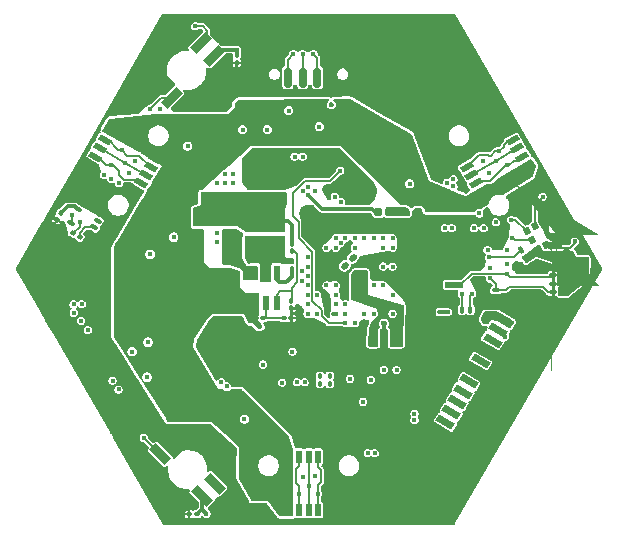
<source format=gbr>
%TF.GenerationSoftware,KiCad,Pcbnew,9.0.5*%
%TF.CreationDate,2025-10-19T17:26:29+02:00*%
%TF.ProjectId,PCB_PAPI,5043425f-5041-4504-992e-6b696361645f,rev?*%
%TF.SameCoordinates,Original*%
%TF.FileFunction,Copper,L8,Bot*%
%TF.FilePolarity,Positive*%
%FSLAX46Y46*%
G04 Gerber Fmt 4.6, Leading zero omitted, Abs format (unit mm)*
G04 Created by KiCad (PCBNEW 9.0.5) date 2025-10-19 17:26:29*
%MOMM*%
%LPD*%
G01*
G04 APERTURE LIST*
G04 Aperture macros list*
%AMRoundRect*
0 Rectangle with rounded corners*
0 $1 Rounding radius*
0 $2 $3 $4 $5 $6 $7 $8 $9 X,Y pos of 4 corners*
0 Add a 4 corners polygon primitive as box body*
4,1,4,$2,$3,$4,$5,$6,$7,$8,$9,$2,$3,0*
0 Add four circle primitives for the rounded corners*
1,1,$1+$1,$2,$3*
1,1,$1+$1,$4,$5*
1,1,$1+$1,$6,$7*
1,1,$1+$1,$8,$9*
0 Add four rect primitives between the rounded corners*
20,1,$1+$1,$2,$3,$4,$5,0*
20,1,$1+$1,$4,$5,$6,$7,0*
20,1,$1+$1,$6,$7,$8,$9,0*
20,1,$1+$1,$8,$9,$2,$3,0*%
%AMRotRect*
0 Rectangle, with rotation*
0 The origin of the aperture is its center*
0 $1 length*
0 $2 width*
0 $3 Rotation angle, in degrees counterclockwise*
0 Add horizontal line*
21,1,$1,$2,0,0,$3*%
%AMFreePoly0*
4,1,64,0.031751,0.146088,0.079638,0.146088,0.235856,0.115014,0.383010,0.054061,0.515445,-0.034429,0.628071,-0.147055,0.716561,-0.279490,0.777514,-0.426644,0.808588,-0.582861,0.808588,-0.742139,0.777514,-0.898356,0.716561,-1.045510,0.628071,-1.177945,0.515445,-1.290571,0.383010,-1.379061,0.235856,-1.440014,0.079639,-1.471088,-0.079639,-1.471088,-0.235856,-1.440014,-0.383010,-1.379061,
-0.515445,-1.290571,-0.628071,-1.177945,-0.716561,-1.045510,-0.777514,-0.898356,-0.808588,-0.742139,-0.808588,-0.595028,-0.512500,-0.595028,-0.512500,-0.729972,-0.477574,-0.860317,-0.410102,-0.977181,-0.314683,-1.072602,-0.197818,-1.140074,-0.067472,-1.175000,0.067472,-1.175000,0.197817,-1.140075,0.314682,-1.072603,0.410102,-0.977182,0.477574,-0.860317,0.512500,-0.729972,0.512500,-0.595028,
0.477574,-0.464683,0.410102,-0.347818,0.314682,-0.252398,0.197817,-0.184926,0.067472,-0.150000,-0.067472,-0.150000,-0.197817,-0.184926,-0.314682,-0.252398,-0.410102,-0.347818,-0.477574,-0.464683,-0.512500,-0.595028,-0.808588,-0.595028,-0.808588,-0.582861,-0.777514,-0.426644,-0.716561,-0.279490,-0.628071,-0.147055,-0.515445,-0.034429,-0.383010,0.054061,-0.235856,0.115014,-0.079639,0.146087,
-0.031751,0.146088,-0.029264,0.147118,0.029264,0.147118,0.031751,0.146088,0.031751,0.146088,$1*%
G04 Aperture macros list end*
%TA.AperFunction,ComponentPad*%
%ADD10C,0.800000*%
%TD*%
%TA.AperFunction,ComponentPad*%
%ADD11C,5.000000*%
%TD*%
%TA.AperFunction,SMDPad,CuDef*%
%ADD12RoundRect,0.160000X0.197500X0.160000X-0.197500X0.160000X-0.197500X-0.160000X0.197500X-0.160000X0*%
%TD*%
%TA.AperFunction,SMDPad,CuDef*%
%ADD13RoundRect,0.140000X0.219203X0.021213X0.021213X0.219203X-0.219203X-0.021213X-0.021213X-0.219203X0*%
%TD*%
%TA.AperFunction,SMDPad,CuDef*%
%ADD14RoundRect,0.250000X0.250000X0.475000X-0.250000X0.475000X-0.250000X-0.475000X0.250000X-0.475000X0*%
%TD*%
%TA.AperFunction,SMDPad,CuDef*%
%ADD15RotRect,0.500000X1.100000X240.000000*%
%TD*%
%TA.AperFunction,SMDPad,CuDef*%
%ADD16RoundRect,0.100000X-0.162583X-0.021603X0.062583X-0.151603X0.162583X0.021603X-0.062583X0.151603X0*%
%TD*%
%TA.AperFunction,SMDPad,CuDef*%
%ADD17RoundRect,0.250000X0.286362X-0.454006X0.536362X-0.020994X-0.286362X0.454006X-0.536362X0.020994X0*%
%TD*%
%TA.AperFunction,SMDPad,CuDef*%
%ADD18RotRect,0.500000X1.100000X120.000000*%
%TD*%
%TA.AperFunction,SMDPad,CuDef*%
%ADD19RoundRect,0.250000X0.159099X-0.512652X0.512652X-0.159099X-0.159099X0.512652X-0.512652X0.159099X0*%
%TD*%
%TA.AperFunction,SMDPad,CuDef*%
%ADD20RoundRect,0.140000X0.140000X0.170000X-0.140000X0.170000X-0.140000X-0.170000X0.140000X-0.170000X0*%
%TD*%
%TA.AperFunction,SMDPad,CuDef*%
%ADD21RoundRect,0.100000X0.100000X-0.130000X0.100000X0.130000X-0.100000X0.130000X-0.100000X-0.130000X0*%
%TD*%
%TA.AperFunction,SMDPad,CuDef*%
%ADD22RoundRect,0.100000X-0.100000X0.130000X-0.100000X-0.130000X0.100000X-0.130000X0.100000X0.130000X0*%
%TD*%
%TA.AperFunction,SMDPad,CuDef*%
%ADD23RoundRect,0.150000X0.150000X0.700000X-0.150000X0.700000X-0.150000X-0.700000X0.150000X-0.700000X0*%
%TD*%
%TA.AperFunction,SMDPad,CuDef*%
%ADD24RoundRect,0.250000X0.250000X1.150000X-0.250000X1.150000X-0.250000X-1.150000X0.250000X-1.150000X0*%
%TD*%
%TA.AperFunction,SMDPad,CuDef*%
%ADD25RoundRect,0.100000X-0.100000X0.217500X-0.100000X-0.217500X0.100000X-0.217500X0.100000X0.217500X0*%
%TD*%
%TA.AperFunction,SMDPad,CuDef*%
%ADD26RoundRect,0.250000X-0.475000X0.250000X-0.475000X-0.250000X0.475000X-0.250000X0.475000X0.250000X0*%
%TD*%
%TA.AperFunction,SMDPad,CuDef*%
%ADD27RoundRect,0.100000X0.217500X0.100000X-0.217500X0.100000X-0.217500X-0.100000X0.217500X-0.100000X0*%
%TD*%
%TA.AperFunction,SMDPad,CuDef*%
%ADD28R,0.600000X1.250000*%
%TD*%
%TA.AperFunction,SMDPad,CuDef*%
%ADD29RoundRect,0.100000X-0.130000X-0.100000X0.130000X-0.100000X0.130000X0.100000X-0.130000X0.100000X0*%
%TD*%
%TA.AperFunction,SMDPad,CuDef*%
%ADD30RoundRect,0.100000X0.138361X0.195353X-0.238361X-0.022147X-0.138361X-0.195353X0.238361X0.022147X0*%
%TD*%
%TA.AperFunction,SMDPad,CuDef*%
%ADD31RoundRect,0.100000X0.244856X-0.025897X-0.144856X0.199103X-0.244856X0.025897X0.144856X-0.199103X0*%
%TD*%
%TA.AperFunction,SMDPad,CuDef*%
%ADD32RoundRect,0.100000X0.130000X0.100000X-0.130000X0.100000X-0.130000X-0.100000X0.130000X-0.100000X0*%
%TD*%
%TA.AperFunction,SMDPad,CuDef*%
%ADD33RoundRect,0.100000X-0.217500X-0.100000X0.217500X-0.100000X0.217500X0.100000X-0.217500X0.100000X0*%
%TD*%
%TA.AperFunction,SMDPad,CuDef*%
%ADD34RoundRect,0.250000X0.475000X-0.250000X0.475000X0.250000X-0.475000X0.250000X-0.475000X-0.250000X0*%
%TD*%
%TA.AperFunction,SMDPad,CuDef*%
%ADD35RotRect,0.820000X1.800000X315.000000*%
%TD*%
%TA.AperFunction,SMDPad,CuDef*%
%ADD36RotRect,0.820000X1.800000X135.000000*%
%TD*%
%TA.AperFunction,SMDPad,CuDef*%
%ADD37RoundRect,0.100000X0.195353X-0.138361X-0.022147X0.238361X-0.195353X0.138361X0.022147X-0.238361X0*%
%TD*%
%TA.AperFunction,SMDPad,CuDef*%
%ADD38R,0.500000X1.100000*%
%TD*%
%TA.AperFunction,SMDPad,CuDef*%
%ADD39RotRect,0.600000X1.550000X240.000000*%
%TD*%
%TA.AperFunction,SMDPad,CuDef*%
%ADD40RotRect,1.200000X1.800000X240.000000*%
%TD*%
%TA.AperFunction,SMDPad,CuDef*%
%ADD41RoundRect,0.100000X0.100000X-0.217500X0.100000X0.217500X-0.100000X0.217500X-0.100000X-0.217500X0*%
%TD*%
%TA.AperFunction,ComponentPad*%
%ADD42C,2.550000*%
%TD*%
%TA.AperFunction,ComponentPad*%
%ADD43C,1.500000*%
%TD*%
%TA.AperFunction,SMDPad,CuDef*%
%ADD44RoundRect,0.140000X-0.140000X-0.170000X0.140000X-0.170000X0.140000X0.170000X-0.140000X0.170000X0*%
%TD*%
%TA.AperFunction,SMDPad,CuDef*%
%ADD45RoundRect,0.155000X-0.212500X-0.155000X0.212500X-0.155000X0.212500X0.155000X-0.212500X0.155000X0*%
%TD*%
%TA.AperFunction,SMDPad,CuDef*%
%ADD46RoundRect,0.100000X-0.021603X0.162583X-0.151603X-0.062583X0.021603X-0.162583X0.151603X0.062583X0*%
%TD*%
%TA.AperFunction,SMDPad,CuDef*%
%ADD47R,1.500000X0.550000*%
%TD*%
%TA.AperFunction,SMDPad,CuDef*%
%ADD48RotRect,0.820000X1.800000X225.000000*%
%TD*%
%TA.AperFunction,SMDPad,CuDef*%
%ADD49RotRect,0.820000X1.800000X45.000000*%
%TD*%
%TA.AperFunction,SMDPad,CuDef*%
%ADD50R,3.200000X1.750000*%
%TD*%
%TA.AperFunction,SMDPad,CuDef*%
%ADD51RotRect,0.600000X0.522000X300.000000*%
%TD*%
%TA.AperFunction,SMDPad,CuDef*%
%ADD52FreePoly0,210.000000*%
%TD*%
%TA.AperFunction,SMDPad,CuDef*%
%ADD53RoundRect,0.140000X-0.170000X0.140000X-0.170000X-0.140000X0.170000X-0.140000X0.170000X0.140000X0*%
%TD*%
%TA.AperFunction,ViaPad*%
%ADD54C,0.400000*%
%TD*%
%TA.AperFunction,Conductor*%
%ADD55C,0.160000*%
%TD*%
%TA.AperFunction,Conductor*%
%ADD56C,0.300000*%
%TD*%
G04 APERTURE END LIST*
D10*
%TO.P,H1,1,1*%
%TO.N,GND*%
X137625000Y-101186533D03*
X138174175Y-99860708D03*
X138174175Y-102512358D03*
X139500000Y-99311533D03*
D11*
X139500000Y-101186533D03*
D10*
X139500000Y-103061533D03*
X140825825Y-99860708D03*
X140825825Y-102512358D03*
X141375000Y-101186533D03*
%TD*%
%TO.P,H3,1,1*%
%TO.N,GND*%
X137625000Y-64813467D03*
X138174175Y-63487642D03*
X138174175Y-66139292D03*
X139500000Y-62938467D03*
D11*
X139500000Y-64813467D03*
D10*
X139500000Y-66688467D03*
X140825825Y-63487642D03*
X140825825Y-66139292D03*
X141375000Y-64813467D03*
%TD*%
%TO.P,H2,1,1*%
%TO.N,GND*%
X106125000Y-83000000D03*
X106674175Y-81674175D03*
X106674175Y-84325825D03*
X108000000Y-81125000D03*
D11*
X108000000Y-83000000D03*
D10*
X108000000Y-84875000D03*
X109325825Y-81674175D03*
X109325825Y-84325825D03*
X109875000Y-83000000D03*
%TD*%
D12*
%TO.P,R41,1*%
%TO.N,Net-(U5-VDD_SPI)*%
X136097500Y-78200000D03*
%TO.P,R41,2*%
%TO.N,+3.3V*%
X134902500Y-78200000D03*
%TD*%
D13*
%TO.P,C7,1*%
%TO.N,Net-(C7-Pad1)*%
X132039411Y-82739411D03*
%TO.P,C7,2*%
%TO.N,GND*%
X131360589Y-82060589D03*
%TD*%
D14*
%TO.P,C50,1*%
%TO.N,VBAT+*%
X113150000Y-85390000D03*
%TO.P,C50,2*%
%TO.N,GND*%
X111250000Y-85390000D03*
%TD*%
D15*
%TO.P,J9,01,01*%
%TO.N,GND*%
X110532443Y-74185641D03*
%TO.P,J9,02,02*%
X114429557Y-76435641D03*
%TO.P,J9,03,03*%
%TO.N,/GPIO_MOT3*%
X110932443Y-73492820D03*
%TO.P,J9,04,04*%
X114829557Y-75742820D03*
%TO.P,J9,05,05*%
%TO.N,/RX_MOT3*%
X111332443Y-72800000D03*
%TO.P,J9,06,06*%
X115229557Y-75050000D03*
%TO.P,J9,07,07*%
%TO.N,/TX_MOT3*%
X111732443Y-72107180D03*
%TO.P,J9,08,08*%
X115629557Y-74357180D03*
%TO.P,J9,09,09*%
%TO.N,VBAT+*%
X112132443Y-71414359D03*
%TO.P,J9,10,10*%
X116029557Y-73664359D03*
%TD*%
D16*
%TO.P,R23,1*%
%TO.N,/RGB_TOM_JERRY*%
X109067872Y-79998660D03*
%TO.P,R23,2*%
%TO.N,Net-(IC8-A)*%
X109622128Y-80318660D03*
%TD*%
D17*
%TO.P,C54,1*%
%TO.N,VBAT+*%
X134975000Y-70772724D03*
%TO.P,C54,2*%
%TO.N,GND*%
X135925000Y-69127276D03*
%TD*%
D18*
%TO.P,J7,01,01*%
%TO.N,GND*%
X145867557Y-71414359D03*
%TO.P,J7,02,02*%
X141970443Y-73664359D03*
%TO.P,J7,03,03*%
%TO.N,/GPIO_MOT1*%
X146267557Y-72107180D03*
%TO.P,J7,04,04*%
X142370443Y-74357180D03*
%TO.P,J7,05,05*%
%TO.N,/RX_MOT1*%
X146667557Y-72800000D03*
%TO.P,J7,06,06*%
X142770443Y-75050000D03*
%TO.P,J7,07,07*%
%TO.N,/TX_MOT1*%
X147067557Y-73492820D03*
%TO.P,J7,08,08*%
X143170443Y-75742820D03*
%TO.P,J7,09,09*%
%TO.N,VBAT+*%
X147467557Y-74185641D03*
%TO.P,J7,10,10*%
X143570443Y-76435641D03*
%TD*%
D19*
%TO.P,C49,1*%
%TO.N,VBAT+*%
X126228249Y-96871751D03*
%TO.P,C49,2*%
%TO.N,GND*%
X127571751Y-95528249D03*
%TD*%
D20*
%TO.P,C13,1*%
%TO.N,+3.3V*%
X134450000Y-88550000D03*
%TO.P,C13,2*%
%TO.N,GND*%
X133490000Y-88550000D03*
%TD*%
D21*
%TO.P,C17,1*%
%TO.N,Net-(IC1-CB)*%
X127553705Y-82987982D03*
%TO.P,C17,2*%
%TO.N,Net-(IC1-SW)*%
X127553705Y-82347982D03*
%TD*%
D22*
%TO.P,R13,1*%
%TO.N,+5V*%
X127553705Y-80877982D03*
%TO.P,R13,2*%
%TO.N,Net-(IC1-FB)*%
X127553705Y-81517982D03*
%TD*%
D23*
%TO.P,SWD1,1,1*%
%TO.N,GND*%
X130978705Y-66797982D03*
%TO.P,SWD1,2,2*%
%TO.N,/NRST*%
X129728705Y-66797982D03*
%TO.P,SWD1,3,3*%
%TO.N,/SWCLK*%
X128478705Y-66797982D03*
%TO.P,SWD1,4,4*%
%TO.N,/SWDIO*%
X127228705Y-66797982D03*
D24*
%TO.P,SWD1,MP,MP*%
%TO.N,GND*%
X132828705Y-63447982D03*
X125378705Y-63447982D03*
%TD*%
D25*
%TO.P,R39,1*%
%TO.N,Net-(U5-GPIO45)*%
X142000000Y-86442500D03*
%TO.P,R39,2*%
%TO.N,GND*%
X142000000Y-87257500D03*
%TD*%
D26*
%TO.P,C20,1*%
%TO.N,+5V*%
X122453705Y-78550000D03*
%TO.P,C20,2*%
%TO.N,GND*%
X122453705Y-80450000D03*
%TD*%
D27*
%TO.P,R35,1*%
%TO.N,+3.3V*%
X150515000Y-84250000D03*
%TO.P,R35,2*%
%TO.N,Net-(U5-GPIO0)*%
X149700000Y-84250000D03*
%TD*%
D28*
%TO.P,IC1,1,FB*%
%TO.N,Net-(IC1-FB)*%
X126303705Y-85847982D03*
%TO.P,IC1,2,EN*%
%TO.N,Net-(IC1-EN)*%
X125353705Y-85847982D03*
%TO.P,IC1,3,VIN*%
%TO.N,VBAT+*%
X124403705Y-85847982D03*
%TO.P,IC1,4,GND*%
%TO.N,GND*%
X124403705Y-83347982D03*
%TO.P,IC1,5,SW*%
%TO.N,Net-(IC1-SW)*%
X125353705Y-83347982D03*
%TO.P,IC1,6,CB*%
%TO.N,Net-(IC1-CB)*%
X126303705Y-83347982D03*
%TD*%
D29*
%TO.P,R11,1*%
%TO.N,VBAT+*%
X124513705Y-87147982D03*
%TO.P,R11,2*%
%TO.N,Net-(IC1-EN)*%
X125153705Y-87147982D03*
%TD*%
D30*
%TO.P,C30,1*%
%TO.N,GND*%
X151852905Y-81346250D03*
%TO.P,C30,2*%
%TO.N,+3.3V*%
X151147095Y-81753750D03*
%TD*%
D31*
%TO.P,IC8,1,~{OE}*%
%TO.N,Net-(IC8-~{OE})*%
X111147724Y-78912083D03*
%TO.P,IC8,2,A*%
%TO.N,Net-(IC8-A)*%
X110822724Y-79475000D03*
%TO.P,IC8,3,GND*%
%TO.N,GND*%
X110497724Y-80037917D03*
%TO.P,IC8,4,Y*%
%TO.N,Net-(IC8-Y)*%
X108852276Y-79087917D03*
%TO.P,IC8,5,VCC*%
%TO.N,4.5V*%
X109502276Y-77962083D03*
%TD*%
D20*
%TO.P,C14,1*%
%TO.N,+3.3V*%
X132980000Y-85300000D03*
%TO.P,C14,2*%
%TO.N,GND*%
X132020000Y-85300000D03*
%TD*%
D14*
%TO.P,C51,1*%
%TO.N,VBAT+*%
X113150000Y-83420000D03*
%TO.P,C51,2*%
%TO.N,GND*%
X111250000Y-83420000D03*
%TD*%
D32*
%TO.P,C4,1*%
%TO.N,+3.3V*%
X132820000Y-84450000D03*
%TO.P,C4,2*%
%TO.N,GND*%
X132180000Y-84450000D03*
%TD*%
D33*
%TO.P,C68,1*%
%TO.N,GND*%
X139392500Y-86650000D03*
%TO.P,C68,2*%
%TO.N,+3.3V*%
X140207500Y-86650000D03*
%TD*%
D34*
%TO.P,C18,1*%
%TO.N,+5V*%
X124300000Y-77050000D03*
%TO.P,C18,2*%
%TO.N,GND*%
X124300000Y-75150000D03*
%TD*%
D19*
%TO.P,C48,1*%
%TO.N,VBAT+*%
X124828249Y-95471751D03*
%TO.P,C48,2*%
%TO.N,GND*%
X126171751Y-94128249D03*
%TD*%
%TO.P,C46,1*%
%TO.N,VBAT+*%
X123428249Y-94071751D03*
%TO.P,C46,2*%
%TO.N,GND*%
X124771751Y-92728249D03*
%TD*%
D20*
%TO.P,C2,1*%
%TO.N,+3.3V*%
X136330000Y-88550000D03*
%TO.P,C2,2*%
%TO.N,GND*%
X135370000Y-88550000D03*
%TD*%
D35*
%TO.P,LED2,1,VDD*%
%TO.N,4.5V*%
X120946633Y-64962563D03*
D36*
%TO.P,LED2,2,DOUT*%
%TO.N,Net-(LED2-DOUT)*%
X119885973Y-63901903D03*
D35*
%TO.P,LED2,3,GND*%
%TO.N,GND*%
X116350439Y-67437437D03*
D36*
%TO.P,LED2,4,DIN*%
%TO.N,Net-(IC8-Y)*%
X117411099Y-68498097D03*
%TD*%
D27*
%TO.P,C61,1*%
%TO.N,GND*%
X150515000Y-83550000D03*
%TO.P,C61,2*%
%TO.N,Net-(U5-GPIO0)*%
X149700000Y-83550000D03*
%TD*%
D37*
%TO.P,R15,1*%
%TO.N,+3.3V*%
X147383750Y-82132905D03*
%TO.P,R15,2*%
%TO.N,Net-(U5-GPIO3)*%
X146976250Y-81427095D03*
%TD*%
D32*
%TO.P,C6,1*%
%TO.N,+3.3V*%
X136020000Y-87600000D03*
%TO.P,C6,2*%
%TO.N,GND*%
X135380000Y-87600000D03*
%TD*%
D34*
%TO.P,C15,1*%
%TO.N,VBAT+*%
X122453705Y-83847982D03*
%TO.P,C15,2*%
%TO.N,GND*%
X122453705Y-81947982D03*
%TD*%
D22*
%TO.P,C58,1*%
%TO.N,4.5V*%
X122900000Y-64910000D03*
%TO.P,C58,2*%
%TO.N,GND*%
X122900000Y-65550000D03*
%TD*%
D38*
%TO.P,J8,01,01*%
%TO.N,GND*%
X130600000Y-103400000D03*
%TO.P,J8,02,02*%
X130600000Y-98900000D03*
%TO.P,J8,03,03*%
%TO.N,/GPIO_MOT2*%
X129800000Y-103400000D03*
%TO.P,J8,04,04*%
X129800000Y-98900000D03*
%TO.P,J8,05,05*%
%TO.N,/RX_MOT2*%
X129000000Y-103400000D03*
%TO.P,J8,06,06*%
X129000000Y-98900000D03*
%TO.P,J8,07,07*%
%TO.N,/TX_MOT2*%
X128200000Y-103400000D03*
%TO.P,J8,08,08*%
X128200000Y-98900000D03*
%TO.P,J8,09,09*%
%TO.N,VBAT+*%
X127400000Y-103400000D03*
%TO.P,J8,10,10*%
X127400000Y-98900000D03*
%TD*%
D14*
%TO.P,C52,1*%
%TO.N,VBAT+*%
X113150000Y-81430000D03*
%TO.P,C52,2*%
%TO.N,GND*%
X111250000Y-81430000D03*
%TD*%
D39*
%TO.P,J5,1,1*%
%TO.N,GND*%
X146069400Y-86468360D03*
%TO.P,J5,2,2*%
%TO.N,+3.3V*%
X145569400Y-87334386D03*
%TO.P,J5,3,3*%
%TO.N,/SDA_OLED*%
X145069400Y-88200411D03*
%TO.P,J5,4,4*%
%TO.N,/SCL_OLED*%
X144569400Y-89066436D03*
%TO.P,J5,5,5*%
%TO.N,GND*%
X144069400Y-89932462D03*
%TO.P,J5,6,6*%
%TO.N,4.5V*%
X143569400Y-90798487D03*
%TO.P,J5,7,7*%
%TO.N,GND*%
X143069400Y-91664513D03*
%TO.P,J5,8,8*%
%TO.N,/LED_TIM*%
X142569400Y-92530538D03*
%TO.P,J5,9,9*%
%TO.N,/TX_SUP*%
X142069400Y-93396564D03*
%TO.P,J5,10,10*%
%TO.N,/RX_SUP*%
X141569400Y-94262589D03*
%TO.P,J5,11,11*%
%TO.N,/HP-*%
X141069400Y-95128614D03*
%TO.P,J5,12,12*%
%TO.N,/HP+*%
X140569400Y-95994640D03*
D40*
%TO.P,J5,13,MP1*%
%TO.N,GND*%
X150075248Y-87280027D03*
%TO.P,J5,14,MP2*%
X143275248Y-99057973D03*
%TD*%
D21*
%TO.P,R27,1*%
%TO.N,Net-(IC5-INT1)*%
X130773705Y-92707982D03*
%TO.P,R27,2*%
%TO.N,/ACCEL_INT1*%
X130773705Y-92067982D03*
%TD*%
D17*
%TO.P,C55,1*%
%TO.N,VBAT+*%
X133275000Y-69772724D03*
%TO.P,C55,2*%
%TO.N,GND*%
X134225000Y-68127276D03*
%TD*%
D33*
%TO.P,C71,1*%
%TO.N,GND*%
X144042500Y-84800000D03*
%TO.P,C71,2*%
%TO.N,RESET*%
X144857500Y-84800000D03*
%TD*%
D41*
%TO.P,R37,1*%
%TO.N,GND*%
X142700000Y-87257500D03*
%TO.P,R37,2*%
%TO.N,/ESP32/BOOT1*%
X142700000Y-86442500D03*
%TD*%
D32*
%TO.P,C11,1*%
%TO.N,+3.3V*%
X132820000Y-83750000D03*
%TO.P,C11,2*%
%TO.N,GND*%
X132180000Y-83750000D03*
%TD*%
D42*
%TO.P,J3,1,1*%
%TO.N,VBAT+*%
X119173647Y-86476918D03*
%TO.P,J3,2,2*%
%TO.N,GND*%
X121673647Y-90807046D03*
D43*
%TO.P,J3,3,3*%
X114513393Y-98405122D03*
%TO.P,J3,4,4*%
X109013393Y-88878842D03*
%TD*%
D13*
%TO.P,C10,1*%
%TO.N,Net-(C10-Pad1)*%
X132739411Y-82039411D03*
%TO.P,C10,2*%
%TO.N,GND*%
X132060589Y-81360589D03*
%TD*%
D34*
%TO.P,C19,1*%
%TO.N,+5V*%
X126300000Y-77050000D03*
%TO.P,C19,2*%
%TO.N,GND*%
X126300000Y-75150000D03*
%TD*%
D17*
%TO.P,C53,1*%
%TO.N,VBAT+*%
X136675000Y-71745448D03*
%TO.P,C53,2*%
%TO.N,GND*%
X137625000Y-70100000D03*
%TD*%
D44*
%TO.P,C8,1*%
%TO.N,+3.3V*%
X133670000Y-83550000D03*
%TO.P,C8,2*%
%TO.N,GND*%
X134630000Y-83550000D03*
%TD*%
D32*
%TO.P,C12,1*%
%TO.N,+3.3V*%
X134490000Y-87600000D03*
%TO.P,C12,2*%
%TO.N,GND*%
X133850000Y-87600000D03*
%TD*%
D45*
%TO.P,C32,1*%
%TO.N,Net-(U5-VDD_SPI)*%
X137132500Y-78200000D03*
%TO.P,C32,2*%
%TO.N,GND*%
X138267500Y-78200000D03*
%TD*%
D27*
%TO.P,R36,1*%
%TO.N,+3.3V*%
X150497500Y-84950000D03*
%TO.P,R36,2*%
%TO.N,RESET*%
X149682500Y-84950000D03*
%TD*%
D32*
%TO.P,C57,1*%
%TO.N,4.5V*%
X119530000Y-103770000D03*
%TO.P,C57,2*%
%TO.N,GND*%
X118890000Y-103770000D03*
%TD*%
D21*
%TO.P,R26,1*%
%TO.N,Net-(IC5-INT2)*%
X129943705Y-92707982D03*
%TO.P,R26,2*%
%TO.N,/ACCEL_INT2*%
X129943705Y-92067982D03*
%TD*%
D46*
%TO.P,C56,1*%
%TO.N,4.5V*%
X108023660Y-78269212D03*
%TO.P,C56,2*%
%TO.N,GND*%
X107703660Y-78823468D03*
%TD*%
D32*
%TO.P,C3,1*%
%TO.N,+3.3V*%
X131180000Y-86810000D03*
%TO.P,C3,2*%
%TO.N,GND*%
X130540000Y-86810000D03*
%TD*%
D47*
%TO.P,SW1,1,1*%
%TO.N,GND*%
X141300000Y-81125000D03*
%TO.P,SW1,2,2*%
%TO.N,Net-(U5-GPIO0)*%
X141300000Y-84375000D03*
%TD*%
D29*
%TO.P,R12,1*%
%TO.N,Net-(IC1-EN)*%
X126903705Y-87157982D03*
%TO.P,R12,2*%
%TO.N,GND*%
X127543705Y-87157982D03*
%TD*%
D48*
%TO.P,LED3,1,VDD*%
%TO.N,4.5V*%
X119977437Y-102230315D03*
D49*
%TO.P,LED3,2,DOUT*%
%TO.N,unconnected-(LED3-DOUT-Pad2)*%
X121038097Y-101169655D03*
D48*
%TO.P,LED3,3,GND*%
%TO.N,GND*%
X117502563Y-97634121D03*
D49*
%TO.P,LED3,4,DIN*%
%TO.N,Net-(LED2-DOUT)*%
X116441903Y-98694781D03*
%TD*%
D50*
%TO.P,L1,1,1*%
%TO.N,Net-(IC1-SW)*%
X125353705Y-81147982D03*
%TO.P,L1,2,2*%
%TO.N,+5V*%
X125353705Y-78947982D03*
%TD*%
D51*
%TO.P,MK2,1,WS*%
%TO.N,/ESP32/mic_frame_sck*%
X147463127Y-79811000D03*
%TO.P,MK2,2,LR*%
%TO.N,Net-(MK2-LR)*%
X148175000Y-79400000D03*
D52*
%TO.P,MK2,3,GND*%
%TO.N,GND*%
X150040514Y-80127165D03*
D51*
%TO.P,MK2,4,SCK*%
%TO.N,/ESP32/mic_sck*%
X149075000Y-80958846D03*
%TO.P,MK2,5,VDD*%
%TO.N,+3.3V*%
X148363127Y-81369846D03*
%TO.P,MK2,6,SD*%
%TO.N,/ESP32/mic_data*%
X147913127Y-80590423D03*
%TD*%
D53*
%TO.P,C16,1*%
%TO.N,VBAT+*%
X123100000Y-86320000D03*
%TO.P,C16,2*%
%TO.N,GND*%
X123100000Y-87280000D03*
%TD*%
D22*
%TO.P,R14,1*%
%TO.N,Net-(IC1-FB)*%
X127543705Y-85697982D03*
%TO.P,R14,2*%
%TO.N,GND*%
X127543705Y-86337982D03*
%TD*%
D54*
%TO.N,GND*%
X133300000Y-82410000D03*
X131120000Y-73860000D03*
X130450000Y-73880000D03*
X130910000Y-81630000D03*
X132470000Y-80820000D03*
X137550000Y-75790000D03*
%TO.N,+3.3V*%
X128500000Y-73490000D03*
X127800000Y-73490000D03*
%TO.N,GND*%
X115580000Y-81760000D03*
X117570000Y-80310000D03*
X111810000Y-93830000D03*
X113290000Y-94250000D03*
X115304955Y-92164248D03*
%TO.N,Net-(U1-BOOT0)*%
X125130000Y-91100000D03*
%TO.N,GND*%
X135890000Y-91090000D03*
X135800000Y-96140000D03*
X139740000Y-96420000D03*
X143830000Y-94450000D03*
X144710000Y-94890000D03*
X145420000Y-95270000D03*
X143060000Y-94000000D03*
X143470000Y-93350000D03*
X143850000Y-92710000D03*
X144420000Y-91920000D03*
X144970000Y-91490000D03*
X146300000Y-93290000D03*
X146070000Y-94150000D03*
X145730000Y-94680000D03*
X138840000Y-92690000D03*
X138300000Y-91710000D03*
X140970000Y-89180000D03*
X139870000Y-74730000D03*
X141200000Y-72760000D03*
X144080000Y-78130000D03*
X143080000Y-72520000D03*
X126630000Y-65380000D03*
X130360000Y-64990000D03*
X114480000Y-68040000D03*
X109640000Y-74760000D03*
X112450000Y-76480000D03*
X123275000Y-88450000D03*
X123275000Y-87750000D03*
X123975000Y-88450000D03*
X128990000Y-88470000D03*
X127000000Y-88720000D03*
X127570000Y-87950000D03*
X125620000Y-87700000D03*
X128760000Y-79060000D03*
X128850000Y-78060000D03*
X133000000Y-79390000D03*
X136700000Y-79540000D03*
X137040000Y-80550000D03*
X137270000Y-82740000D03*
X136780000Y-83530000D03*
X137050000Y-85240000D03*
X139740000Y-84920000D03*
X144042500Y-84800000D03*
X151270000Y-85640000D03*
X150560000Y-86290000D03*
X149860000Y-85670000D03*
X147490000Y-78810000D03*
X138420000Y-79110000D03*
X130600000Y-76230000D03*
X130450000Y-73140000D03*
X131110000Y-73150000D03*
X111800000Y-79200000D03*
X125625000Y-73600000D03*
X126114000Y-61750808D03*
X123400000Y-71200000D03*
X142120000Y-80900000D03*
X148850000Y-74850000D03*
X133050000Y-91860000D03*
X117690000Y-103205000D03*
X133410000Y-67005000D03*
X143075000Y-101143648D03*
X139102000Y-104270000D03*
X144970000Y-86150000D03*
X133593705Y-77407982D03*
X109500000Y-91764593D03*
X149218000Y-75506756D03*
X123630000Y-92770000D03*
X128690000Y-91740000D03*
X142353000Y-102394189D03*
X141992000Y-103019459D03*
X137666000Y-61750808D03*
X152150000Y-80600000D03*
X118164000Y-104270000D03*
X113500000Y-69750000D03*
X114750000Y-100850000D03*
X139832000Y-61750808D03*
X133893701Y-91193701D03*
X106983000Y-78632299D03*
X144886000Y-68003512D03*
X123948000Y-61750808D03*
X151800000Y-79950000D03*
X140120000Y-83900000D03*
X117450000Y-61750808D03*
X122504000Y-61750808D03*
X129724000Y-61750808D03*
X146390000Y-85000000D03*
X133410000Y-62375000D03*
X124590000Y-67005000D03*
X110944000Y-94265674D03*
X133410000Y-63075000D03*
X116965000Y-103205000D03*
X141637000Y-62376079D03*
X146750000Y-88200000D03*
X146950000Y-86150000D03*
X144519000Y-98642567D03*
X120590000Y-96680000D03*
X120540000Y-69470000D03*
X146450000Y-88950000D03*
X130650000Y-76850000D03*
X121052000Y-104270000D03*
X147550000Y-90450000D03*
X123890000Y-63075000D03*
X147407000Y-93640404D03*
X111666000Y-95516215D03*
X118415000Y-96680000D03*
X149450000Y-86100000D03*
X137900000Y-92375000D03*
X143436000Y-100518378D03*
X134810000Y-63775000D03*
X136222000Y-61750808D03*
X123226000Y-61750808D03*
X123190000Y-67705000D03*
X117640000Y-62945000D03*
X148560000Y-82480000D03*
X135300000Y-87600000D03*
X147750000Y-86150000D03*
X142550000Y-88500000D03*
X133700000Y-87600000D03*
X134110000Y-63075000D03*
X148250000Y-76200000D03*
X145963000Y-96141485D03*
X146650000Y-92500000D03*
X124670000Y-61750808D03*
X146550000Y-82642500D03*
X121782000Y-61750808D03*
X121265000Y-62945000D03*
X129900000Y-70950000D03*
X150301000Y-77382567D03*
X117640000Y-69470000D03*
X133334000Y-61750808D03*
X128280000Y-61750808D03*
X129525000Y-96800000D03*
X153450000Y-83000000D03*
X118750000Y-72600000D03*
X148900000Y-85350000D03*
X116915000Y-62945000D03*
X127530000Y-90690000D03*
X124662000Y-104270000D03*
X122850000Y-81800000D03*
X142120000Y-82900000D03*
X127600000Y-96800000D03*
X104817000Y-82383921D03*
X121990000Y-66570000D03*
X135492000Y-104270000D03*
X139824000Y-104270000D03*
X113330000Y-91320000D03*
X136053705Y-94247982D03*
X138014170Y-78200000D03*
X135500000Y-61750808D03*
X121990000Y-68020000D03*
X119090000Y-69470000D03*
X121774000Y-104270000D03*
X125625000Y-74300000D03*
X132612000Y-61750808D03*
X123630000Y-91530000D03*
X134810000Y-62375000D03*
X140120000Y-82900000D03*
X112388000Y-96766756D03*
X148550000Y-91650000D03*
X133588705Y-78527982D03*
X144550000Y-69700000D03*
X121060000Y-61750808D03*
X129002000Y-61750808D03*
X121990000Y-63670000D03*
X115465000Y-67300000D03*
X142714000Y-101768918D03*
X133410000Y-67705000D03*
X147577429Y-76575945D03*
X136936000Y-104270000D03*
X140120000Y-80900000D03*
X111150000Y-76950000D03*
X111305000Y-94890945D03*
X143797000Y-99893107D03*
X151400000Y-86700000D03*
X136853705Y-93447982D03*
X134770000Y-104270000D03*
X129280000Y-92740000D03*
X146324000Y-95516215D03*
X113120000Y-68002704D03*
X119815000Y-69470000D03*
X124590000Y-63075000D03*
X105529000Y-84886619D03*
X132100000Y-84400000D03*
X122850000Y-80950000D03*
X146800000Y-77000000D03*
X134810000Y-67705000D03*
X123890000Y-63775000D03*
X110228769Y-90072037D03*
X113953769Y-96523927D03*
X148150000Y-92350000D03*
X143442000Y-65502430D03*
X115515000Y-98855000D03*
X121040000Y-103210000D03*
X122040000Y-98855000D03*
X125250000Y-103050000D03*
X136853705Y-94247982D03*
X134056000Y-61750808D03*
X114300000Y-100100000D03*
X123890000Y-62375000D03*
X115998000Y-103019459D03*
X143120000Y-80900000D03*
X107695000Y-88638241D03*
X117690000Y-96680000D03*
X121950000Y-80100000D03*
X126325000Y-73600000D03*
X115465000Y-64395000D03*
X118415000Y-103205000D03*
X124660000Y-91910000D03*
X112230000Y-91610000D03*
X141120000Y-80900000D03*
X145241000Y-97392026D03*
X148200000Y-85100000D03*
X124590000Y-62375000D03*
X131700000Y-81650000D03*
X132900000Y-90925000D03*
X118886000Y-104270000D03*
X123190000Y-63075000D03*
X117442000Y-104270000D03*
X123890000Y-67705000D03*
X136053705Y-93447982D03*
X105168000Y-84261349D03*
X132093799Y-78425000D03*
X123190000Y-62375000D03*
X123675000Y-83725000D03*
X113500000Y-98700000D03*
X116730000Y-61750000D03*
X144158000Y-99267837D03*
X131168000Y-61750808D03*
X122496000Y-104270000D03*
X145450000Y-85550000D03*
X119815000Y-62945000D03*
X147046000Y-94265674D03*
X123890000Y-67005000D03*
X145950000Y-69800000D03*
X120338000Y-61750808D03*
X132525000Y-104275000D03*
X132130000Y-76840000D03*
X125500000Y-71200000D03*
X118900000Y-61750000D03*
X113110000Y-98017296D03*
X124925000Y-74300000D03*
X121990000Y-65120000D03*
X123190000Y-66305000D03*
X127300000Y-69600000D03*
X131890000Y-61750808D03*
X121950000Y-81800000D03*
X134110000Y-62375000D03*
X124590000Y-66305000D03*
X109861000Y-92389863D03*
X125540000Y-89380000D03*
X108417000Y-89888782D03*
X142720000Y-64251890D03*
X127570000Y-91620000D03*
X122040000Y-98130000D03*
X144525000Y-67378241D03*
X135510000Y-98080000D03*
X124590000Y-67705000D03*
X108778000Y-90514052D03*
X115515000Y-96680000D03*
X150200000Y-88750000D03*
X107344000Y-78007029D03*
X116440000Y-69480000D03*
X152150000Y-85350000D03*
X131700000Y-104275000D03*
X141120000Y-81900000D03*
X134100000Y-76600000D03*
X114222373Y-68913175D03*
X134810000Y-67005000D03*
X122040000Y-101030000D03*
X123560000Y-95710000D03*
X122050000Y-102230000D03*
X149350000Y-90200000D03*
X147900000Y-89750000D03*
X123940000Y-104270000D03*
X108056000Y-89263512D03*
X134400000Y-90300000D03*
X134110000Y-63775000D03*
X106251000Y-86137160D03*
X126836000Y-61750808D03*
X137658000Y-104270000D03*
X134250000Y-94100000D03*
X136480000Y-96140000D03*
X143120000Y-82900000D03*
X147400000Y-85100000D03*
X143120000Y-81900000D03*
X133326000Y-104270000D03*
X122850000Y-80100000D03*
X143081000Y-64877160D03*
X145602000Y-96766756D03*
X123190000Y-63775000D03*
X151400000Y-79300000D03*
X121520000Y-97150000D03*
X147600000Y-87150000D03*
X141120000Y-82900000D03*
X137625000Y-70100000D03*
X151000000Y-87350000D03*
X115465000Y-65845000D03*
X116359000Y-103644729D03*
X109600000Y-76100000D03*
X144069400Y-89932462D03*
X143313813Y-99006250D03*
X134110000Y-67005000D03*
X145300000Y-90850000D03*
X135925000Y-69127276D03*
X119160000Y-103210000D03*
X123190000Y-67005000D03*
X152500000Y-81250000D03*
X149579000Y-76132026D03*
X151800000Y-86000000D03*
X112749000Y-97392026D03*
X148950000Y-90950000D03*
X118365000Y-69470000D03*
X109139000Y-91139323D03*
X125392000Y-61750808D03*
X104807000Y-83636079D03*
X138388000Y-61750808D03*
X138380000Y-104270000D03*
X108130000Y-79860000D03*
X134110000Y-66305000D03*
X142754088Y-87060000D03*
X130500000Y-86550000D03*
X119090000Y-62945000D03*
X130920000Y-69090000D03*
X105539000Y-81133381D03*
X146300000Y-70400000D03*
X134778000Y-61750808D03*
X152550000Y-84650000D03*
X147400000Y-91250000D03*
X132700000Y-103150000D03*
X118172000Y-61750808D03*
X127558000Y-61750808D03*
X144164000Y-66752971D03*
X134200000Y-95840000D03*
X149450000Y-86850000D03*
X134900000Y-92075000D03*
X148350000Y-89100000D03*
X138600000Y-87000000D03*
X133410000Y-66305000D03*
X148950000Y-88700000D03*
X106973000Y-87387701D03*
X148200000Y-86600000D03*
X114420000Y-67180000D03*
X119650000Y-61750000D03*
X107334000Y-88012971D03*
X141276000Y-61750808D03*
X123218000Y-104270000D03*
X141998000Y-63001349D03*
X126325000Y-74300000D03*
X115510000Y-101710000D03*
X146685000Y-94890945D03*
X134110000Y-67705000D03*
X125384000Y-104270000D03*
X143120000Y-83900000D03*
X113900000Y-99400000D03*
X124590000Y-63775000D03*
X142359000Y-63626619D03*
X116240000Y-96680000D03*
X115460000Y-68470000D03*
X130975000Y-104275000D03*
X143100000Y-70550000D03*
X104446000Y-83010808D03*
X110422571Y-76579945D03*
X121990000Y-68745000D03*
X116720000Y-104270000D03*
X150662000Y-78007837D03*
X141631000Y-103644729D03*
X144880000Y-98017296D03*
X132100000Y-83600000D03*
X105890000Y-85511890D03*
X145250000Y-68600000D03*
X106612000Y-86762430D03*
X126170000Y-91747982D03*
X153100000Y-83650000D03*
X139110000Y-61750808D03*
X134810000Y-63075000D03*
X140546000Y-104270000D03*
X112759000Y-68627974D03*
X149800000Y-89450000D03*
X140120000Y-81900000D03*
X130446000Y-61750808D03*
X147768000Y-93015134D03*
X142120000Y-81900000D03*
X151023000Y-78633107D03*
X136214000Y-104270000D03*
X115465000Y-65120000D03*
X121990000Y-67295000D03*
X121990000Y-65845000D03*
X119140000Y-96680000D03*
X121810000Y-102960000D03*
X133410000Y-63775000D03*
X135120000Y-95190000D03*
X110222000Y-93015134D03*
X149700000Y-87500000D03*
X126200000Y-104275000D03*
X123890000Y-66305000D03*
X143852429Y-70124055D03*
X120000000Y-104250000D03*
X122040000Y-100305000D03*
X134810000Y-66305000D03*
X105178000Y-81758651D03*
X124925000Y-73600000D03*
X140554000Y-61750808D03*
X134048000Y-104270000D03*
X141270000Y-104270000D03*
X132100000Y-85200000D03*
X113100000Y-78810000D03*
X121990000Y-69470000D03*
X145950000Y-89600000D03*
X121990000Y-62945000D03*
X115637000Y-102394189D03*
X106622000Y-79257570D03*
X150600000Y-88050000D03*
X115510000Y-99600000D03*
X149940000Y-76757296D03*
X105900000Y-80508110D03*
X121265000Y-69470000D03*
X119865000Y-96680000D03*
X146150000Y-86150000D03*
X143803000Y-66127701D03*
X122040000Y-99580000D03*
X131740000Y-90800000D03*
X118365000Y-62945000D03*
X145600000Y-69200000D03*
X130591205Y-78467982D03*
X136944000Y-61750808D03*
X115515000Y-101030000D03*
X106261000Y-79882840D03*
X115515000Y-100305000D03*
X121950000Y-80950000D03*
%TO.N,+3.3V*%
X134450000Y-89250000D03*
X136550000Y-89250000D03*
X128503705Y-76397982D03*
X141250000Y-76000000D03*
X150800000Y-82275000D03*
X134600000Y-98600000D03*
X112950000Y-75750000D03*
X150000000Y-82275000D03*
X129500000Y-76400000D03*
X144185000Y-86850000D03*
X112300000Y-75400000D03*
X131300000Y-86800000D03*
X140775000Y-86650000D03*
X132900000Y-83600000D03*
X151600000Y-82275000D03*
X132900000Y-84400000D03*
X132900000Y-85200000D03*
X134000000Y-98600000D03*
X136100000Y-87600000D03*
X128980000Y-76097984D03*
X134500000Y-87600000D03*
X128980000Y-76760000D03*
X129700000Y-86800000D03*
X140700000Y-75700000D03*
X152400000Y-82275000D03*
X141250000Y-75400000D03*
X140207500Y-86650000D03*
X111700000Y-75050000D03*
X143925000Y-87375000D03*
%TO.N,/HP+*%
X140569400Y-95994640D03*
%TO.N,Net-(C7-Pad1)*%
X132100000Y-82800000D03*
%TO.N,/HP-*%
X141069400Y-95128614D03*
%TO.N,Net-(C10-Pad1)*%
X132900000Y-82000000D03*
%TO.N,VBAT+*%
X124810000Y-87850000D03*
%TO.N,+5V*%
X120200000Y-77500000D03*
X114054955Y-89999184D03*
X119500000Y-78200000D03*
X115400000Y-89200000D03*
X120200000Y-78200000D03*
X120200000Y-76800000D03*
X120200000Y-78900000D03*
X119500000Y-78900000D03*
%TO.N,4.5V*%
X137950000Y-95800000D03*
X120340000Y-103730000D03*
X122600000Y-75700000D03*
X137950000Y-95250000D03*
X121200000Y-75700000D03*
X121900000Y-75700000D03*
X143800000Y-90950000D03*
X109502276Y-77962083D03*
X122075000Y-92940000D03*
X122600000Y-75000000D03*
X121590000Y-92580000D03*
X121900000Y-75000000D03*
X132500000Y-92300000D03*
X122910000Y-64440000D03*
X143150000Y-90550000D03*
%TO.N,/NRST*%
X131675000Y-74675000D03*
X129400000Y-64800000D03*
X132100000Y-87600000D03*
%TO.N,/GPIO_MOT1*%
X145100000Y-73000000D03*
X132900000Y-81200000D03*
%TO.N,/TX_MOT1*%
X134500000Y-80400000D03*
X145750000Y-74200000D03*
%TO.N,/RX_MOT1*%
X144849599Y-73849599D03*
X133700000Y-80400000D03*
%TO.N,/RX_MOT2*%
X129000000Y-101400000D03*
X134500000Y-86800000D03*
%TO.N,/TX_MOT2*%
X133700000Y-86800000D03*
X128200000Y-102050000D03*
%TO.N,/GPIO_MOT2*%
X129800000Y-102050000D03*
X136100000Y-86800000D03*
%TO.N,/GPIO_MOT3*%
X112300000Y-74200000D03*
X131300000Y-80400000D03*
%TO.N,/TX_MOT3*%
X113175000Y-72925000D03*
X132900000Y-80400000D03*
%TO.N,/RX_MOT3*%
X132100000Y-80400000D03*
X113433154Y-74016846D03*
%TO.N,/ESP32_TX*%
X141109144Y-79534697D03*
X135300000Y-81200000D03*
%TO.N,/ESP32_RX*%
X136100000Y-81200000D03*
X140516306Y-79550038D03*
%TO.N,/ACCEL_MOSI*%
X132100000Y-86000000D03*
X128650000Y-92600000D03*
%TO.N,Net-(IC5-INT2)*%
X129943705Y-92707982D03*
%TO.N,/ACCEL_MISO*%
X131300000Y-86000000D03*
X128000000Y-92600000D03*
%TO.N,Net-(IC5-INT1)*%
X130773705Y-92707982D03*
%TO.N,/ACCEL_CLK*%
X126750000Y-92626338D03*
X128900000Y-86000000D03*
%TO.N,/ACCEL_INT2*%
X129943705Y-92067982D03*
X132100000Y-86800000D03*
%TO.N,/ACCEL_INT1*%
X130773705Y-92067982D03*
X132900000Y-87600000D03*
%TO.N,/MOUSE_INT*%
X128900000Y-86800000D03*
X110300000Y-88175000D03*
%TO.N,/SWDIO*%
X127700000Y-64800000D03*
X131210000Y-76870000D03*
%TO.N,/SWCLK*%
X128500000Y-64800000D03*
X131730000Y-77330000D03*
%TO.N,/RX_LIDAR*%
X112900000Y-93200000D03*
X131300000Y-85200000D03*
%TO.N,/SDA_TOF1*%
X144250000Y-74850000D03*
X135300000Y-80400000D03*
%TO.N,/SDA_TOF3*%
X114300000Y-73900000D03*
X131700000Y-80800000D03*
%TO.N,/SCL_TOF1*%
X143750000Y-73850000D03*
X136100000Y-80400000D03*
%TO.N,/SDA_TOF2*%
X128900000Y-85200000D03*
X128500000Y-100600000D03*
%TO.N,/SDA_OLED*%
X136100000Y-82800000D03*
X145600000Y-88750000D03*
%TO.N,/LIDAR_PWM*%
X112400000Y-92450000D03*
X128900000Y-84400000D03*
%TO.N,/MOUSE_CS*%
X109087500Y-85987500D03*
X128900000Y-82000000D03*
%TO.N,/SCL_TOF2*%
X129500000Y-100550000D03*
X129700000Y-85200000D03*
%TO.N,/SCL_OLED*%
X144569400Y-89066436D03*
X135300000Y-82800000D03*
%TO.N,/SCL_TOF3*%
X113750000Y-74900000D03*
X131300000Y-81200000D03*
%TO.N,/MOUSE_MISO*%
X109100000Y-86725000D03*
X128900000Y-83600000D03*
%TO.N,/LED_TIM*%
X136100000Y-85200000D03*
X142569400Y-92530538D03*
%TO.N,/TX_SUP*%
X142069400Y-93396564D03*
X135300000Y-84400000D03*
%TO.N,/RX_SUP*%
X141569400Y-94262589D03*
X134500000Y-84400000D03*
%TO.N,Net-(IC8-~{OE})*%
X111147724Y-78912083D03*
%TO.N,Net-(U1-BOOT0)*%
X131300000Y-84400000D03*
X127620000Y-90000787D03*
%TO.N,Net-(IC8-Y)*%
X109000000Y-78450000D03*
X115600000Y-69420000D03*
%TO.N,Net-(LED2-DOUT)*%
X119400000Y-62450000D03*
X115040000Y-97292878D03*
%TO.N,Net-(U5-GPIO0)*%
X145800000Y-83400000D03*
%TO.N,RESET*%
X144350000Y-83800000D03*
%TO.N,/ESP32/mic_sck*%
X151525000Y-80675000D03*
%TO.N,/ESP32/mic_data*%
X146250000Y-80400000D03*
%TO.N,Net-(U5-GPIO3)*%
X144270000Y-82010000D03*
%TO.N,/ESP32/mic_frame_sck*%
X146150000Y-78850000D03*
%TO.N,/ESP32/BOOT1*%
X142850000Y-85100000D03*
%TO.N,Net-(U5-VDD_SPI)*%
X137039170Y-77950000D03*
%TO.N,/MOUSE_CLK*%
X128900000Y-82800000D03*
X109780000Y-85975000D03*
%TO.N,/MOUSE_MOSI*%
X130500000Y-84400000D03*
X109730000Y-87400000D03*
%TO.N,/ESP32/max_data*%
X144150000Y-81400000D03*
X134250000Y-92400000D03*
%TO.N,/ESP32/max_bit_clk*%
X135350000Y-91550000D03*
X145750000Y-82600000D03*
%TO.N,/RGB_TOM_JERRY*%
X109650000Y-79000000D03*
X130500000Y-81200000D03*
%TO.N,Net-(U5-GPIO45)*%
X141950000Y-85100000D03*
%TO.N,/ESP32/max_frame_clk*%
X136445361Y-91554639D03*
X144350000Y-82950000D03*
%TO.N,/ESP32/SD_FSPIQ*%
X121275000Y-79975000D03*
X143000000Y-79550000D03*
%TO.N,/ESP32/SD_FSPICLK*%
X121250000Y-80700000D03*
X143450000Y-78300000D03*
%TO.N,/ESP32/SD_FSPID*%
X128425000Y-83175000D03*
X143820000Y-79550000D03*
%TO.N,/ESP32/SD_FSPICS*%
X128450000Y-84000000D03*
X144850000Y-79050000D03*
%TO.N,/ESP32/max_gpio*%
X133600000Y-94250000D03*
X145800000Y-81400000D03*
%TO.N,Net-(MK2-LR)*%
X148800000Y-76900000D03*
%TD*%
D55*
%TO.N,/TX_MOT3*%
X111736443Y-72107180D02*
X111732443Y-72111180D01*
X112057180Y-72107180D02*
X111736443Y-72107180D01*
X113175000Y-72925000D02*
X112875000Y-72925000D01*
X112875000Y-72925000D02*
X112057180Y-72107180D01*
%TO.N,/GPIO_MOT3*%
X111146820Y-73496820D02*
X110932443Y-73496820D01*
X111850000Y-74200000D02*
X111146820Y-73496820D01*
X112300000Y-74200000D02*
X111850000Y-74200000D01*
X112400000Y-74200000D02*
X112300000Y-74200000D01*
X112950000Y-74750000D02*
X112400000Y-74200000D01*
X112950000Y-75050000D02*
X112950000Y-74750000D01*
X113350000Y-75450000D02*
X112950000Y-75050000D01*
X114532737Y-75450000D02*
X113350000Y-75450000D01*
X114829557Y-75746820D02*
X114532737Y-75450000D01*
%TO.N,/TX_MOT3*%
X113650000Y-73400000D02*
X113175000Y-72925000D01*
X114672377Y-73400000D02*
X113650000Y-73400000D01*
X115629557Y-74357180D02*
X114672377Y-73400000D01*
X115629557Y-74361180D02*
X115629557Y-74357180D01*
%TO.N,/TX_MOT1*%
X145700000Y-74200000D02*
X145750000Y-74200000D01*
X143383263Y-75530000D02*
X144370000Y-75530000D01*
X144370000Y-75530000D02*
X145700000Y-74200000D01*
X143170443Y-75742820D02*
X143383263Y-75530000D01*
D56*
%TO.N,+3.3V*%
X130145000Y-77925000D02*
X128980000Y-76760000D01*
X134377500Y-77925000D02*
X130145000Y-77925000D01*
X134652500Y-78200000D02*
X134377500Y-77925000D01*
X134902500Y-78200000D02*
X134652500Y-78200000D01*
%TO.N,GND*%
X130540000Y-86810000D02*
X130540000Y-86590000D01*
X130540000Y-86590000D02*
X130500000Y-86550000D01*
%TO.N,+3.3V*%
X140775000Y-86650000D02*
X140207500Y-86650000D01*
%TO.N,Net-(IC1-CB)*%
X126303705Y-83903705D02*
X126303705Y-83347982D01*
X126500000Y-84100000D02*
X126303705Y-83903705D01*
X127553705Y-82987982D02*
X127553705Y-83646295D01*
X127100000Y-84100000D02*
X126500000Y-84100000D01*
X127553705Y-83646295D02*
X127100000Y-84100000D01*
%TO.N,+5V*%
X127253705Y-78947982D02*
X125353705Y-78947982D01*
X127553705Y-80877982D02*
X127553705Y-79247982D01*
X127553705Y-79247982D02*
X127253705Y-78947982D01*
%TO.N,4.5V*%
X122900000Y-64910000D02*
X122900000Y-64450000D01*
X119977437Y-103367437D02*
X120340000Y-103730000D01*
X108592872Y-77700000D02*
X109240193Y-77700000D01*
X119977437Y-102230315D02*
X119977437Y-103367437D01*
X109240193Y-77700000D02*
X109502276Y-77962083D01*
X122910000Y-64900000D02*
X122910000Y-64800088D01*
X122900000Y-64450000D02*
X122910000Y-64440000D01*
X119574874Y-103770000D02*
X119977437Y-103367437D01*
X122900000Y-64910000D02*
X122910000Y-64900000D01*
X120946633Y-64962563D02*
X121469196Y-64440000D01*
X121469196Y-64440000D02*
X122910000Y-64440000D01*
X119530000Y-103770000D02*
X119574874Y-103770000D01*
X108023660Y-78269212D02*
X108592872Y-77700000D01*
D55*
%TO.N,Net-(IC1-EN)*%
X126903705Y-87147982D02*
X125153705Y-87147982D01*
X125353705Y-85847982D02*
X125353705Y-86947982D01*
X125353705Y-86947982D02*
X125153705Y-87147982D01*
%TO.N,Net-(IC1-FB)*%
X127553705Y-84589387D02*
X127553705Y-84900000D01*
X127553705Y-84900000D02*
X127300000Y-84900000D01*
X127300000Y-84900000D02*
X126600000Y-84900000D01*
X128025000Y-81750000D02*
X128025000Y-84118092D01*
X127553705Y-81517982D02*
X127792982Y-81517982D01*
X127553705Y-85697982D02*
X127553705Y-84900000D01*
X127792982Y-81517982D02*
X128025000Y-81750000D01*
X126600000Y-84900000D02*
X126303705Y-85196295D01*
X128025000Y-84118092D02*
X127553705Y-84589387D01*
X126303705Y-85196295D02*
X126303705Y-85847982D01*
%TO.N,/NRST*%
X130119000Y-87019166D02*
X130699834Y-87600000D01*
X130800000Y-75550000D02*
X128700000Y-75550000D01*
X127650000Y-76600000D02*
X127650000Y-78500000D01*
X131675000Y-74675000D02*
X130800000Y-75550000D01*
X127650000Y-78500000D02*
X128150000Y-79000000D01*
X130119000Y-86519000D02*
X130119000Y-87019166D01*
X129728705Y-66447982D02*
X129728705Y-65128705D01*
X129300000Y-85700000D02*
X130119000Y-86519000D01*
X129300000Y-81550000D02*
X129300000Y-85700000D01*
X128150000Y-79000000D02*
X128150000Y-80400000D01*
X129728705Y-65128705D02*
X129400000Y-64800000D01*
X128150000Y-80400000D02*
X129300000Y-81550000D01*
X128700000Y-75550000D02*
X127650000Y-76600000D01*
X130699834Y-87600000D02*
X132100000Y-87600000D01*
%TO.N,/GPIO_MOT1*%
X145942820Y-72107180D02*
X146267557Y-72107180D01*
X144250000Y-73400000D02*
X144400000Y-73400000D01*
X145500000Y-72650000D02*
X145500000Y-72550000D01*
X144800000Y-73000000D02*
X145100000Y-73000000D01*
X145500000Y-72550000D02*
X145942820Y-72107180D01*
X143377623Y-73350000D02*
X144200000Y-73350000D01*
X145150000Y-73000000D02*
X145500000Y-72650000D01*
X144400000Y-73400000D02*
X144800000Y-73000000D01*
X144200000Y-73350000D02*
X144250000Y-73400000D01*
X142370443Y-74357180D02*
X143377623Y-73350000D01*
X145100000Y-73000000D02*
X145150000Y-73000000D01*
%TO.N,/TX_MOT1*%
X146350000Y-73850000D02*
X146710377Y-73850000D01*
X145750000Y-74200000D02*
X146000000Y-74200000D01*
X146000000Y-74200000D02*
X146350000Y-73850000D01*
X146710377Y-73850000D02*
X147067557Y-73492820D01*
%TO.N,/RX_MOT1*%
X144849599Y-73849599D02*
X146667557Y-72800000D01*
X142770443Y-75050000D02*
X144849599Y-73849599D01*
%TO.N,/RX_MOT2*%
X129000000Y-101400000D02*
X129000000Y-103400000D01*
X129000000Y-98900000D02*
X129000000Y-101400000D01*
%TO.N,/TX_MOT2*%
X128200000Y-101350000D02*
X127950000Y-101100000D01*
X128200000Y-99700000D02*
X128200000Y-98900000D01*
X127950000Y-101100000D02*
X127950000Y-99950000D01*
X127950000Y-99950000D02*
X128200000Y-99700000D01*
X128200000Y-102050000D02*
X128200000Y-101350000D01*
X128200000Y-103400000D02*
X128200000Y-102050000D01*
%TO.N,/GPIO_MOT2*%
X130050000Y-101050000D02*
X130050000Y-100000000D01*
X130050000Y-100000000D02*
X129800000Y-99750000D01*
X129800000Y-102050000D02*
X129800000Y-101300000D01*
X129800000Y-101300000D02*
X130050000Y-101050000D01*
X129800000Y-103400000D02*
X129800000Y-102050000D01*
X129800000Y-99750000D02*
X129800000Y-98900000D01*
%TO.N,/RX_MOT3*%
X113433154Y-74016846D02*
X111332443Y-72804000D01*
X115229557Y-75054000D02*
X113433154Y-74016846D01*
%TO.N,/SWDIO*%
X127228705Y-66447982D02*
X127228705Y-65271295D01*
X127228705Y-65271295D02*
X127700000Y-64800000D01*
%TO.N,/SWCLK*%
X128478705Y-64821295D02*
X128500000Y-64800000D01*
X128478705Y-66447982D02*
X128478705Y-64821295D01*
%TO.N,/SDA_OLED*%
X145069400Y-88219400D02*
X145600000Y-88750000D01*
X145069400Y-88200411D02*
X145069400Y-88219400D01*
%TO.N,Net-(IC8-A)*%
X110075000Y-79475000D02*
X109622128Y-79927872D01*
X110822724Y-79475000D02*
X110075000Y-79475000D01*
X109622128Y-79927872D02*
X109622128Y-80318660D01*
%TO.N,Net-(IC8-Y)*%
X116521903Y-68498097D02*
X115600000Y-69420000D01*
X109000000Y-78450000D02*
X109000000Y-78940193D01*
X117411099Y-68498097D02*
X116521903Y-68498097D01*
X109000000Y-78940193D02*
X108852276Y-79087917D01*
%TO.N,Net-(LED2-DOUT)*%
X120420000Y-62820000D02*
X120420000Y-63367876D01*
X120420000Y-63367876D02*
X119885973Y-63901903D01*
X119400000Y-62450000D02*
X120050000Y-62450000D01*
X120050000Y-62450000D02*
X120420000Y-62820000D01*
X115040000Y-97292878D02*
X116441903Y-98694781D01*
%TO.N,Net-(U5-GPIO0)*%
X149600000Y-83650000D02*
X149700000Y-83550000D01*
X142800000Y-83400000D02*
X145800000Y-83400000D01*
X146050000Y-83650000D02*
X149600000Y-83650000D01*
X141300000Y-84375000D02*
X141825000Y-84375000D01*
X145800000Y-83400000D02*
X146050000Y-83650000D01*
X141825000Y-84375000D02*
X142800000Y-83400000D01*
X149700000Y-84250000D02*
X149700000Y-83550000D01*
%TO.N,RESET*%
X144857500Y-84800000D02*
X144857500Y-84307500D01*
X146000000Y-84500000D02*
X145700000Y-84800000D01*
X148800000Y-84500000D02*
X146000000Y-84500000D01*
X144857500Y-84307500D02*
X144350000Y-83800000D01*
X149682500Y-84950000D02*
X149250000Y-84950000D01*
X149250000Y-84950000D02*
X148800000Y-84500000D01*
X145700000Y-84800000D02*
X144857500Y-84800000D01*
%TO.N,/ESP32/mic_sck*%
X151150000Y-81200000D02*
X149316154Y-81200000D01*
X151525000Y-80675000D02*
X151525000Y-80825000D01*
X149316154Y-81200000D02*
X149075000Y-80958846D01*
X151525000Y-80825000D02*
X151150000Y-81200000D01*
%TO.N,/ESP32/mic_data*%
X147913127Y-80590423D02*
X146440423Y-80590423D01*
X146440423Y-80590423D02*
X146250000Y-80400000D01*
%TO.N,Net-(U5-GPIO3)*%
X146976250Y-81427095D02*
X146383345Y-82020000D01*
X146383345Y-82020000D02*
X144280000Y-82020000D01*
X144280000Y-82020000D02*
X144270000Y-82010000D01*
%TO.N,/ESP32/mic_frame_sck*%
X146502127Y-78850000D02*
X146150000Y-78850000D01*
X147463127Y-79811000D02*
X146502127Y-78850000D01*
%TO.N,/ESP32/BOOT1*%
X142700000Y-85250000D02*
X142850000Y-85100000D01*
X142700000Y-86442500D02*
X142700000Y-85250000D01*
%TO.N,/RGB_TOM_JERRY*%
X109650000Y-79416532D02*
X109650000Y-79000000D01*
X109067872Y-79998660D02*
X109650000Y-79416532D01*
%TO.N,Net-(U5-GPIO45)*%
X142000000Y-86442500D02*
X142000000Y-85150000D01*
X142000000Y-85150000D02*
X141950000Y-85100000D01*
%TO.N,Net-(MK2-LR)*%
X148175000Y-77525000D02*
X148175000Y-79400000D01*
X148843513Y-76943513D02*
X148800000Y-76900000D01*
X148800000Y-76900000D02*
X148175000Y-77525000D01*
%TD*%
%TA.AperFunction,Conductor*%
%TO.N,GND*%
G36*
X122865139Y-79620547D02*
G01*
X123005079Y-79708010D01*
X123425538Y-79970797D01*
X123464863Y-80017672D01*
X123469125Y-80078708D01*
X123453809Y-80112036D01*
X123431817Y-80143030D01*
X123431817Y-80143031D01*
X123418268Y-80175743D01*
X123412254Y-80190264D01*
X123410143Y-80195360D01*
X123394500Y-80273999D01*
X123394500Y-82079511D01*
X123401953Y-82134345D01*
X123401954Y-82134348D01*
X123412496Y-82172415D01*
X123412497Y-82172418D01*
X123412499Y-82172424D01*
X123434329Y-82223303D01*
X123690348Y-82650000D01*
X123691554Y-82652010D01*
X123694176Y-82656261D01*
X123696073Y-82659255D01*
X123696076Y-82659258D01*
X123696077Y-82659260D01*
X123755477Y-82720107D01*
X123802569Y-82751572D01*
X123802573Y-82751574D01*
X123802572Y-82751574D01*
X123865410Y-82779691D01*
X123956827Y-82782255D01*
X123956827Y-82782254D01*
X123956830Y-82782255D01*
X124012379Y-82771205D01*
X124086460Y-82740518D01*
X124086468Y-82740511D01*
X124088038Y-82739674D01*
X124089201Y-82739382D01*
X124090953Y-82738657D01*
X124091060Y-82738916D01*
X124134711Y-82727982D01*
X124599705Y-82727982D01*
X124657896Y-82746889D01*
X124693860Y-82796389D01*
X124698705Y-82826982D01*
X124698705Y-83876000D01*
X124679798Y-83934191D01*
X124630298Y-83970155D01*
X124599705Y-83975000D01*
X123514541Y-83975000D01*
X123456350Y-83956093D01*
X123420386Y-83906593D01*
X123415541Y-83876000D01*
X123415541Y-83251739D01*
X123415540Y-83251727D01*
X123410883Y-83208234D01*
X123407950Y-83194693D01*
X123404250Y-83177613D01*
X123394962Y-83146706D01*
X123343707Y-83070965D01*
X123343708Y-83070965D01*
X123338927Y-83066498D01*
X123302323Y-83032297D01*
X123234181Y-82990037D01*
X122856445Y-82848386D01*
X122494731Y-82712743D01*
X122494710Y-82712736D01*
X122459350Y-82702975D01*
X122433447Y-82698262D01*
X122396909Y-82694944D01*
X122220303Y-82694745D01*
X121798888Y-82694272D01*
X121740719Y-82675300D01*
X121704811Y-82625760D01*
X121700000Y-82595273D01*
X121700000Y-79704500D01*
X121718907Y-79646309D01*
X121768407Y-79610345D01*
X121799000Y-79605500D01*
X122812670Y-79605500D01*
X122865139Y-79620547D01*
G37*
%TD.AperFunction*%
%TA.AperFunction,Conductor*%
G36*
X131626820Y-72794866D02*
G01*
X131637803Y-72804136D01*
X134366659Y-75469531D01*
X134422529Y-75524101D01*
X134439710Y-75546511D01*
X134740119Y-76082375D01*
X134752183Y-76120089D01*
X134797868Y-76540387D01*
X134794451Y-76578931D01*
X134637565Y-77114188D01*
X134610413Y-77158434D01*
X134297607Y-77452840D01*
X134281068Y-77465413D01*
X134232403Y-77494907D01*
X134066419Y-77595504D01*
X134042228Y-77610165D01*
X133990916Y-77624500D01*
X132136166Y-77624500D01*
X132077975Y-77605593D01*
X132042011Y-77556093D01*
X132042011Y-77494907D01*
X132050430Y-77475999D01*
X132051162Y-77474730D01*
X132056614Y-77465288D01*
X132080500Y-77376144D01*
X132080500Y-77283856D01*
X132056614Y-77194712D01*
X132010469Y-77114788D01*
X131945212Y-77049531D01*
X131944351Y-77049034D01*
X131865290Y-77003387D01*
X131865289Y-77003386D01*
X131865288Y-77003386D01*
X131776144Y-76979500D01*
X131683856Y-76979500D01*
X131683855Y-76979500D01*
X131677424Y-76980347D01*
X131677213Y-76978746D01*
X131624021Y-76975958D01*
X131576471Y-76937453D01*
X131560500Y-76883534D01*
X131560500Y-76823857D01*
X131557959Y-76814373D01*
X131536614Y-76734712D01*
X131490469Y-76654788D01*
X131425212Y-76589531D01*
X131397250Y-76573387D01*
X131345290Y-76543387D01*
X131345289Y-76543386D01*
X131345288Y-76543386D01*
X131256144Y-76519500D01*
X131163856Y-76519500D01*
X131074712Y-76543386D01*
X131074711Y-76543386D01*
X131074709Y-76543387D01*
X130994790Y-76589529D01*
X130929529Y-76654790D01*
X130883387Y-76734709D01*
X130883386Y-76734711D01*
X130883386Y-76734712D01*
X130859500Y-76823856D01*
X130859500Y-76916144D01*
X130869515Y-76953520D01*
X130883387Y-77005293D01*
X130889247Y-77015442D01*
X130892986Y-77033037D01*
X130901224Y-77049034D01*
X130899191Y-77062231D01*
X130901967Y-77075290D01*
X130894649Y-77091724D01*
X130891911Y-77109507D01*
X130882510Y-77118988D01*
X130877080Y-77131185D01*
X130861500Y-77140179D01*
X130848833Y-77152956D01*
X130835653Y-77155101D01*
X130824091Y-77161777D01*
X130788442Y-77162787D01*
X130600123Y-77133787D01*
X130545488Y-77106243D01*
X130526978Y-77080878D01*
X130130595Y-76302785D01*
X130121029Y-76242356D01*
X130137512Y-76201355D01*
X130329814Y-75924655D01*
X130354660Y-75899827D01*
X130501178Y-75798161D01*
X130557615Y-75780500D01*
X130742619Y-75780500D01*
X130742627Y-75780501D01*
X130754150Y-75780501D01*
X130845850Y-75780501D01*
X130896452Y-75759540D01*
X130930568Y-75745409D01*
X130995409Y-75680568D01*
X130995409Y-75680566D01*
X131151874Y-75524101D01*
X131621481Y-75054496D01*
X131675997Y-75026719D01*
X131691484Y-75025500D01*
X131721142Y-75025500D01*
X131721144Y-75025500D01*
X131810288Y-75001614D01*
X131890212Y-74955469D01*
X131955469Y-74890212D01*
X132001614Y-74810288D01*
X132025500Y-74721144D01*
X132025500Y-74628856D01*
X132001614Y-74539712D01*
X131955469Y-74459788D01*
X131890212Y-74394531D01*
X131888014Y-74393262D01*
X131810290Y-74348387D01*
X131810289Y-74348386D01*
X131810288Y-74348386D01*
X131721144Y-74324500D01*
X131628856Y-74324500D01*
X131539712Y-74348386D01*
X131539711Y-74348386D01*
X131539709Y-74348387D01*
X131459790Y-74394529D01*
X131394529Y-74459790D01*
X131348387Y-74539709D01*
X131348386Y-74539711D01*
X131348386Y-74539712D01*
X131339364Y-74573385D01*
X131324500Y-74628857D01*
X131324500Y-74658516D01*
X131305593Y-74716707D01*
X131295504Y-74728520D01*
X130733520Y-75290504D01*
X130679003Y-75318281D01*
X130663516Y-75319500D01*
X128745849Y-75319500D01*
X128654150Y-75319500D01*
X128636976Y-75326614D01*
X128636974Y-75326615D01*
X128636974Y-75326614D01*
X128569432Y-75354590D01*
X128504590Y-75419431D01*
X128504591Y-75419432D01*
X128504590Y-75419433D01*
X128504589Y-75419433D01*
X128089493Y-75834528D01*
X128056716Y-75856259D01*
X126971488Y-76296641D01*
X126933951Y-76303906D01*
X123866576Y-76294281D01*
X123808445Y-76275191D01*
X123791199Y-76259096D01*
X123489831Y-75901660D01*
X123474134Y-75875922D01*
X123469694Y-75865267D01*
X123337615Y-75548276D01*
X123330000Y-75510199D01*
X123330000Y-75070472D01*
X123330004Y-75069564D01*
X123340000Y-73980017D01*
X123339999Y-73980014D01*
X123340000Y-73980000D01*
X123321517Y-73647318D01*
X123337168Y-73588170D01*
X123354133Y-73568246D01*
X123492344Y-73443856D01*
X127449500Y-73443856D01*
X127449500Y-73536144D01*
X127471032Y-73616501D01*
X127473387Y-73625290D01*
X127512759Y-73693484D01*
X127519531Y-73705212D01*
X127584788Y-73770469D01*
X127664712Y-73816614D01*
X127753856Y-73840500D01*
X127753858Y-73840500D01*
X127846142Y-73840500D01*
X127846144Y-73840500D01*
X127935288Y-73816614D01*
X128015212Y-73770469D01*
X128079998Y-73705682D01*
X128134513Y-73677907D01*
X128194945Y-73687478D01*
X128220000Y-73705681D01*
X128284788Y-73770469D01*
X128364712Y-73816614D01*
X128453856Y-73840500D01*
X128453858Y-73840500D01*
X128546142Y-73840500D01*
X128546144Y-73840500D01*
X128635288Y-73816614D01*
X128715212Y-73770469D01*
X128780469Y-73705212D01*
X128826614Y-73625288D01*
X128850500Y-73536144D01*
X128850500Y-73443856D01*
X128826614Y-73354712D01*
X128780469Y-73274788D01*
X128715212Y-73209531D01*
X128708178Y-73205470D01*
X128635290Y-73163387D01*
X128635289Y-73163386D01*
X128635288Y-73163386D01*
X128546144Y-73139500D01*
X128453856Y-73139500D01*
X128364712Y-73163386D01*
X128364711Y-73163386D01*
X128364709Y-73163387D01*
X128284790Y-73209529D01*
X128284788Y-73209530D01*
X128284788Y-73209531D01*
X128220001Y-73274317D01*
X128165487Y-73302093D01*
X128105055Y-73292522D01*
X128079999Y-73274318D01*
X128015212Y-73209531D01*
X128008178Y-73205470D01*
X127935290Y-73163387D01*
X127935289Y-73163386D01*
X127935288Y-73163386D01*
X127846144Y-73139500D01*
X127753856Y-73139500D01*
X127664712Y-73163386D01*
X127664711Y-73163386D01*
X127664709Y-73163387D01*
X127584790Y-73209529D01*
X127519529Y-73274790D01*
X127473387Y-73354709D01*
X127473386Y-73354711D01*
X127473386Y-73354712D01*
X127449500Y-73443856D01*
X123492344Y-73443856D01*
X124206216Y-72801372D01*
X124262117Y-72776499D01*
X124272443Y-72775959D01*
X131568629Y-72775959D01*
X131626820Y-72794866D01*
G37*
%TD.AperFunction*%
%TA.AperFunction,Conductor*%
G36*
X130975230Y-68882248D02*
G01*
X130988027Y-68891762D01*
X131029228Y-68927896D01*
X131029233Y-68927898D01*
X131033179Y-68930727D01*
X131033017Y-68930952D01*
X131048949Y-68943176D01*
X131066823Y-68961050D01*
X131082556Y-68981555D01*
X131095194Y-69003445D01*
X131105082Y-69027317D01*
X131108616Y-69040504D01*
X131111626Y-69051734D01*
X131115000Y-69077360D01*
X131115000Y-69102637D01*
X131111626Y-69128261D01*
X131105083Y-69152679D01*
X131095193Y-69176556D01*
X131082555Y-69198445D01*
X131066823Y-69218948D01*
X131048948Y-69236823D01*
X131028445Y-69252555D01*
X131006556Y-69265193D01*
X130982679Y-69275083D01*
X130958261Y-69281626D01*
X130932637Y-69285000D01*
X130907361Y-69285000D01*
X130881737Y-69281626D01*
X130857319Y-69275083D01*
X130833445Y-69265194D01*
X130811555Y-69252556D01*
X130791050Y-69236823D01*
X130773176Y-69218949D01*
X130757443Y-69198444D01*
X130744804Y-69176552D01*
X130734914Y-69152674D01*
X130728373Y-69128261D01*
X130725000Y-69102640D01*
X130725000Y-69077357D01*
X130728373Y-69051736D01*
X130734914Y-69027323D01*
X130744804Y-69003445D01*
X130757443Y-68981553D01*
X130773172Y-68961052D01*
X130792479Y-68941745D01*
X130807300Y-68929557D01*
X130826669Y-68916559D01*
X130842417Y-68904373D01*
X130854830Y-68893960D01*
X130854832Y-68893957D01*
X130859131Y-68890351D01*
X130915864Y-68867438D01*
X130975230Y-68882248D01*
G37*
%TD.AperFunction*%
%TA.AperFunction,Conductor*%
G36*
X148343751Y-82136927D02*
G01*
X150755868Y-82943036D01*
X150805066Y-82979412D01*
X150823486Y-83037759D01*
X150823433Y-83040271D01*
X150813558Y-83332807D01*
X150813558Y-83332811D01*
X150813983Y-83350671D01*
X150813984Y-83350699D01*
X150816292Y-83379028D01*
X150816295Y-83379053D01*
X150818766Y-83396733D01*
X150825598Y-83431079D01*
X150827500Y-83450393D01*
X150827500Y-83649605D01*
X150825597Y-83668920D01*
X150821483Y-83689601D01*
X150791586Y-83742985D01*
X150736021Y-83768600D01*
X150735953Y-83768608D01*
X150270486Y-83823369D01*
X150210485Y-83811390D01*
X150168984Y-83766431D01*
X150161822Y-83705730D01*
X150163180Y-83698907D01*
X150168000Y-83674674D01*
X150168000Y-83425326D01*
X150153466Y-83352260D01*
X150098123Y-83269432D01*
X150098102Y-83269400D01*
X150098099Y-83269397D01*
X150015242Y-83214035D01*
X150015240Y-83214034D01*
X150015237Y-83214033D01*
X150015236Y-83214033D01*
X149942184Y-83199501D01*
X149942174Y-83199500D01*
X149457826Y-83199500D01*
X149457825Y-83199500D01*
X149457815Y-83199501D01*
X149384763Y-83214033D01*
X149384757Y-83214035D01*
X149301900Y-83269397D01*
X149301897Y-83269400D01*
X149246535Y-83352257D01*
X149243999Y-83358382D01*
X149204264Y-83404909D01*
X149152533Y-83419500D01*
X146740271Y-83419500D01*
X146682080Y-83400593D01*
X146677406Y-83396978D01*
X146500749Y-83251727D01*
X146450004Y-83210003D01*
X146450002Y-83210001D01*
X146450000Y-83210000D01*
X146252188Y-83083400D01*
X146245633Y-83079205D01*
X146206813Y-83031912D01*
X146200000Y-82995820D01*
X146200000Y-82685652D01*
X146218907Y-82627461D01*
X146222731Y-82622533D01*
X146236181Y-82606281D01*
X146407348Y-82399453D01*
X146459015Y-82366679D01*
X146491066Y-82363854D01*
X146970000Y-82400000D01*
X146997190Y-82388103D01*
X147058078Y-82382101D01*
X147110868Y-82413035D01*
X147122002Y-82428269D01*
X147161436Y-82494700D01*
X147174232Y-82516257D01*
X147196923Y-82545758D01*
X147238183Y-82587833D01*
X147238274Y-82587925D01*
X147238273Y-82587925D01*
X147238391Y-82588044D01*
X147238393Y-82588046D01*
X147307777Y-82628836D01*
X147307779Y-82628836D01*
X147307781Y-82628838D01*
X147375125Y-82647452D01*
X147382303Y-82649253D01*
X147462732Y-82646056D01*
X147529450Y-82625306D01*
X147569413Y-82606281D01*
X148257531Y-82148401D01*
X148316449Y-82131907D01*
X148343751Y-82136927D01*
G37*
%TD.AperFunction*%
%TA.AperFunction,Conductor*%
G36*
X141354345Y-61418907D02*
G01*
X141366158Y-61428996D01*
X141370353Y-61433191D01*
X141386085Y-61453694D01*
X153797634Y-82950498D01*
X153810356Y-83010346D01*
X153797634Y-83049500D01*
X141386082Y-104546309D01*
X141386081Y-104546308D01*
X141379562Y-104557598D01*
X141372413Y-104564749D01*
X141364736Y-104583278D01*
X141361495Y-104588893D01*
X141361491Y-104588902D01*
X141354695Y-104600673D01*
X141354149Y-104602282D01*
X141352176Y-104611844D01*
X141350600Y-104617407D01*
X141349500Y-104620064D01*
X141349500Y-104621291D01*
X141347606Y-104627979D01*
X141332671Y-104650275D01*
X141319557Y-104673696D01*
X141315835Y-104675411D01*
X141313556Y-104678815D01*
X141288364Y-104688076D01*
X141263992Y-104699313D01*
X141256617Y-104699748D01*
X141256129Y-104699928D01*
X141255688Y-104699803D01*
X141252353Y-104700000D01*
X116747648Y-104700000D01*
X116689457Y-104681093D01*
X116653493Y-104631593D01*
X116650551Y-104620318D01*
X116649365Y-104614358D01*
X116647174Y-104606184D01*
X116645304Y-104600675D01*
X116645304Y-104600673D01*
X116635266Y-104583287D01*
X116627587Y-104564749D01*
X116620432Y-104557594D01*
X116613916Y-104546308D01*
X116613914Y-104546305D01*
X116228342Y-103878494D01*
X116223438Y-103870001D01*
X118510000Y-103870001D01*
X118510000Y-103894624D01*
X118524506Y-103967546D01*
X118524507Y-103967548D01*
X118579758Y-104050237D01*
X118579762Y-104050241D01*
X118662451Y-104105492D01*
X118662453Y-104105493D01*
X118735375Y-104119999D01*
X118735377Y-104120000D01*
X118789999Y-104120000D01*
X118790000Y-104119999D01*
X118790000Y-103870001D01*
X118789999Y-103870000D01*
X118510001Y-103870000D01*
X118510000Y-103870001D01*
X116223438Y-103870001D01*
X116119519Y-103690013D01*
X116093746Y-103645375D01*
X118510000Y-103645375D01*
X118510000Y-103669999D01*
X118510001Y-103670000D01*
X118789999Y-103670000D01*
X118790000Y-103669999D01*
X118790000Y-103420001D01*
X118789999Y-103420000D01*
X118735375Y-103420000D01*
X118662453Y-103434506D01*
X118662451Y-103434507D01*
X118579762Y-103489758D01*
X118579758Y-103489762D01*
X118524507Y-103572451D01*
X118524506Y-103572453D01*
X118510000Y-103645375D01*
X116093746Y-103645375D01*
X112424215Y-97289746D01*
X112399381Y-97246734D01*
X114689500Y-97246734D01*
X114689500Y-97339022D01*
X114713386Y-97428166D01*
X114759531Y-97508090D01*
X114824788Y-97573347D01*
X114904712Y-97619492D01*
X114993856Y-97643378D01*
X115023516Y-97643378D01*
X115081707Y-97662285D01*
X115093520Y-97672374D01*
X115466095Y-98044949D01*
X115493872Y-98099466D01*
X115484301Y-98159898D01*
X115466095Y-98184956D01*
X115398699Y-98252352D01*
X115398690Y-98252363D01*
X115373827Y-98289573D01*
X115373825Y-98289580D01*
X115362145Y-98348296D01*
X115362145Y-98348301D01*
X115373825Y-98407019D01*
X115373825Y-98407020D01*
X115398470Y-98443903D01*
X115398694Y-98444239D01*
X116692445Y-99737990D01*
X116704209Y-99745850D01*
X116729664Y-99762858D01*
X116788383Y-99774539D01*
X116788385Y-99774539D01*
X116788387Y-99774539D01*
X116807959Y-99770645D01*
X116847107Y-99762858D01*
X116884326Y-99737990D01*
X116948318Y-99673997D01*
X117002832Y-99646221D01*
X117063264Y-99655792D01*
X117106529Y-99699056D01*
X117116474Y-99756917D01*
X117090523Y-99954151D01*
X117086313Y-99986149D01*
X117118459Y-100195098D01*
X117146313Y-100376151D01*
X117201337Y-100525500D01*
X117286313Y-100756149D01*
X117496313Y-101086149D01*
X117496314Y-101086150D01*
X117676310Y-101246147D01*
X117926309Y-101446146D01*
X117926313Y-101446149D01*
X118156313Y-101566149D01*
X118526313Y-101656149D01*
X118831158Y-101673568D01*
X118888174Y-101695764D01*
X118921256Y-101747236D01*
X118917765Y-101808321D01*
X118910675Y-101821936D01*
X118909359Y-101825114D01*
X118897679Y-101883830D01*
X118897679Y-101883835D01*
X118909359Y-101942553D01*
X118909359Y-101942554D01*
X118910319Y-101943990D01*
X118934228Y-101979773D01*
X119647942Y-102693487D01*
X119675718Y-102748002D01*
X119676937Y-102763489D01*
X119676937Y-103201958D01*
X119674468Y-103209555D01*
X119675718Y-103217445D01*
X119665193Y-103238100D01*
X119658030Y-103260149D01*
X119647941Y-103271962D01*
X119529399Y-103390504D01*
X119474882Y-103418281D01*
X119459395Y-103419500D01*
X119375326Y-103419500D01*
X119375325Y-103419500D01*
X119375315Y-103419501D01*
X119302263Y-103434033D01*
X119302257Y-103434035D01*
X119264551Y-103459230D01*
X119205663Y-103475838D01*
X119154549Y-103459230D01*
X119117547Y-103434506D01*
X119044624Y-103420000D01*
X118990001Y-103420000D01*
X118990000Y-103420001D01*
X118990000Y-104119999D01*
X118990001Y-104120000D01*
X119044623Y-104120000D01*
X119044624Y-104119999D01*
X119117546Y-104105493D01*
X119117549Y-104105492D01*
X119154546Y-104080771D01*
X119213434Y-104064161D01*
X119264550Y-104080769D01*
X119302260Y-104105966D01*
X119357808Y-104117015D01*
X119375315Y-104120498D01*
X119375320Y-104120498D01*
X119375326Y-104120500D01*
X119375327Y-104120500D01*
X119684673Y-104120500D01*
X119684674Y-104120500D01*
X119757740Y-104105966D01*
X119840601Y-104050601D01*
X119895966Y-103967740D01*
X119895965Y-103967740D01*
X119901383Y-103959633D01*
X119903828Y-103961267D01*
X119933485Y-103926525D01*
X119992976Y-103912226D01*
X120049511Y-103935626D01*
X120055239Y-103940919D01*
X120059529Y-103945209D01*
X120059531Y-103945212D01*
X120124788Y-104010469D01*
X120204712Y-104056614D01*
X120293856Y-104080500D01*
X120293858Y-104080500D01*
X120386142Y-104080500D01*
X120386144Y-104080500D01*
X120475288Y-104056614D01*
X120555212Y-104010469D01*
X120620469Y-103945212D01*
X120666614Y-103865288D01*
X120690500Y-103776144D01*
X120690500Y-103683856D01*
X120666614Y-103594712D01*
X120620469Y-103514788D01*
X120555212Y-103449531D01*
X120529190Y-103434507D01*
X120469668Y-103400141D01*
X120471258Y-103397386D01*
X120434576Y-103365994D01*
X120420352Y-103306485D01*
X120443823Y-103249980D01*
X120449010Y-103244373D01*
X121020646Y-102672738D01*
X121045514Y-102635519D01*
X121057195Y-102576797D01*
X121057195Y-102567468D01*
X121076102Y-102509277D01*
X121086888Y-102496775D01*
X121310325Y-102277720D01*
X121365114Y-102250483D01*
X121379632Y-102249413D01*
X121384581Y-102249413D01*
X121404153Y-102245519D01*
X121443301Y-102237732D01*
X121480520Y-102212864D01*
X122081306Y-101612078D01*
X122106174Y-101574859D01*
X122117855Y-101516137D01*
X122117855Y-101516134D01*
X122106174Y-101457416D01*
X122106174Y-101457415D01*
X122081309Y-101420202D01*
X122081306Y-101420197D01*
X120787555Y-100126446D01*
X120779400Y-100120997D01*
X120750335Y-100101577D01*
X120691617Y-100089897D01*
X120691613Y-100089897D01*
X120632896Y-100101577D01*
X120632889Y-100101579D01*
X120595679Y-100126442D01*
X120595672Y-100126448D01*
X120584974Y-100137145D01*
X120530455Y-100164918D01*
X120470024Y-100155342D01*
X120426762Y-100112075D01*
X120416112Y-100072339D01*
X120415710Y-100064705D01*
X120396313Y-99696149D01*
X120390481Y-99679018D01*
X120239428Y-99235299D01*
X120236313Y-99226149D01*
X120046313Y-98906149D01*
X120016964Y-98880469D01*
X119895857Y-98774500D01*
X119806313Y-98696149D01*
X119806308Y-98696145D01*
X119806293Y-98696132D01*
X119526315Y-98476150D01*
X119526313Y-98476149D01*
X119278921Y-98418616D01*
X119096311Y-98376148D01*
X118858595Y-98353863D01*
X118776313Y-98346149D01*
X118776311Y-98346149D01*
X118776310Y-98346149D01*
X118246312Y-98436149D01*
X118246311Y-98436149D01*
X117679370Y-99033737D01*
X117625603Y-99062939D01*
X117564940Y-99054960D01*
X117520552Y-99012849D01*
X117510452Y-98984916D01*
X117509980Y-98982542D01*
X117485112Y-98945323D01*
X116191361Y-97651572D01*
X116190380Y-97650917D01*
X116154141Y-97626703D01*
X116095423Y-97615023D01*
X116095419Y-97615023D01*
X116036702Y-97626703D01*
X116036695Y-97626705D01*
X115999485Y-97651568D01*
X115999474Y-97651577D01*
X115932078Y-97718973D01*
X115877561Y-97746750D01*
X115817129Y-97737178D01*
X115792071Y-97718973D01*
X115419496Y-97346398D01*
X115391719Y-97291881D01*
X115390500Y-97276394D01*
X115390500Y-97246735D01*
X115390500Y-97246734D01*
X115366614Y-97157590D01*
X115320469Y-97077666D01*
X115255212Y-97012409D01*
X115223261Y-96993962D01*
X115175290Y-96966265D01*
X115175289Y-96966264D01*
X115175288Y-96966264D01*
X115086144Y-96942378D01*
X114993856Y-96942378D01*
X114904712Y-96966264D01*
X114904711Y-96966264D01*
X114904709Y-96966265D01*
X114824790Y-97012407D01*
X114759529Y-97077668D01*
X114713387Y-97157587D01*
X114713386Y-97157589D01*
X114713386Y-97157590D01*
X114689500Y-97246734D01*
X112399381Y-97246734D01*
X110061122Y-93196868D01*
X110036288Y-93153856D01*
X112549500Y-93153856D01*
X112549500Y-93246144D01*
X112571964Y-93329980D01*
X112573387Y-93335290D01*
X112616043Y-93409172D01*
X112619531Y-93415212D01*
X112684788Y-93480469D01*
X112764712Y-93526614D01*
X112853856Y-93550500D01*
X112853858Y-93550500D01*
X112946142Y-93550500D01*
X112946144Y-93550500D01*
X113035288Y-93526614D01*
X113115212Y-93480469D01*
X113180469Y-93415212D01*
X113226614Y-93335288D01*
X113250500Y-93246144D01*
X113250500Y-93153856D01*
X113226614Y-93064712D01*
X113180469Y-92984788D01*
X113115212Y-92919531D01*
X113081886Y-92900290D01*
X113035290Y-92873387D01*
X113035289Y-92873386D01*
X113035288Y-92873386D01*
X112946144Y-92849500D01*
X112853856Y-92849500D01*
X112764712Y-92873386D01*
X112764711Y-92873386D01*
X112764709Y-92873387D01*
X112684790Y-92919529D01*
X112619529Y-92984790D01*
X112573387Y-93064709D01*
X112573386Y-93064711D01*
X112573386Y-93064712D01*
X112549500Y-93153856D01*
X110036288Y-93153856D01*
X109628097Y-92446868D01*
X109603263Y-92403856D01*
X112049500Y-92403856D01*
X112049500Y-92496144D01*
X112072095Y-92580469D01*
X112073387Y-92585290D01*
X112108520Y-92646142D01*
X112119531Y-92665212D01*
X112184788Y-92730469D01*
X112264712Y-92776614D01*
X112353856Y-92800500D01*
X112353858Y-92800500D01*
X112446142Y-92800500D01*
X112446144Y-92800500D01*
X112535288Y-92776614D01*
X112615212Y-92730469D01*
X112680469Y-92665212D01*
X112726614Y-92585288D01*
X112750500Y-92496144D01*
X112750500Y-92403856D01*
X112726614Y-92314712D01*
X112680469Y-92234788D01*
X112615212Y-92169531D01*
X112606865Y-92164712D01*
X112535290Y-92123387D01*
X112535289Y-92123386D01*
X112535288Y-92123386D01*
X112446144Y-92099500D01*
X112353856Y-92099500D01*
X112264712Y-92123386D01*
X112264711Y-92123386D01*
X112264709Y-92123387D01*
X112184790Y-92169529D01*
X112119529Y-92234790D01*
X112073387Y-92314709D01*
X112073386Y-92314711D01*
X112073386Y-92314712D01*
X112049500Y-92403856D01*
X109603263Y-92403856D01*
X107159852Y-88171868D01*
X107135018Y-88128856D01*
X109949500Y-88128856D01*
X109949500Y-88221144D01*
X109973386Y-88310288D01*
X109973387Y-88310290D01*
X109995235Y-88348132D01*
X110019531Y-88390212D01*
X110084788Y-88455469D01*
X110164712Y-88501614D01*
X110253856Y-88525500D01*
X110253858Y-88525500D01*
X110346142Y-88525500D01*
X110346144Y-88525500D01*
X110435288Y-88501614D01*
X110515212Y-88455469D01*
X110580469Y-88390212D01*
X110626614Y-88310288D01*
X110650500Y-88221144D01*
X110650500Y-88128856D01*
X110626614Y-88039712D01*
X110580469Y-87959788D01*
X110515212Y-87894531D01*
X110503898Y-87887999D01*
X110435290Y-87848387D01*
X110435289Y-87848386D01*
X110435288Y-87848386D01*
X110346144Y-87824500D01*
X110253856Y-87824500D01*
X110164712Y-87848386D01*
X110164711Y-87848386D01*
X110164709Y-87848387D01*
X110084790Y-87894529D01*
X110019529Y-87959790D01*
X109973387Y-88039709D01*
X109973386Y-88039711D01*
X109973386Y-88039712D01*
X109949500Y-88128856D01*
X107135018Y-88128856D01*
X106712392Y-87396868D01*
X106687558Y-87353856D01*
X109379500Y-87353856D01*
X109379500Y-87446144D01*
X109396641Y-87510114D01*
X109403386Y-87535288D01*
X109443620Y-87604975D01*
X109449531Y-87615212D01*
X109514788Y-87680469D01*
X109594712Y-87726614D01*
X109683856Y-87750500D01*
X109683858Y-87750500D01*
X109776142Y-87750500D01*
X109776144Y-87750500D01*
X109865288Y-87726614D01*
X109945212Y-87680469D01*
X110010469Y-87615212D01*
X110056614Y-87535288D01*
X110080500Y-87446144D01*
X110080500Y-87353856D01*
X110056614Y-87264712D01*
X110010469Y-87184788D01*
X109945212Y-87119531D01*
X109941145Y-87117183D01*
X109865290Y-87073387D01*
X109865289Y-87073386D01*
X109865288Y-87073386D01*
X109776144Y-87049500D01*
X109683856Y-87049500D01*
X109594712Y-87073386D01*
X109594711Y-87073386D01*
X109594709Y-87073387D01*
X109514790Y-87119529D01*
X109449529Y-87184790D01*
X109403387Y-87264709D01*
X109403386Y-87264711D01*
X109403386Y-87264712D01*
X109379500Y-87353856D01*
X106687558Y-87353856D01*
X105896861Y-85984368D01*
X105872027Y-85941356D01*
X108737000Y-85941356D01*
X108737000Y-86033644D01*
X108760886Y-86122788D01*
X108760887Y-86122790D01*
X108799691Y-86190000D01*
X108807031Y-86202712D01*
X108872288Y-86267969D01*
X108872290Y-86267970D01*
X108872292Y-86267972D01*
X108882944Y-86274122D01*
X108923885Y-86319591D01*
X108930281Y-86380441D01*
X108899688Y-86433429D01*
X108889904Y-86440538D01*
X108889937Y-86440580D01*
X108884791Y-86444528D01*
X108819529Y-86509790D01*
X108773387Y-86589709D01*
X108773386Y-86589711D01*
X108773386Y-86589712D01*
X108749500Y-86678856D01*
X108749500Y-86771144D01*
X108773386Y-86860288D01*
X108773387Y-86860290D01*
X108816333Y-86934674D01*
X108819531Y-86940212D01*
X108884788Y-87005469D01*
X108964712Y-87051614D01*
X109053856Y-87075500D01*
X109053858Y-87075500D01*
X109146142Y-87075500D01*
X109146144Y-87075500D01*
X109235288Y-87051614D01*
X109315212Y-87005469D01*
X109380469Y-86940212D01*
X109426614Y-86860288D01*
X109450500Y-86771144D01*
X109450500Y-86678856D01*
X109426614Y-86589712D01*
X109380469Y-86509788D01*
X109315212Y-86444531D01*
X109315209Y-86444529D01*
X109315207Y-86444527D01*
X109304553Y-86438376D01*
X109263613Y-86392906D01*
X109257219Y-86332056D01*
X109285735Y-86280993D01*
X109294300Y-86272825D01*
X109302712Y-86267969D01*
X109367969Y-86202712D01*
X109368140Y-86202415D01*
X109371680Y-86199040D01*
X109398252Y-86186287D01*
X109424513Y-86172907D01*
X109425729Y-86173099D01*
X109426842Y-86172566D01*
X109455831Y-86177867D01*
X109484945Y-86182478D01*
X109486256Y-86183430D01*
X109487029Y-86183572D01*
X109488332Y-86184939D01*
X109510000Y-86200681D01*
X109564788Y-86255469D01*
X109644712Y-86301614D01*
X109733856Y-86325500D01*
X109733858Y-86325500D01*
X109826142Y-86325500D01*
X109826144Y-86325500D01*
X109915288Y-86301614D01*
X109995212Y-86255469D01*
X110060469Y-86190212D01*
X110106614Y-86110288D01*
X110130500Y-86021144D01*
X110130500Y-85928856D01*
X110106614Y-85839712D01*
X110060469Y-85759788D01*
X109995212Y-85694531D01*
X109975834Y-85683343D01*
X109915290Y-85648387D01*
X109915289Y-85648386D01*
X109915288Y-85648386D01*
X109826144Y-85624500D01*
X109733856Y-85624500D01*
X109644712Y-85648386D01*
X109644711Y-85648386D01*
X109644709Y-85648387D01*
X109564790Y-85694529D01*
X109564788Y-85694530D01*
X109564788Y-85694531D01*
X109499531Y-85759788D01*
X109499529Y-85759790D01*
X109497504Y-85761816D01*
X109442987Y-85789593D01*
X109382555Y-85780022D01*
X109357499Y-85761818D01*
X109302712Y-85707031D01*
X109281058Y-85694529D01*
X109222790Y-85660887D01*
X109222789Y-85660886D01*
X109222788Y-85660886D01*
X109133644Y-85637000D01*
X109041356Y-85637000D01*
X108952212Y-85660886D01*
X108952211Y-85660886D01*
X108952209Y-85660887D01*
X108872290Y-85707029D01*
X108807029Y-85772290D01*
X108760887Y-85852209D01*
X108760886Y-85852211D01*
X108760886Y-85852212D01*
X108737000Y-85941356D01*
X105872027Y-85941356D01*
X104202364Y-83049500D01*
X104189642Y-82989652D01*
X104202362Y-82950501D01*
X106366303Y-79202556D01*
X107600261Y-79202556D01*
X107600261Y-79202557D01*
X107621586Y-79214869D01*
X107691992Y-79238767D01*
X107691994Y-79238768D01*
X107791236Y-79232263D01*
X107880433Y-79188276D01*
X107880435Y-79188275D01*
X107929455Y-79132377D01*
X107929456Y-79132375D01*
X107956767Y-79085070D01*
X107740262Y-78960071D01*
X107740261Y-78960071D01*
X107600261Y-79202556D01*
X106366303Y-79202556D01*
X106568253Y-78852778D01*
X107299340Y-78852778D01*
X107299340Y-78852782D01*
X107305845Y-78952025D01*
X107349832Y-79041220D01*
X107349834Y-79041223D01*
X107405727Y-79090241D01*
X107405736Y-79090248D01*
X107427055Y-79102556D01*
X107427056Y-79102556D01*
X107567055Y-78860071D01*
X107567055Y-78860070D01*
X107350549Y-78735070D01*
X107323238Y-78782376D01*
X107299340Y-78852778D01*
X106568253Y-78852778D01*
X106736217Y-78561865D01*
X107450551Y-78561865D01*
X107753659Y-78736865D01*
X107753660Y-78736865D01*
X108056769Y-78911864D01*
X108071012Y-78908048D01*
X108086159Y-78892902D01*
X108088828Y-78892479D01*
X108090837Y-78890671D01*
X108118812Y-78887730D01*
X108146591Y-78883331D01*
X108148998Y-78884557D01*
X108151687Y-78884275D01*
X108201108Y-78911108D01*
X108330341Y-79040341D01*
X108358118Y-79094858D01*
X108359125Y-79103868D01*
X108360715Y-79128125D01*
X108404790Y-79217499D01*
X108404792Y-79217502D01*
X108413147Y-79224830D01*
X108442468Y-79270074D01*
X108649147Y-79939997D01*
X108652700Y-79982101D01*
X108652065Y-79986922D01*
X108658583Y-80086368D01*
X108702658Y-80175743D01*
X108702660Y-80175745D01*
X108758666Y-80224862D01*
X108758667Y-80224862D01*
X108758670Y-80224865D01*
X109026574Y-80379539D01*
X109026575Y-80379539D01*
X109026580Y-80379542D01*
X109097114Y-80403484D01*
X109097115Y-80403484D01*
X109097118Y-80403485D01*
X109141831Y-80400554D01*
X109201132Y-80415614D01*
X109237095Y-80455554D01*
X109256915Y-80495744D01*
X109256916Y-80495745D01*
X109312922Y-80544862D01*
X109312923Y-80544862D01*
X109312926Y-80544865D01*
X109580830Y-80699539D01*
X109580831Y-80699539D01*
X109580836Y-80699542D01*
X109651370Y-80723484D01*
X109651371Y-80723484D01*
X109651374Y-80723485D01*
X109651376Y-80723484D01*
X109651377Y-80723485D01*
X109668662Y-80722352D01*
X109750816Y-80716968D01*
X109840194Y-80672891D01*
X109889314Y-80616881D01*
X110013988Y-80400939D01*
X110013989Y-80400934D01*
X110013991Y-80400932D01*
X110037933Y-80330398D01*
X110037933Y-80330397D01*
X110037934Y-80330395D01*
X110037452Y-80323046D01*
X110034915Y-80284327D01*
X110031417Y-80230953D01*
X109987340Y-80141575D01*
X109932050Y-80093086D01*
X109900768Y-80040505D01*
X109906367Y-79979576D01*
X109927324Y-79948652D01*
X110141481Y-79734496D01*
X110195997Y-79706719D01*
X110211484Y-79705500D01*
X110494436Y-79705500D01*
X110543935Y-79718763D01*
X110704788Y-79811632D01*
X110863698Y-79903379D01*
X110863702Y-79903381D01*
X110934238Y-79927324D01*
X110934239Y-79927324D01*
X110934242Y-79927325D01*
X110934244Y-79927324D01*
X110934245Y-79927325D01*
X110951530Y-79926192D01*
X111033684Y-79920808D01*
X111123062Y-79876731D01*
X111172182Y-79820721D01*
X111296856Y-79604779D01*
X111296857Y-79604774D01*
X111296859Y-79604772D01*
X111320801Y-79534238D01*
X111320801Y-79534237D01*
X111320802Y-79534235D01*
X111320609Y-79531295D01*
X111318814Y-79503895D01*
X111315118Y-79447513D01*
X111330179Y-79388214D01*
X111370116Y-79352252D01*
X111448062Y-79313814D01*
X111497182Y-79257804D01*
X111621856Y-79041862D01*
X111621857Y-79041857D01*
X111621859Y-79041855D01*
X111645801Y-78971321D01*
X111645801Y-78971320D01*
X111645802Y-78971318D01*
X111639285Y-78871876D01*
X111629867Y-78852778D01*
X111595209Y-78782499D01*
X111595207Y-78782497D01*
X111539201Y-78733380D01*
X111515214Y-78719531D01*
X111106750Y-78483704D01*
X111106746Y-78483702D01*
X111106745Y-78483702D01*
X111068066Y-78470572D01*
X111049664Y-78462140D01*
X109817066Y-77736498D01*
X109811676Y-77735729D01*
X109805763Y-77732578D01*
X109600604Y-77614130D01*
X109600602Y-77614127D01*
X109561472Y-77591536D01*
X109540969Y-77575804D01*
X109498419Y-77533254D01*
X112004538Y-77533254D01*
X112004538Y-77705717D01*
X112009881Y-77732578D01*
X112038181Y-77874852D01*
X112038183Y-77874859D01*
X112038183Y-77874861D01*
X112104177Y-78034186D01*
X112104183Y-78034198D01*
X112166404Y-78127316D01*
X112199993Y-78177585D01*
X112321939Y-78299531D01*
X112346168Y-78315720D01*
X112465325Y-78395340D01*
X112465337Y-78395346D01*
X112508830Y-78413361D01*
X112624664Y-78461341D01*
X112793809Y-78494986D01*
X112793810Y-78494986D01*
X112966266Y-78494986D01*
X112966267Y-78494986D01*
X113135412Y-78461341D01*
X113294743Y-78395344D01*
X113294745Y-78395342D01*
X113294750Y-78395340D01*
X113355156Y-78354977D01*
X113438137Y-78299531D01*
X113560083Y-78177585D01*
X113637869Y-78061170D01*
X113655892Y-78034198D01*
X113655898Y-78034186D01*
X113656246Y-78033346D01*
X113721893Y-77874860D01*
X113755538Y-77705715D01*
X113755538Y-77533257D01*
X113721893Y-77364112D01*
X113686844Y-77279496D01*
X113655898Y-77204785D01*
X113655892Y-77204773D01*
X113595764Y-77114788D01*
X113560083Y-77061387D01*
X113438137Y-76939441D01*
X113397287Y-76912146D01*
X113294750Y-76843631D01*
X113294738Y-76843625D01*
X113135412Y-76777631D01*
X112966269Y-76743986D01*
X112966267Y-76743986D01*
X112793809Y-76743986D01*
X112793806Y-76743986D01*
X112624664Y-76777631D01*
X112624662Y-76777631D01*
X112465337Y-76843625D01*
X112465325Y-76843631D01*
X112321939Y-76939441D01*
X112321935Y-76939444D01*
X112199996Y-77061383D01*
X112199993Y-77061387D01*
X112104183Y-77204773D01*
X112104177Y-77204785D01*
X112038183Y-77364110D01*
X112038183Y-77364112D01*
X112004538Y-77533254D01*
X109498419Y-77533254D01*
X109424706Y-77459542D01*
X109424704Y-77459540D01*
X109398316Y-77444305D01*
X109398314Y-77444303D01*
X109356180Y-77419978D01*
X109279757Y-77399500D01*
X109279755Y-77399500D01*
X108553310Y-77399500D01*
X108553307Y-77399500D01*
X108476884Y-77419978D01*
X108434750Y-77444303D01*
X108434751Y-77444304D01*
X108408358Y-77459542D01*
X108039375Y-77828524D01*
X107984859Y-77856301D01*
X107975848Y-77857308D01*
X107935951Y-77859923D01*
X107846576Y-77903998D01*
X107846574Y-77904000D01*
X107797457Y-77960006D01*
X107642777Y-78227920D01*
X107618835Y-78298454D01*
X107618834Y-78298462D01*
X107621800Y-78343712D01*
X107606738Y-78403015D01*
X107566800Y-78438976D01*
X107526886Y-78458659D01*
X107477864Y-78514558D01*
X107450551Y-78561865D01*
X106736217Y-78561865D01*
X109708255Y-73414294D01*
X110178994Y-73414294D01*
X110178994Y-73414301D01*
X110180661Y-73439726D01*
X110182910Y-73474042D01*
X110209391Y-73527739D01*
X110209392Y-73527740D01*
X110209392Y-73527741D01*
X110243042Y-73557251D01*
X110243048Y-73557255D01*
X111198438Y-74108851D01*
X111239379Y-74154320D01*
X111244366Y-74168233D01*
X111414527Y-74784386D01*
X111411792Y-74845510D01*
X111404835Y-74860240D01*
X111373387Y-74914707D01*
X111364964Y-74946142D01*
X111349500Y-75003856D01*
X111349500Y-75096144D01*
X111373386Y-75185288D01*
X111373387Y-75185290D01*
X111419241Y-75264711D01*
X111419531Y-75265212D01*
X111484788Y-75330469D01*
X111564712Y-75376614D01*
X111653856Y-75400500D01*
X111653858Y-75400500D01*
X111746142Y-75400500D01*
X111746144Y-75400500D01*
X111828842Y-75378341D01*
X111889941Y-75381543D01*
X111937491Y-75420049D01*
X111950089Y-75448343D01*
X111971969Y-75530000D01*
X111973387Y-75535290D01*
X111990372Y-75564709D01*
X112019531Y-75615212D01*
X112084788Y-75680469D01*
X112164712Y-75726614D01*
X112253856Y-75750500D01*
X112253858Y-75750500D01*
X112346142Y-75750500D01*
X112346144Y-75750500D01*
X112435288Y-75726614D01*
X112451077Y-75717497D01*
X112510924Y-75704775D01*
X112566821Y-75729660D01*
X112597415Y-75782647D01*
X112598732Y-75790310D01*
X112599499Y-75796141D01*
X112599500Y-75796144D01*
X112620876Y-75875922D01*
X112623387Y-75885290D01*
X112658460Y-75946038D01*
X112669531Y-75965212D01*
X112734788Y-76030469D01*
X112814712Y-76076614D01*
X112903856Y-76100500D01*
X112903858Y-76100500D01*
X112996142Y-76100500D01*
X112996144Y-76100500D01*
X113085288Y-76076614D01*
X113165212Y-76030469D01*
X113230469Y-75965212D01*
X113276614Y-75885288D01*
X113300500Y-75796144D01*
X113300500Y-75779500D01*
X113319407Y-75721309D01*
X113368907Y-75685345D01*
X113399500Y-75680500D01*
X113996989Y-75680500D01*
X114055180Y-75699407D01*
X114085778Y-75735711D01*
X114106504Y-75777738D01*
X114106506Y-75777741D01*
X114140155Y-75807250D01*
X114140156Y-75807250D01*
X114140159Y-75807253D01*
X115004921Y-76306524D01*
X115008718Y-76310740D01*
X115014104Y-76312527D01*
X115028886Y-76333140D01*
X115045862Y-76351993D01*
X115046455Y-76357637D01*
X115049762Y-76362248D01*
X115049033Y-76382166D01*
X115052258Y-76412843D01*
X115049385Y-76423432D01*
X115048433Y-76426301D01*
X115043961Y-76437461D01*
X115042055Y-76445526D01*
X115040673Y-76449693D01*
X115040621Y-76449762D01*
X115040455Y-76450343D01*
X115029430Y-76482822D01*
X115021421Y-76500500D01*
X114781661Y-76915777D01*
X114770359Y-76931549D01*
X114766042Y-76936472D01*
X114759037Y-76943685D01*
X114731842Y-76968982D01*
X114731837Y-76968988D01*
X114694518Y-77015526D01*
X112924935Y-80033720D01*
X112854806Y-80153332D01*
X112830165Y-80195360D01*
X112778005Y-80284324D01*
X112342926Y-81026390D01*
X112321889Y-81076466D01*
X112321883Y-81076482D01*
X112311722Y-81113902D01*
X112304541Y-81167755D01*
X112304541Y-88764621D01*
X112312734Y-88822073D01*
X112312735Y-88822075D01*
X112324307Y-88861815D01*
X112348234Y-88914676D01*
X112422994Y-89032156D01*
X112513465Y-89174324D01*
X112566457Y-89257598D01*
X112566458Y-89257598D01*
X113022037Y-89973508D01*
X113075030Y-90056782D01*
X114399805Y-92138572D01*
X114626734Y-92495175D01*
X114667968Y-92542234D01*
X114668207Y-92542468D01*
X114668309Y-92542624D01*
X114670454Y-92545071D01*
X114670118Y-92545365D01*
X114691226Y-92577364D01*
X114710307Y-92626502D01*
X114710313Y-92626515D01*
X116592852Y-95584788D01*
X116656193Y-95684324D01*
X116709186Y-95767598D01*
X116861691Y-96007248D01*
X116861745Y-96007333D01*
X116874925Y-96025722D01*
X116885120Y-96038409D01*
X116892312Y-96046879D01*
X116892313Y-96046880D01*
X116939828Y-96080470D01*
X116966990Y-96099672D01*
X117019353Y-96121256D01*
X117098024Y-96136764D01*
X120586532Y-96130722D01*
X120644755Y-96149529D01*
X120652389Y-96155652D01*
X121507914Y-96914331D01*
X121536928Y-96934592D01*
X121546872Y-96941536D01*
X121572873Y-96955529D01*
X121572873Y-96955528D01*
X121575934Y-96957176D01*
X121578518Y-96958618D01*
X121628444Y-96987443D01*
X121648948Y-97003175D01*
X121666823Y-97021050D01*
X121682556Y-97041555D01*
X121692584Y-97058925D01*
X121692594Y-97058941D01*
X121711346Y-97086114D01*
X121711354Y-97086125D01*
X121725526Y-97103491D01*
X121726329Y-97104474D01*
X121749197Y-97128300D01*
X122858963Y-98112442D01*
X122889955Y-98165197D01*
X122892275Y-98187211D01*
X122882977Y-99504549D01*
X122882569Y-99562320D01*
X122882416Y-99584012D01*
X122881342Y-99736231D01*
X122874338Y-100728382D01*
X122880933Y-100781493D01*
X122890537Y-100818472D01*
X122910626Y-100868091D01*
X123938642Y-102683292D01*
X123953823Y-102706339D01*
X123965809Y-102722118D01*
X123976017Y-102734519D01*
X123976018Y-102734519D01*
X123976020Y-102734522D01*
X124050531Y-102787554D01*
X124102825Y-102809305D01*
X124181444Y-102825064D01*
X125415644Y-102826874D01*
X125473806Y-102845867D01*
X125495471Y-102867519D01*
X126351897Y-104041215D01*
X126361756Y-104053682D01*
X126361763Y-104053690D01*
X126361770Y-104053699D01*
X126369219Y-104062403D01*
X126369268Y-104062459D01*
X126370756Y-104064161D01*
X126372120Y-104065720D01*
X126446708Y-104118642D01*
X126499034Y-104140316D01*
X126577675Y-104155959D01*
X126577676Y-104155959D01*
X127586040Y-104155959D01*
X127586041Y-104155959D01*
X127664682Y-104140316D01*
X127717008Y-104118642D01*
X127773224Y-104083319D01*
X127832553Y-104068369D01*
X127880894Y-104084829D01*
X127891278Y-104091767D01*
X127902327Y-104093964D01*
X127935172Y-104100499D01*
X127935178Y-104100499D01*
X127935180Y-104100500D01*
X127935181Y-104100500D01*
X128464819Y-104100500D01*
X128464820Y-104100500D01*
X128464821Y-104100499D01*
X128464827Y-104100499D01*
X128486623Y-104096162D01*
X128508722Y-104091767D01*
X128544998Y-104067527D01*
X128603886Y-104050919D01*
X128655000Y-104067527D01*
X128673440Y-104079848D01*
X128691276Y-104091766D01*
X128691277Y-104091766D01*
X128691278Y-104091767D01*
X128702327Y-104093964D01*
X128735172Y-104100499D01*
X128735178Y-104100499D01*
X128735180Y-104100500D01*
X128735181Y-104100500D01*
X129264819Y-104100500D01*
X129264820Y-104100500D01*
X129264821Y-104100499D01*
X129264827Y-104100499D01*
X129286623Y-104096162D01*
X129308722Y-104091767D01*
X129344998Y-104067527D01*
X129403886Y-104050919D01*
X129455000Y-104067527D01*
X129473440Y-104079848D01*
X129491276Y-104091766D01*
X129491277Y-104091766D01*
X129491278Y-104091767D01*
X129502327Y-104093964D01*
X129535172Y-104100499D01*
X129535178Y-104100499D01*
X129535180Y-104100500D01*
X129535181Y-104100500D01*
X130064819Y-104100500D01*
X130064820Y-104100500D01*
X130064821Y-104100499D01*
X130064827Y-104100499D01*
X130086623Y-104096162D01*
X130108722Y-104091767D01*
X130158504Y-104058504D01*
X130191767Y-104008722D01*
X130199919Y-103967740D01*
X130200499Y-103964827D01*
X130200500Y-103964818D01*
X130200500Y-102835181D01*
X130200499Y-102835172D01*
X130191767Y-102791279D01*
X130191765Y-102791275D01*
X130162851Y-102748002D01*
X130158504Y-102741496D01*
X130134458Y-102725429D01*
X130108724Y-102708234D01*
X130099716Y-102704503D01*
X130100334Y-102703008D01*
X130056796Y-102678620D01*
X130031185Y-102623053D01*
X130030500Y-102611426D01*
X130030500Y-102356188D01*
X130049407Y-102297997D01*
X130059490Y-102286190D01*
X130080469Y-102265212D01*
X130126614Y-102185288D01*
X130150500Y-102096144D01*
X130150500Y-102003856D01*
X130126614Y-101914712D01*
X130080469Y-101834788D01*
X130070792Y-101825111D01*
X130059495Y-101813813D01*
X130031719Y-101759296D01*
X130030500Y-101743811D01*
X130030500Y-101436482D01*
X130032968Y-101428884D01*
X130031719Y-101420995D01*
X130042242Y-101400340D01*
X130049407Y-101378291D01*
X130059491Y-101366484D01*
X130166641Y-101259333D01*
X130166643Y-101259333D01*
X130166643Y-101259332D01*
X130180566Y-101245409D01*
X130180568Y-101245409D01*
X130245409Y-101180568D01*
X130258371Y-101149273D01*
X130280500Y-101095850D01*
X130280500Y-99954149D01*
X130245410Y-99869434D01*
X130245409Y-99869433D01*
X130245409Y-99869432D01*
X130180568Y-99804591D01*
X130180566Y-99804590D01*
X130109511Y-99733535D01*
X130081734Y-99679018D01*
X130091305Y-99618586D01*
X130107188Y-99595931D01*
X130115001Y-99587571D01*
X130150626Y-99563768D01*
X131524500Y-99563768D01*
X131524500Y-99736231D01*
X131558145Y-99905373D01*
X131558145Y-99905375D01*
X131624139Y-100064700D01*
X131624145Y-100064712D01*
X131673494Y-100138566D01*
X131719955Y-100208099D01*
X131841901Y-100330045D01*
X131903034Y-100370893D01*
X131985287Y-100425854D01*
X131985299Y-100425860D01*
X132044153Y-100450238D01*
X132144626Y-100491855D01*
X132313771Y-100525500D01*
X132313772Y-100525500D01*
X132486228Y-100525500D01*
X132486229Y-100525500D01*
X132655374Y-100491855D01*
X132814705Y-100425858D01*
X132814707Y-100425856D01*
X132814712Y-100425854D01*
X132876170Y-100384788D01*
X132958099Y-100330045D01*
X133080045Y-100208099D01*
X133152047Y-100100341D01*
X133175854Y-100064712D01*
X133175860Y-100064700D01*
X133208398Y-99986146D01*
X133241855Y-99905374D01*
X133275500Y-99736229D01*
X133275500Y-99563771D01*
X133241855Y-99394626D01*
X133175858Y-99235295D01*
X133175854Y-99235287D01*
X133120893Y-99153034D01*
X133080045Y-99091901D01*
X132958099Y-98969955D01*
X132893232Y-98926612D01*
X132814712Y-98874145D01*
X132814700Y-98874139D01*
X132655374Y-98808145D01*
X132486231Y-98774500D01*
X132486229Y-98774500D01*
X132313771Y-98774500D01*
X132313768Y-98774500D01*
X132144626Y-98808145D01*
X132144624Y-98808145D01*
X131985299Y-98874139D01*
X131985287Y-98874145D01*
X131841901Y-98969955D01*
X131841897Y-98969958D01*
X131719958Y-99091897D01*
X131719955Y-99091901D01*
X131624145Y-99235287D01*
X131624139Y-99235299D01*
X131558145Y-99394624D01*
X131558145Y-99394626D01*
X131524500Y-99563768D01*
X130150626Y-99563768D01*
X130158504Y-99558504D01*
X130191767Y-99508722D01*
X130200500Y-99464820D01*
X130200500Y-98553856D01*
X133649500Y-98553856D01*
X133649500Y-98646144D01*
X133673386Y-98735288D01*
X133719531Y-98815212D01*
X133784788Y-98880469D01*
X133864712Y-98926614D01*
X133953856Y-98950500D01*
X133953858Y-98950500D01*
X134046142Y-98950500D01*
X134046144Y-98950500D01*
X134135288Y-98926614D01*
X134215212Y-98880469D01*
X134229998Y-98865682D01*
X134284513Y-98837907D01*
X134344945Y-98847478D01*
X134370000Y-98865681D01*
X134384788Y-98880469D01*
X134464712Y-98926614D01*
X134553856Y-98950500D01*
X134553858Y-98950500D01*
X134646142Y-98950500D01*
X134646144Y-98950500D01*
X134735288Y-98926614D01*
X134815212Y-98880469D01*
X134880469Y-98815212D01*
X134926614Y-98735288D01*
X134950500Y-98646144D01*
X134950500Y-98553856D01*
X134926614Y-98464712D01*
X134880469Y-98384788D01*
X134815212Y-98319531D01*
X134766277Y-98291278D01*
X134735290Y-98273387D01*
X134735289Y-98273386D01*
X134735288Y-98273386D01*
X134646144Y-98249500D01*
X134553856Y-98249500D01*
X134464712Y-98273386D01*
X134464711Y-98273386D01*
X134464709Y-98273387D01*
X134384790Y-98319529D01*
X134384788Y-98319530D01*
X134384788Y-98319531D01*
X134370001Y-98334317D01*
X134315487Y-98362093D01*
X134255055Y-98352522D01*
X134229999Y-98334318D01*
X134215212Y-98319531D01*
X134166277Y-98291278D01*
X134135290Y-98273387D01*
X134135289Y-98273386D01*
X134135288Y-98273386D01*
X134046144Y-98249500D01*
X133953856Y-98249500D01*
X133864712Y-98273386D01*
X133864711Y-98273386D01*
X133864709Y-98273387D01*
X133784790Y-98319529D01*
X133719529Y-98384790D01*
X133673387Y-98464709D01*
X133673386Y-98464711D01*
X133673386Y-98464712D01*
X133649500Y-98553856D01*
X130200500Y-98553856D01*
X130200500Y-98335180D01*
X130200499Y-98335178D01*
X130200499Y-98335172D01*
X130191767Y-98291279D01*
X130191765Y-98291275D01*
X130165765Y-98252363D01*
X130158504Y-98241496D01*
X130157840Y-98241052D01*
X130108724Y-98208234D01*
X130108720Y-98208232D01*
X130064827Y-98199500D01*
X130064820Y-98199500D01*
X129535180Y-98199500D01*
X129535172Y-98199500D01*
X129491279Y-98208232D01*
X129491276Y-98208233D01*
X129455001Y-98232472D01*
X129396113Y-98249080D01*
X129344999Y-98232472D01*
X129308723Y-98208233D01*
X129308720Y-98208232D01*
X129264827Y-98199500D01*
X129264820Y-98199500D01*
X128735180Y-98199500D01*
X128735172Y-98199500D01*
X128691279Y-98208232D01*
X128691276Y-98208233D01*
X128655001Y-98232472D01*
X128596113Y-98249080D01*
X128544999Y-98232472D01*
X128508723Y-98208233D01*
X128508720Y-98208232D01*
X128464827Y-98199500D01*
X128464820Y-98199500D01*
X127935180Y-98199500D01*
X127935179Y-98199500D01*
X127930336Y-98199977D01*
X127930098Y-98197564D01*
X127878438Y-98191023D01*
X127833848Y-98149127D01*
X127825266Y-98128092D01*
X127568328Y-97208091D01*
X127553218Y-97153986D01*
X127553216Y-97153979D01*
X127532576Y-97105333D01*
X127513489Y-97072772D01*
X127481124Y-97030997D01*
X127481113Y-97030985D01*
X125708230Y-95267557D01*
X125644187Y-95203856D01*
X137599500Y-95203856D01*
X137599500Y-95296144D01*
X137605550Y-95318722D01*
X137623387Y-95385290D01*
X137672775Y-95470831D01*
X137671568Y-95471527D01*
X137689587Y-95522407D01*
X137672774Y-95579168D01*
X137672775Y-95579169D01*
X137672772Y-95579172D01*
X137672210Y-95581073D01*
X137669605Y-95584657D01*
X137623387Y-95664709D01*
X137623386Y-95664711D01*
X137623386Y-95664712D01*
X137599500Y-95753856D01*
X137599500Y-95846144D01*
X137623386Y-95935288D01*
X137623387Y-95935290D01*
X137637861Y-95960360D01*
X137669531Y-96015212D01*
X137734788Y-96080469D01*
X137814712Y-96126614D01*
X137903856Y-96150500D01*
X137903858Y-96150500D01*
X137996142Y-96150500D01*
X137996144Y-96150500D01*
X138085288Y-96126614D01*
X138165212Y-96080469D01*
X138230469Y-96015212D01*
X138276614Y-95935288D01*
X138300293Y-95846915D01*
X139596095Y-95846915D01*
X139596095Y-95846919D01*
X139600011Y-95906663D01*
X139626492Y-95960360D01*
X139626493Y-95960361D01*
X139626493Y-95960362D01*
X139660142Y-95989871D01*
X139660143Y-95989871D01*
X139660146Y-95989874D01*
X141028154Y-96779694D01*
X141028157Y-96779695D01*
X141028159Y-96779696D01*
X141070537Y-96794081D01*
X141070538Y-96794081D01*
X141070541Y-96794082D01*
X141070543Y-96794081D01*
X141070545Y-96794082D01*
X141104680Y-96791844D01*
X141130285Y-96790167D01*
X141183983Y-96763686D01*
X141213497Y-96730032D01*
X141528317Y-96184748D01*
X141542705Y-96142361D01*
X141538789Y-96082617D01*
X141531480Y-96067797D01*
X141522699Y-96007248D01*
X141551186Y-95953099D01*
X141606061Y-95926035D01*
X141613797Y-95925222D01*
X141625929Y-95924426D01*
X141630285Y-95924141D01*
X141683983Y-95897660D01*
X141713497Y-95864006D01*
X142028317Y-95318722D01*
X142042705Y-95276335D01*
X142038789Y-95216591D01*
X142038617Y-95216243D01*
X142031481Y-95201771D01*
X142022701Y-95141218D01*
X142051190Y-95087070D01*
X142106065Y-95060009D01*
X142113796Y-95059196D01*
X142130285Y-95058116D01*
X142183983Y-95031635D01*
X142213497Y-94997981D01*
X142528317Y-94452697D01*
X142542705Y-94410310D01*
X142538789Y-94350566D01*
X142535334Y-94343560D01*
X142531481Y-94335746D01*
X142522701Y-94275193D01*
X142551190Y-94221045D01*
X142606065Y-94193984D01*
X142613796Y-94193171D01*
X142630285Y-94192091D01*
X142683983Y-94165610D01*
X142713497Y-94131956D01*
X143028317Y-93586672D01*
X143042705Y-93544285D01*
X143038789Y-93484541D01*
X143031480Y-93469721D01*
X143022699Y-93409172D01*
X143051186Y-93355023D01*
X143106061Y-93327959D01*
X143113797Y-93327146D01*
X143125929Y-93326350D01*
X143130285Y-93326065D01*
X143183983Y-93299584D01*
X143213497Y-93265930D01*
X143528317Y-92720646D01*
X143539381Y-92688051D01*
X143542704Y-92678262D01*
X143542704Y-92678261D01*
X143542705Y-92678259D01*
X143538789Y-92618515D01*
X143512308Y-92564818D01*
X143512306Y-92564816D01*
X143512306Y-92564815D01*
X143478657Y-92535306D01*
X143478654Y-92535304D01*
X142110646Y-91745484D01*
X142110644Y-91745483D01*
X142110640Y-91745481D01*
X142068262Y-91731096D01*
X142068254Y-91731095D01*
X142008517Y-91735010D01*
X141954816Y-91761492D01*
X141925305Y-91795142D01*
X141610480Y-92340434D01*
X141610480Y-92340435D01*
X141596095Y-92382813D01*
X141596095Y-92382820D01*
X141597951Y-92411128D01*
X141600011Y-92442561D01*
X141601072Y-92444712D01*
X141607319Y-92457379D01*
X141616099Y-92517931D01*
X141587612Y-92572080D01*
X141532737Y-92599142D01*
X141525006Y-92599955D01*
X141508518Y-92601036D01*
X141508517Y-92601036D01*
X141454816Y-92627518D01*
X141425305Y-92661168D01*
X141110480Y-93206460D01*
X141110480Y-93206461D01*
X141096095Y-93248839D01*
X141096095Y-93248846D01*
X141100011Y-93308588D01*
X141107319Y-93323408D01*
X141116098Y-93383960D01*
X141087608Y-93438108D01*
X141032732Y-93465169D01*
X141025002Y-93465981D01*
X141008517Y-93467061D01*
X140954816Y-93493543D01*
X140925305Y-93527193D01*
X140610480Y-94072485D01*
X140610480Y-94072486D01*
X140596095Y-94114864D01*
X140596095Y-94114871D01*
X140600011Y-94174613D01*
X140607319Y-94189433D01*
X140616098Y-94249985D01*
X140587608Y-94304133D01*
X140532732Y-94331194D01*
X140525002Y-94332006D01*
X140508517Y-94333086D01*
X140454816Y-94359568D01*
X140425305Y-94393218D01*
X140110480Y-94938510D01*
X140110480Y-94938511D01*
X140096095Y-94980889D01*
X140096095Y-94980893D01*
X140100011Y-95040637D01*
X140107319Y-95055455D01*
X140116099Y-95116007D01*
X140087612Y-95170156D01*
X140032737Y-95197218D01*
X140025006Y-95198031D01*
X140008518Y-95199112D01*
X140008517Y-95199112D01*
X139954816Y-95225594D01*
X139925305Y-95259244D01*
X139610480Y-95804536D01*
X139610480Y-95804537D01*
X139596095Y-95846915D01*
X138300293Y-95846915D01*
X138300500Y-95846144D01*
X138300500Y-95753856D01*
X138276614Y-95664712D01*
X138230469Y-95584788D01*
X138227225Y-95579169D01*
X138228433Y-95578471D01*
X138210412Y-95527606D01*
X138227781Y-95468938D01*
X138230395Y-95465339D01*
X138230467Y-95465213D01*
X138230469Y-95465212D01*
X138276614Y-95385288D01*
X138300500Y-95296144D01*
X138300500Y-95203856D01*
X138276614Y-95114712D01*
X138230469Y-95034788D01*
X138165212Y-94969531D01*
X138085288Y-94923386D01*
X137996144Y-94899500D01*
X137903856Y-94899500D01*
X137814712Y-94923386D01*
X137814711Y-94923386D01*
X137814709Y-94923387D01*
X137734790Y-94969529D01*
X137669529Y-95034790D01*
X137623387Y-95114709D01*
X137623386Y-95114711D01*
X137623386Y-95114712D01*
X137599500Y-95203856D01*
X125644187Y-95203856D01*
X124702868Y-94267557D01*
X124638825Y-94203856D01*
X133249500Y-94203856D01*
X133249500Y-94296144D01*
X133273386Y-94385288D01*
X133319531Y-94465212D01*
X133384788Y-94530469D01*
X133464712Y-94576614D01*
X133553856Y-94600500D01*
X133553858Y-94600500D01*
X133646142Y-94600500D01*
X133646144Y-94600500D01*
X133735288Y-94576614D01*
X133815212Y-94530469D01*
X133880469Y-94465212D01*
X133926614Y-94385288D01*
X133950500Y-94296144D01*
X133950500Y-94203856D01*
X133926614Y-94114712D01*
X133880469Y-94034788D01*
X133815212Y-93969531D01*
X133735288Y-93923386D01*
X133646144Y-93899500D01*
X133553856Y-93899500D01*
X133464712Y-93923386D01*
X133464711Y-93923386D01*
X133464709Y-93923387D01*
X133384790Y-93969529D01*
X133319529Y-94034790D01*
X133273387Y-94114709D01*
X133273386Y-94114711D01*
X133273386Y-94114712D01*
X133249500Y-94203856D01*
X124638825Y-94203856D01*
X123511912Y-93082953D01*
X123511909Y-93082951D01*
X123446332Y-93039084D01*
X123446330Y-93039083D01*
X123394894Y-93017555D01*
X123394892Y-93017554D01*
X123394891Y-93017554D01*
X123317621Y-93001630D01*
X123317617Y-93001629D01*
X123317619Y-93001629D01*
X122523502Y-92993626D01*
X122465505Y-92974133D01*
X122430042Y-92924273D01*
X122426366Y-92900287D01*
X122426347Y-92900290D01*
X122426224Y-92899356D01*
X122425500Y-92894631D01*
X122425500Y-92893857D01*
X122420015Y-92873386D01*
X122401614Y-92804712D01*
X122355469Y-92724788D01*
X122290212Y-92659531D01*
X122290058Y-92659442D01*
X122290057Y-92659441D01*
X122290056Y-92659441D01*
X122210290Y-92613387D01*
X122210289Y-92613386D01*
X122210288Y-92613386D01*
X122121144Y-92589500D01*
X122031375Y-92589500D01*
X122002733Y-92580194D01*
X126399500Y-92580194D01*
X126399500Y-92672482D01*
X126417078Y-92738083D01*
X126423387Y-92761628D01*
X126458519Y-92822478D01*
X126469531Y-92841550D01*
X126534788Y-92906807D01*
X126614712Y-92952952D01*
X126703856Y-92976838D01*
X126703858Y-92976838D01*
X126796142Y-92976838D01*
X126796144Y-92976838D01*
X126885288Y-92952952D01*
X126965212Y-92906807D01*
X127030469Y-92841550D01*
X127076614Y-92761626D01*
X127100500Y-92672482D01*
X127100500Y-92580194D01*
X127093443Y-92553856D01*
X127649500Y-92553856D01*
X127649500Y-92646144D01*
X127671062Y-92726614D01*
X127673387Y-92735290D01*
X127713468Y-92804712D01*
X127719531Y-92815212D01*
X127784788Y-92880469D01*
X127864712Y-92926614D01*
X127953856Y-92950500D01*
X127953858Y-92950500D01*
X128046142Y-92950500D01*
X128046144Y-92950500D01*
X128135288Y-92926614D01*
X128215212Y-92880469D01*
X128254998Y-92840682D01*
X128309513Y-92812907D01*
X128369945Y-92822478D01*
X128395000Y-92840681D01*
X128434788Y-92880469D01*
X128514712Y-92926614D01*
X128603856Y-92950500D01*
X128603858Y-92950500D01*
X128696142Y-92950500D01*
X128696144Y-92950500D01*
X128785288Y-92926614D01*
X128865212Y-92880469D01*
X128930469Y-92815212D01*
X128976614Y-92735288D01*
X129000500Y-92646144D01*
X129000500Y-92553856D01*
X128976614Y-92464712D01*
X128930469Y-92384788D01*
X128865212Y-92319531D01*
X128856865Y-92314712D01*
X128785290Y-92273387D01*
X128785289Y-92273386D01*
X128785288Y-92273386D01*
X128696144Y-92249500D01*
X128603856Y-92249500D01*
X128514712Y-92273386D01*
X128514711Y-92273386D01*
X128514709Y-92273387D01*
X128434790Y-92319529D01*
X128434788Y-92319530D01*
X128434788Y-92319531D01*
X128395001Y-92359317D01*
X128340487Y-92387093D01*
X128280055Y-92377522D01*
X128254999Y-92359318D01*
X128215212Y-92319531D01*
X128206865Y-92314712D01*
X128135290Y-92273387D01*
X128135289Y-92273386D01*
X128135288Y-92273386D01*
X128046144Y-92249500D01*
X127953856Y-92249500D01*
X127864712Y-92273386D01*
X127864711Y-92273386D01*
X127864709Y-92273387D01*
X127784790Y-92319529D01*
X127719529Y-92384790D01*
X127673387Y-92464709D01*
X127673386Y-92464711D01*
X127673386Y-92464712D01*
X127649500Y-92553856D01*
X127093443Y-92553856D01*
X127076614Y-92491050D01*
X127030469Y-92411126D01*
X126965212Y-92345869D01*
X126955800Y-92340435D01*
X126885290Y-92299725D01*
X126885289Y-92299724D01*
X126885288Y-92299724D01*
X126796144Y-92275838D01*
X126703856Y-92275838D01*
X126614712Y-92299724D01*
X126614711Y-92299724D01*
X126614709Y-92299725D01*
X126534790Y-92345867D01*
X126469529Y-92411128D01*
X126423387Y-92491047D01*
X126423386Y-92491049D01*
X126423386Y-92491050D01*
X126399500Y-92580194D01*
X122002733Y-92580194D01*
X121973184Y-92570593D01*
X121937220Y-92521093D01*
X121935748Y-92516123D01*
X121935504Y-92515212D01*
X121916614Y-92444712D01*
X121870469Y-92364788D01*
X121805212Y-92299531D01*
X121798618Y-92295724D01*
X121725290Y-92253387D01*
X121725289Y-92253386D01*
X121725288Y-92253386D01*
X121636144Y-92229500D01*
X121543856Y-92229500D01*
X121454712Y-92253386D01*
X121454711Y-92253386D01*
X121454709Y-92253387D01*
X121374790Y-92299529D01*
X121309527Y-92364792D01*
X121274214Y-92425954D01*
X121228744Y-92466894D01*
X121167893Y-92473288D01*
X121114906Y-92442694D01*
X121103030Y-92426446D01*
X121102742Y-92425954D01*
X120802808Y-91913309D01*
X129593205Y-91913309D01*
X129593205Y-92222654D01*
X129593206Y-92222666D01*
X129607738Y-92295718D01*
X129607740Y-92295724D01*
X129632634Y-92332981D01*
X129649242Y-92391870D01*
X129632634Y-92442983D01*
X129607740Y-92480239D01*
X129607738Y-92480245D01*
X129593206Y-92553297D01*
X129593205Y-92553309D01*
X129593205Y-92862654D01*
X129593206Y-92862666D01*
X129607738Y-92935718D01*
X129607740Y-92935724D01*
X129663102Y-93018581D01*
X129663104Y-93018583D01*
X129745965Y-93073948D01*
X129801513Y-93084997D01*
X129819020Y-93088480D01*
X129819025Y-93088480D01*
X129819031Y-93088482D01*
X129819032Y-93088482D01*
X130068378Y-93088482D01*
X130068379Y-93088482D01*
X130141445Y-93073948D01*
X130224306Y-93018583D01*
X130224994Y-93017554D01*
X130276389Y-92940635D01*
X130324438Y-92902754D01*
X130385576Y-92900352D01*
X130436451Y-92934344D01*
X130441021Y-92940635D01*
X130493100Y-93018579D01*
X130493104Y-93018583D01*
X130575965Y-93073948D01*
X130631513Y-93084997D01*
X130649020Y-93088480D01*
X130649025Y-93088480D01*
X130649031Y-93088482D01*
X130649032Y-93088482D01*
X130898378Y-93088482D01*
X130898379Y-93088482D01*
X130971445Y-93073948D01*
X131054306Y-93018583D01*
X131109671Y-92935722D01*
X131124205Y-92862656D01*
X131124205Y-92553308D01*
X131109671Y-92480242D01*
X131086888Y-92446144D01*
X131084776Y-92442983D01*
X131068168Y-92384094D01*
X131074484Y-92352986D01*
X131078487Y-92342392D01*
X131109671Y-92295722D01*
X131117999Y-92253856D01*
X132149500Y-92253856D01*
X132149500Y-92346144D01*
X132170885Y-92425954D01*
X132173387Y-92435290D01*
X132208587Y-92496258D01*
X132219531Y-92515212D01*
X132284788Y-92580469D01*
X132364712Y-92626614D01*
X132453856Y-92650500D01*
X132453858Y-92650500D01*
X132546142Y-92650500D01*
X132546144Y-92650500D01*
X132635288Y-92626614D01*
X132715212Y-92580469D01*
X132780469Y-92515212D01*
X132826614Y-92435288D01*
X132848434Y-92353856D01*
X133899500Y-92353856D01*
X133899500Y-92446144D01*
X133923386Y-92535288D01*
X133923387Y-92535290D01*
X133968476Y-92613386D01*
X133969531Y-92615212D01*
X134034788Y-92680469D01*
X134114712Y-92726614D01*
X134203856Y-92750500D01*
X134203858Y-92750500D01*
X134296142Y-92750500D01*
X134296144Y-92750500D01*
X134385288Y-92726614D01*
X134465212Y-92680469D01*
X134530469Y-92615212D01*
X134576614Y-92535288D01*
X134600500Y-92446144D01*
X134600500Y-92353856D01*
X134576614Y-92264712D01*
X134530469Y-92184788D01*
X134465212Y-92119531D01*
X134412295Y-92088979D01*
X134385290Y-92073387D01*
X134385289Y-92073386D01*
X134385288Y-92073386D01*
X134296144Y-92049500D01*
X134203856Y-92049500D01*
X134114712Y-92073386D01*
X134114711Y-92073386D01*
X134114709Y-92073387D01*
X134034790Y-92119529D01*
X133969529Y-92184790D01*
X133923387Y-92264709D01*
X133923386Y-92264711D01*
X133923386Y-92264712D01*
X133899500Y-92353856D01*
X132848434Y-92353856D01*
X132850500Y-92346144D01*
X132850500Y-92253856D01*
X132826614Y-92164712D01*
X132780469Y-92084788D01*
X132715212Y-92019531D01*
X132695602Y-92008209D01*
X132635290Y-91973387D01*
X132635289Y-91973386D01*
X132635288Y-91973386D01*
X132546144Y-91949500D01*
X132453856Y-91949500D01*
X132364712Y-91973386D01*
X132364711Y-91973386D01*
X132364709Y-91973387D01*
X132284790Y-92019529D01*
X132219529Y-92084790D01*
X132173387Y-92164709D01*
X132173386Y-92164711D01*
X132173386Y-92164712D01*
X132149500Y-92253856D01*
X131117999Y-92253856D01*
X131124205Y-92222656D01*
X131124205Y-91913308D01*
X131109671Y-91840242D01*
X131103141Y-91830469D01*
X131054307Y-91757382D01*
X131054304Y-91757379D01*
X130971447Y-91702017D01*
X130971445Y-91702016D01*
X130971442Y-91702015D01*
X130971441Y-91702015D01*
X130898389Y-91687483D01*
X130898379Y-91687482D01*
X130649031Y-91687482D01*
X130649030Y-91687482D01*
X130649020Y-91687483D01*
X130575968Y-91702015D01*
X130575962Y-91702017D01*
X130493105Y-91757379D01*
X130493102Y-91757382D01*
X130441021Y-91835329D01*
X130392971Y-91873209D01*
X130331833Y-91875611D01*
X130280959Y-91841619D01*
X130276389Y-91835329D01*
X130224307Y-91757382D01*
X130224304Y-91757379D01*
X130141447Y-91702017D01*
X130141445Y-91702016D01*
X130141442Y-91702015D01*
X130141441Y-91702015D01*
X130068389Y-91687483D01*
X130068379Y-91687482D01*
X129819031Y-91687482D01*
X129819030Y-91687482D01*
X129819020Y-91687483D01*
X129745968Y-91702015D01*
X129745962Y-91702017D01*
X129663105Y-91757379D01*
X129663102Y-91757382D01*
X129607740Y-91840239D01*
X129607738Y-91840245D01*
X129593206Y-91913297D01*
X129593205Y-91913309D01*
X120802808Y-91913309D01*
X120563249Y-91503856D01*
X134999500Y-91503856D01*
X134999500Y-91596144D01*
X135023386Y-91685288D01*
X135023387Y-91685290D01*
X135065009Y-91757381D01*
X135069531Y-91765212D01*
X135134788Y-91830469D01*
X135214712Y-91876614D01*
X135303856Y-91900500D01*
X135303858Y-91900500D01*
X135396142Y-91900500D01*
X135396144Y-91900500D01*
X135485288Y-91876614D01*
X135565212Y-91830469D01*
X135630469Y-91765212D01*
X135676614Y-91685288D01*
X135700500Y-91596144D01*
X135700500Y-91508495D01*
X136094861Y-91508495D01*
X136094861Y-91600783D01*
X136118747Y-91689927D01*
X136118748Y-91689929D01*
X136162213Y-91765212D01*
X136164892Y-91769851D01*
X136230149Y-91835108D01*
X136310073Y-91881253D01*
X136399217Y-91905139D01*
X136399219Y-91905139D01*
X136491503Y-91905139D01*
X136491505Y-91905139D01*
X136580649Y-91881253D01*
X136660573Y-91835108D01*
X136725830Y-91769851D01*
X136771975Y-91689927D01*
X136795861Y-91600783D01*
X136795861Y-91508495D01*
X136771975Y-91419351D01*
X136725830Y-91339427D01*
X136660573Y-91274170D01*
X136652538Y-91269531D01*
X136580651Y-91228026D01*
X136580650Y-91228025D01*
X136580649Y-91228025D01*
X136491505Y-91204139D01*
X136399217Y-91204139D01*
X136310073Y-91228025D01*
X136310072Y-91228025D01*
X136310070Y-91228026D01*
X136230151Y-91274168D01*
X136164890Y-91339429D01*
X136118748Y-91419348D01*
X136118747Y-91419350D01*
X136118747Y-91419351D01*
X136094861Y-91508495D01*
X135700500Y-91508495D01*
X135700500Y-91503856D01*
X135676614Y-91414712D01*
X135630469Y-91334788D01*
X135565212Y-91269531D01*
X135505902Y-91235288D01*
X135485290Y-91223387D01*
X135485289Y-91223386D01*
X135485288Y-91223386D01*
X135396144Y-91199500D01*
X135303856Y-91199500D01*
X135214712Y-91223386D01*
X135214711Y-91223386D01*
X135214709Y-91223387D01*
X135134790Y-91269529D01*
X135069529Y-91334790D01*
X135023387Y-91414709D01*
X135023386Y-91414711D01*
X135023386Y-91414712D01*
X134999500Y-91503856D01*
X120563249Y-91503856D01*
X120299967Y-91053856D01*
X124779500Y-91053856D01*
X124779500Y-91146144D01*
X124803386Y-91235288D01*
X124803387Y-91235290D01*
X124823156Y-91269531D01*
X124849531Y-91315212D01*
X124914788Y-91380469D01*
X124994712Y-91426614D01*
X125083856Y-91450500D01*
X125083858Y-91450500D01*
X125176142Y-91450500D01*
X125176144Y-91450500D01*
X125265288Y-91426614D01*
X125345212Y-91380469D01*
X125410469Y-91315212D01*
X125456614Y-91235288D01*
X125480500Y-91146144D01*
X125480500Y-91053856D01*
X125456614Y-90964712D01*
X125410469Y-90884788D01*
X125345212Y-90819531D01*
X125317018Y-90803253D01*
X125265290Y-90773387D01*
X125265289Y-90773386D01*
X125265288Y-90773386D01*
X125176144Y-90749500D01*
X125083856Y-90749500D01*
X124994712Y-90773386D01*
X124994711Y-90773386D01*
X124994709Y-90773387D01*
X124914790Y-90819529D01*
X124849529Y-90884790D01*
X124803387Y-90964709D01*
X124803386Y-90964711D01*
X124803386Y-90964712D01*
X124779500Y-91053856D01*
X120299967Y-91053856D01*
X120064128Y-90650762D01*
X142596095Y-90650762D01*
X142596095Y-90650766D01*
X142600011Y-90710510D01*
X142626492Y-90764207D01*
X142626493Y-90764208D01*
X142626493Y-90764209D01*
X142660142Y-90793718D01*
X142660143Y-90793718D01*
X142660146Y-90793721D01*
X144028154Y-91583541D01*
X144028157Y-91583542D01*
X144028159Y-91583543D01*
X144070537Y-91597928D01*
X144070538Y-91597928D01*
X144070541Y-91597929D01*
X144070543Y-91597928D01*
X144070545Y-91597929D01*
X144104680Y-91595691D01*
X144130285Y-91594014D01*
X144183983Y-91567533D01*
X144213497Y-91533879D01*
X144528317Y-90988595D01*
X144542705Y-90946208D01*
X144538789Y-90886464D01*
X144512308Y-90832767D01*
X144512306Y-90832765D01*
X144512306Y-90832764D01*
X144478657Y-90803255D01*
X144462144Y-90793721D01*
X143110646Y-90013433D01*
X143110644Y-90013432D01*
X143110640Y-90013430D01*
X143068262Y-89999045D01*
X143068254Y-89999044D01*
X143008517Y-90002959D01*
X142954816Y-90029441D01*
X142925305Y-90063091D01*
X142610480Y-90608383D01*
X142610480Y-90608384D01*
X142596095Y-90650762D01*
X120064128Y-90650762D01*
X119656848Y-89954643D01*
X127269500Y-89954643D01*
X127269500Y-90046931D01*
X127293386Y-90136075D01*
X127339531Y-90215999D01*
X127404788Y-90281256D01*
X127484712Y-90327401D01*
X127573856Y-90351287D01*
X127573858Y-90351287D01*
X127666142Y-90351287D01*
X127666144Y-90351287D01*
X127755288Y-90327401D01*
X127835212Y-90281256D01*
X127900469Y-90215999D01*
X127946614Y-90136075D01*
X127970500Y-90046931D01*
X127970500Y-89954643D01*
X127946614Y-89865499D01*
X127900469Y-89785575D01*
X127835212Y-89720318D01*
X127821035Y-89712133D01*
X127755290Y-89674174D01*
X127755289Y-89674173D01*
X127755288Y-89674173D01*
X127666144Y-89650287D01*
X127573856Y-89650287D01*
X127484712Y-89674173D01*
X127484711Y-89674173D01*
X127484709Y-89674174D01*
X127404790Y-89720316D01*
X127339529Y-89785577D01*
X127293387Y-89865496D01*
X127293386Y-89865498D01*
X127293386Y-89865499D01*
X127269500Y-89954643D01*
X119656848Y-89954643D01*
X119464674Y-89626180D01*
X119451608Y-89566407D01*
X119451690Y-89565617D01*
X119454542Y-89539066D01*
X119505184Y-89067457D01*
X119520703Y-89023937D01*
X120668958Y-87263924D01*
X120678511Y-87251543D01*
X120871654Y-87038469D01*
X120924744Y-87008054D01*
X120945004Y-87005959D01*
X122877974Y-87005959D01*
X122891415Y-87005519D01*
X122896099Y-87005212D01*
X122902574Y-87005000D01*
X123297436Y-87005000D01*
X123301322Y-87005076D01*
X123302603Y-87005126D01*
X123308595Y-87005519D01*
X123322035Y-87005959D01*
X123323801Y-87005959D01*
X123325736Y-87006035D01*
X123352705Y-87015984D01*
X123380041Y-87024866D01*
X123381524Y-87026615D01*
X123383140Y-87027212D01*
X123387278Y-87033405D01*
X123410398Y-87060685D01*
X123705780Y-87651450D01*
X123705783Y-87651456D01*
X123722871Y-87679702D01*
X123722877Y-87679712D01*
X123727811Y-87686556D01*
X123736741Y-87698945D01*
X123736755Y-87698962D01*
X123736763Y-87698973D01*
X123750221Y-87715721D01*
X123824806Y-87768641D01*
X123832469Y-87771815D01*
X123877135Y-87790316D01*
X123955776Y-87805959D01*
X124143195Y-87805959D01*
X124201386Y-87824866D01*
X124209420Y-87831371D01*
X124653656Y-88231183D01*
X124699338Y-88262297D01*
X124699344Y-88262301D01*
X124734620Y-88279912D01*
X124734622Y-88279913D01*
X124743110Y-88283071D01*
X124775700Y-88295197D01*
X124775698Y-88295197D01*
X124867125Y-88297481D01*
X124867125Y-88297480D01*
X124867128Y-88297481D01*
X124922643Y-88286261D01*
X124996630Y-88255348D01*
X125165088Y-88142034D01*
X125218578Y-88089602D01*
X125249055Y-88046193D01*
X125277085Y-87989179D01*
X125279734Y-87954985D01*
X125284149Y-87898001D01*
X125284148Y-87897999D01*
X125284149Y-87897996D01*
X125275849Y-87841970D01*
X125248850Y-87766468D01*
X125245772Y-87761331D01*
X125178089Y-87648363D01*
X125164401Y-87588729D01*
X125188379Y-87532438D01*
X125240865Y-87500991D01*
X125263013Y-87498482D01*
X125308378Y-87498482D01*
X125308379Y-87498482D01*
X125381445Y-87483948D01*
X125464306Y-87428583D01*
X125468384Y-87422480D01*
X125516434Y-87384601D01*
X125550699Y-87378482D01*
X126500029Y-87378482D01*
X126558220Y-87397389D01*
X126582344Y-87422480D01*
X126592863Y-87438223D01*
X126593104Y-87438583D01*
X126675965Y-87493948D01*
X126726499Y-87504000D01*
X126749020Y-87508480D01*
X126749025Y-87508480D01*
X126749031Y-87508482D01*
X126749032Y-87508482D01*
X127058378Y-87508482D01*
X127058379Y-87508482D01*
X127131445Y-87493948D01*
X127169154Y-87468751D01*
X127228041Y-87452143D01*
X127279157Y-87468752D01*
X127316157Y-87493475D01*
X127389080Y-87507981D01*
X127389082Y-87507982D01*
X127443704Y-87507982D01*
X127443705Y-87507981D01*
X127443705Y-87257983D01*
X127643705Y-87257983D01*
X127643705Y-87507981D01*
X127643706Y-87507982D01*
X127698328Y-87507982D01*
X127698329Y-87507981D01*
X127771251Y-87493475D01*
X127771253Y-87493474D01*
X127853942Y-87438223D01*
X127853946Y-87438219D01*
X127909197Y-87355530D01*
X127909198Y-87355528D01*
X127923704Y-87282606D01*
X127923705Y-87282604D01*
X127923705Y-87257983D01*
X127923704Y-87257982D01*
X127643706Y-87257982D01*
X127643705Y-87257983D01*
X127443705Y-87257983D01*
X127443705Y-86783913D01*
X127440931Y-86778469D01*
X127442751Y-86766975D01*
X127643394Y-86766975D01*
X127643705Y-86766975D01*
X127643705Y-87057981D01*
X127643706Y-87057982D01*
X127923704Y-87057982D01*
X127923705Y-87057981D01*
X127923705Y-87033359D01*
X127923704Y-87033357D01*
X127909198Y-86960435D01*
X127909197Y-86960433D01*
X127853946Y-86877744D01*
X127853943Y-86877741D01*
X127790388Y-86835275D01*
X127752508Y-86787225D01*
X127750106Y-86726086D01*
X127784099Y-86675213D01*
X127790388Y-86670643D01*
X127823943Y-86648222D01*
X127823946Y-86648219D01*
X127879197Y-86565530D01*
X127879198Y-86565528D01*
X127893704Y-86492606D01*
X127893705Y-86492604D01*
X127893705Y-86437983D01*
X127893704Y-86437982D01*
X127643705Y-86437982D01*
X127643705Y-86742050D01*
X127646479Y-86747495D01*
X127643394Y-86766975D01*
X127442751Y-86766975D01*
X127444016Y-86758989D01*
X127443705Y-86758989D01*
X127443705Y-86436982D01*
X127448550Y-86422070D01*
X127448550Y-86406389D01*
X127457766Y-86393703D01*
X127462612Y-86378791D01*
X127475297Y-86369574D01*
X127484514Y-86356889D01*
X127499426Y-86352043D01*
X127512112Y-86342827D01*
X127542705Y-86337982D01*
X127543705Y-86337982D01*
X127543705Y-86336982D01*
X127562612Y-86278791D01*
X127612112Y-86242827D01*
X127642705Y-86237982D01*
X127893704Y-86237982D01*
X127893705Y-86237981D01*
X127893705Y-86183359D01*
X127893704Y-86183357D01*
X127878386Y-86106351D01*
X127877109Y-86104593D01*
X127877109Y-86077688D01*
X127875001Y-86050884D01*
X127877109Y-86047444D01*
X127877109Y-86043407D01*
X127892925Y-86021637D01*
X127906973Y-85998717D01*
X127910699Y-85997173D01*
X127913073Y-85993907D01*
X127938660Y-85985593D01*
X127963502Y-85975305D01*
X127971264Y-85975000D01*
X128081354Y-85975000D01*
X128133239Y-85989685D01*
X128140099Y-85993907D01*
X128148791Y-85999256D01*
X128151160Y-86000760D01*
X128344234Y-86127257D01*
X128417655Y-86175360D01*
X128451948Y-86213896D01*
X128463991Y-86237981D01*
X128466414Y-86242827D01*
X128478985Y-86267969D01*
X128484396Y-86278791D01*
X128502017Y-86314033D01*
X128521022Y-86352043D01*
X128529699Y-86369397D01*
X128529700Y-86369399D01*
X128529765Y-86369529D01*
X128534396Y-86378791D01*
X128535221Y-86380441D01*
X128541852Y-86393703D01*
X128548195Y-86406389D01*
X128560000Y-86429999D01*
X128561715Y-86433429D01*
X128563992Y-86437983D01*
X128565863Y-86441725D01*
X128567266Y-86444531D01*
X128571129Y-86452257D01*
X128571261Y-86452522D01*
X128581443Y-86489483D01*
X128589778Y-86602011D01*
X128576786Y-86658821D01*
X128573387Y-86664707D01*
X128567862Y-86685327D01*
X128549500Y-86753856D01*
X128549500Y-86846144D01*
X128573386Y-86935288D01*
X128573387Y-86935290D01*
X128614232Y-87006035D01*
X128619531Y-87015212D01*
X128684788Y-87080469D01*
X128764712Y-87126614D01*
X128853856Y-87150500D01*
X128853858Y-87150500D01*
X128946143Y-87150500D01*
X128946144Y-87150500D01*
X128982090Y-87140867D01*
X129017163Y-87137947D01*
X129047625Y-87140868D01*
X129538922Y-87187978D01*
X129578405Y-87200465D01*
X130455091Y-87698973D01*
X130484597Y-87715751D01*
X130494064Y-87721873D01*
X130500252Y-87726394D01*
X130504424Y-87730566D01*
X130504425Y-87730568D01*
X130569266Y-87795409D01*
X130617076Y-87815212D01*
X130653984Y-87830500D01*
X130653985Y-87830500D01*
X131793812Y-87830500D01*
X131852003Y-87849407D01*
X131863809Y-87859490D01*
X131884788Y-87880469D01*
X131964712Y-87926614D01*
X132053856Y-87950500D01*
X132053858Y-87950500D01*
X132146142Y-87950500D01*
X132146144Y-87950500D01*
X132235288Y-87926614D01*
X132235288Y-87926613D01*
X132241557Y-87924934D01*
X132241689Y-87925429D01*
X132270975Y-87919369D01*
X132712333Y-87912578D01*
X132758531Y-87924578D01*
X132758717Y-87924130D01*
X132761931Y-87925461D01*
X132763357Y-87925831D01*
X132764712Y-87926614D01*
X132853856Y-87950500D01*
X132853858Y-87950500D01*
X132946142Y-87950500D01*
X132946144Y-87950500D01*
X133035288Y-87926614D01*
X133115212Y-87880469D01*
X133180469Y-87815212D01*
X133226614Y-87735288D01*
X133250500Y-87646144D01*
X133250500Y-87591464D01*
X133269407Y-87533273D01*
X133286302Y-87515260D01*
X133541201Y-87303881D01*
X133598062Y-87281291D01*
X133607391Y-87281133D01*
X134027968Y-87293877D01*
X134046535Y-87300538D01*
X134066136Y-87302796D01*
X134074663Y-87310629D01*
X134085560Y-87314539D01*
X134096665Y-87330841D01*
X134111195Y-87344188D01*
X134112863Y-87354617D01*
X134120008Y-87365105D01*
X134123320Y-87404160D01*
X134122857Y-87408173D01*
X134109500Y-87475326D01*
X134109500Y-87524142D01*
X134108850Y-87529786D01*
X134105946Y-87536136D01*
X134102472Y-87553421D01*
X134102782Y-87553522D01*
X134101916Y-87556186D01*
X134101811Y-87556710D01*
X134101521Y-87557399D01*
X134082608Y-87615608D01*
X134075000Y-87663651D01*
X134075000Y-87697861D01*
X134056093Y-87756052D01*
X134031005Y-87780174D01*
X134026794Y-87782987D01*
X134026779Y-87782998D01*
X134006494Y-87799156D01*
X134006473Y-87799174D01*
X133982519Y-87821769D01*
X133942274Y-87884021D01*
X133942272Y-87884024D01*
X133922260Y-87941835D01*
X133913732Y-87989733D01*
X133913731Y-87989737D01*
X133885277Y-89479287D01*
X133885277Y-89479295D01*
X133886937Y-89505107D01*
X133891765Y-89537602D01*
X133919773Y-89606143D01*
X133955735Y-89655642D01*
X133965979Y-89668292D01*
X133965983Y-89668295D01*
X134033483Y-89712130D01*
X134033489Y-89712133D01*
X134091680Y-89731040D01*
X134101290Y-89732562D01*
X134139727Y-89738650D01*
X134139731Y-89738650D01*
X134800994Y-89738650D01*
X134801000Y-89738650D01*
X134825323Y-89736736D01*
X134855916Y-89731891D01*
X134922994Y-89704107D01*
X134951233Y-89683589D01*
X134972492Y-89668145D01*
X134985142Y-89657901D01*
X134985145Y-89657897D01*
X134986610Y-89655642D01*
X135018754Y-89606143D01*
X135028980Y-89590397D01*
X135028980Y-89590395D01*
X135028983Y-89590392D01*
X135047890Y-89532201D01*
X135054411Y-89491026D01*
X135055500Y-89484153D01*
X135055500Y-88177249D01*
X135074407Y-88119058D01*
X135095100Y-88098049D01*
X135103700Y-88091599D01*
X135121185Y-88076318D01*
X135141878Y-88055309D01*
X135178983Y-87994241D01*
X135197890Y-87936050D01*
X135204072Y-87897016D01*
X135205500Y-87888002D01*
X135205500Y-87886697D01*
X135205395Y-87884021D01*
X135205021Y-87874486D01*
X135203802Y-87858999D01*
X135203326Y-87857313D01*
X135195190Y-87828466D01*
X135187332Y-87800604D01*
X135182364Y-87790854D01*
X135178984Y-87780450D01*
X135173152Y-87765255D01*
X135162819Y-87752494D01*
X135161590Y-87750082D01*
X135161589Y-87750082D01*
X135160240Y-87747433D01*
X135159563Y-87746104D01*
X135159561Y-87746101D01*
X135158095Y-87743224D01*
X135149884Y-87727110D01*
X135148089Y-87725805D01*
X135142466Y-87717143D01*
X135141716Y-87715844D01*
X135124805Y-87686554D01*
X135114915Y-87662675D01*
X135108373Y-87638257D01*
X135105000Y-87612637D01*
X135105000Y-87587357D01*
X135108371Y-87561742D01*
X135114915Y-87537317D01*
X135124801Y-87513450D01*
X135139131Y-87488631D01*
X135150752Y-87472701D01*
X135150688Y-87472649D01*
X135150694Y-87472641D01*
X135150672Y-87472622D01*
X135151451Y-87471718D01*
X135151462Y-87471706D01*
X135163768Y-87456710D01*
X135172433Y-87445026D01*
X135222284Y-87409550D01*
X135251951Y-87405000D01*
X135506000Y-87405000D01*
X135520912Y-87409845D01*
X135536593Y-87409845D01*
X135549278Y-87419061D01*
X135564191Y-87423907D01*
X135573407Y-87436592D01*
X135586093Y-87445809D01*
X135590938Y-87460721D01*
X135600155Y-87473407D01*
X135605000Y-87504000D01*
X135605000Y-87698786D01*
X135588909Y-87751839D01*
X135589189Y-87751998D01*
X135588483Y-87753243D01*
X135588321Y-87753779D01*
X135587395Y-87755165D01*
X135587390Y-87755173D01*
X135567877Y-87796430D01*
X135551195Y-87851424D01*
X135544500Y-87896565D01*
X135544500Y-87897023D01*
X135546936Y-87924436D01*
X135553090Y-87958792D01*
X135553091Y-87958795D01*
X135562958Y-87980722D01*
X135562993Y-87980797D01*
X135567169Y-87990074D01*
X135566775Y-87990203D01*
X135571018Y-88003261D01*
X135576850Y-88018454D01*
X135583811Y-88027050D01*
X135584136Y-88027772D01*
X135587049Y-88031460D01*
X135587050Y-88031461D01*
X135616473Y-88068706D01*
X135616487Y-88068722D01*
X135622067Y-88075785D01*
X135625365Y-88078827D01*
X135626163Y-88079735D01*
X135630129Y-88083499D01*
X135632821Y-88085705D01*
X135646203Y-88098049D01*
X135660688Y-88111411D01*
X135659746Y-88112431D01*
X135690752Y-88158722D01*
X135694500Y-88185703D01*
X135694500Y-89484150D01*
X135695041Y-89491025D01*
X135696414Y-89508477D01*
X135696415Y-89508485D01*
X135701258Y-89539061D01*
X135701260Y-89539070D01*
X135729042Y-89606143D01*
X135765004Y-89655642D01*
X135775248Y-89668292D01*
X135775252Y-89668295D01*
X135842752Y-89712130D01*
X135842758Y-89712133D01*
X135900949Y-89731040D01*
X135910559Y-89732562D01*
X135948996Y-89738650D01*
X135949000Y-89738650D01*
X136879933Y-89738650D01*
X136879945Y-89738650D01*
X136899379Y-89737252D01*
X136902193Y-89737050D01*
X136909201Y-89736036D01*
X136930230Y-89732997D01*
X136995953Y-89707321D01*
X137046406Y-89672707D01*
X137059325Y-89662812D01*
X137104973Y-89596515D01*
X137125446Y-89538857D01*
X137134352Y-89491026D01*
X137140689Y-89256539D01*
X137194739Y-87256703D01*
X143409865Y-87256703D01*
X143411130Y-87264709D01*
X143420771Y-87325707D01*
X143420774Y-87325722D01*
X143433833Y-87368003D01*
X143482961Y-87471718D01*
X143591567Y-87700997D01*
X143599609Y-87715836D01*
X143599614Y-87715844D01*
X143599615Y-87715846D01*
X143613669Y-87738719D01*
X143613673Y-87738724D01*
X143654745Y-87782987D01*
X143655088Y-87783356D01*
X143678957Y-87800603D01*
X143711738Y-87824290D01*
X143717817Y-87828466D01*
X143717820Y-87828468D01*
X143742858Y-87836662D01*
X143794320Y-87853506D01*
X143864086Y-87857313D01*
X143899499Y-87854177D01*
X143908164Y-87853411D01*
X143908169Y-87853410D01*
X143908174Y-87853410D01*
X144024199Y-87826110D01*
X144085172Y-87831186D01*
X144131518Y-87871133D01*
X144145532Y-87930692D01*
X144132610Y-87971977D01*
X144110483Y-88010302D01*
X144110480Y-88010308D01*
X144096095Y-88052686D01*
X144096095Y-88052693D01*
X144100011Y-88112435D01*
X144107319Y-88127255D01*
X144116098Y-88187807D01*
X144087608Y-88241955D01*
X144032732Y-88269016D01*
X144025002Y-88269828D01*
X144008517Y-88270908D01*
X143954816Y-88297390D01*
X143925305Y-88331040D01*
X143610480Y-88876332D01*
X143610480Y-88876333D01*
X143596095Y-88918711D01*
X143596095Y-88918718D01*
X143599143Y-88965212D01*
X143600011Y-88978459D01*
X143626492Y-89032156D01*
X143626493Y-89032157D01*
X143626493Y-89032158D01*
X143660142Y-89061667D01*
X143660143Y-89061667D01*
X143660146Y-89061670D01*
X145028154Y-89851490D01*
X145028157Y-89851491D01*
X145028159Y-89851492D01*
X145070537Y-89865877D01*
X145070538Y-89865877D01*
X145070541Y-89865878D01*
X145070543Y-89865877D01*
X145070545Y-89865878D01*
X145104680Y-89863640D01*
X145130285Y-89861963D01*
X145183983Y-89835482D01*
X145213497Y-89801828D01*
X145528317Y-89256544D01*
X145542705Y-89214157D01*
X145542169Y-89205975D01*
X145557230Y-89146672D01*
X145604272Y-89107548D01*
X145640957Y-89100500D01*
X145646142Y-89100500D01*
X145646144Y-89100500D01*
X145735288Y-89076614D01*
X145815212Y-89030469D01*
X145880469Y-88965212D01*
X145926614Y-88885288D01*
X145950500Y-88796144D01*
X145950500Y-88703856D01*
X145928435Y-88621508D01*
X145931638Y-88560409D01*
X145938326Y-88546387D01*
X145990817Y-88455470D01*
X146028317Y-88390519D01*
X146042705Y-88348132D01*
X146038789Y-88288388D01*
X146037863Y-88286511D01*
X146037364Y-88283071D01*
X146036265Y-88278967D01*
X146036750Y-88278836D01*
X146029081Y-88225962D01*
X146057566Y-88171812D01*
X146108354Y-88145428D01*
X146115182Y-88144144D01*
X146122422Y-88142603D01*
X146193240Y-88104343D01*
X146244022Y-88056354D01*
X146271536Y-88021687D01*
X146497112Y-87634987D01*
X146510590Y-87604975D01*
X146526811Y-87555381D01*
X146528165Y-87535281D01*
X146533194Y-87510123D01*
X146542705Y-87482107D01*
X146538789Y-87422363D01*
X146526216Y-87396868D01*
X146512309Y-87368667D01*
X146512308Y-87368666D01*
X146501711Y-87359372D01*
X146484001Y-87337057D01*
X146483675Y-87337291D01*
X146479894Y-87332015D01*
X146432134Y-87281024D01*
X146403364Y-87257982D01*
X146397587Y-87253355D01*
X146397497Y-87253302D01*
X145076806Y-86475037D01*
X145076801Y-86475035D01*
X145038433Y-86458893D01*
X145038434Y-86458893D01*
X145038431Y-86458892D01*
X145038425Y-86458890D01*
X145038421Y-86458889D01*
X144974926Y-86441726D01*
X144974918Y-86441725D01*
X144933641Y-86436340D01*
X143919723Y-86440921D01*
X143918873Y-86440926D01*
X143918489Y-86440929D01*
X143918482Y-86440930D01*
X143896523Y-86444301D01*
X143874564Y-86447672D01*
X143874563Y-86447672D01*
X143807707Y-86468037D01*
X143800704Y-86470355D01*
X143800700Y-86470357D01*
X143734503Y-86516139D01*
X143734493Y-86516148D01*
X143689282Y-86569398D01*
X143689281Y-86569400D01*
X143665730Y-86606872D01*
X143665729Y-86606874D01*
X143431029Y-87134823D01*
X143423399Y-87155992D01*
X143413740Y-87190416D01*
X143413739Y-87190420D01*
X143410613Y-87243908D01*
X143409865Y-87256703D01*
X137194739Y-87256703D01*
X137194824Y-87253571D01*
X137214506Y-86525327D01*
X139739500Y-86525327D01*
X139739500Y-86774672D01*
X139739501Y-86774684D01*
X139754033Y-86847736D01*
X139754035Y-86847742D01*
X139809397Y-86930599D01*
X139809400Y-86930602D01*
X139881718Y-86978922D01*
X139892260Y-86985966D01*
X139947808Y-86997015D01*
X139965315Y-87000498D01*
X139965320Y-87000498D01*
X139965326Y-87000500D01*
X139965327Y-87000500D01*
X140449673Y-87000500D01*
X140449674Y-87000500D01*
X140522740Y-86985966D01*
X140533284Y-86978920D01*
X140592168Y-86962313D01*
X140633642Y-86974303D01*
X140633714Y-86974130D01*
X140635267Y-86974773D01*
X140637784Y-86975501D01*
X140639712Y-86976614D01*
X140728856Y-87000500D01*
X140728858Y-87000500D01*
X140821142Y-87000500D01*
X140821144Y-87000500D01*
X140910288Y-86976614D01*
X140990212Y-86930469D01*
X141055469Y-86865212D01*
X141101614Y-86785288D01*
X141125500Y-86696144D01*
X141125500Y-86603856D01*
X141101614Y-86514712D01*
X141055469Y-86434788D01*
X140990212Y-86369531D01*
X140989985Y-86369400D01*
X140910290Y-86323387D01*
X140910289Y-86323386D01*
X140910288Y-86323386D01*
X140821144Y-86299500D01*
X140728856Y-86299500D01*
X140674316Y-86314114D01*
X140639708Y-86323387D01*
X140637776Y-86324503D01*
X140636212Y-86324835D01*
X140633714Y-86325870D01*
X140633522Y-86325406D01*
X140577926Y-86337219D01*
X140533284Y-86321079D01*
X140522740Y-86314034D01*
X140522737Y-86314033D01*
X140522736Y-86314033D01*
X140449684Y-86299501D01*
X140449674Y-86299500D01*
X139965326Y-86299500D01*
X139965325Y-86299500D01*
X139965315Y-86299501D01*
X139892263Y-86314033D01*
X139892257Y-86314035D01*
X139809400Y-86369397D01*
X139809397Y-86369400D01*
X139754035Y-86452257D01*
X139754033Y-86452263D01*
X139739501Y-86525315D01*
X139739500Y-86525327D01*
X137214506Y-86525327D01*
X137214710Y-86517787D01*
X137222141Y-86242827D01*
X137225582Y-86115499D01*
X137225626Y-86109260D01*
X137225625Y-86109244D01*
X137225626Y-86109216D01*
X137225522Y-86101328D01*
X137225521Y-86101322D01*
X137215163Y-86047522D01*
X137195790Y-85997173D01*
X137193195Y-85990428D01*
X137192864Y-85989686D01*
X137186558Y-85975553D01*
X137162790Y-85949199D01*
X137146485Y-85924523D01*
X137010000Y-85630000D01*
X136380000Y-84970000D01*
X135641762Y-84213756D01*
X135589030Y-84159738D01*
X135589029Y-84159737D01*
X135560000Y-84130000D01*
X135464875Y-84090364D01*
X135459914Y-84087592D01*
X135459761Y-84087427D01*
X135458705Y-84086905D01*
X135455703Y-84085172D01*
X140399500Y-84085172D01*
X140399500Y-84664827D01*
X140408232Y-84708720D01*
X140408234Y-84708724D01*
X140422784Y-84730500D01*
X140441496Y-84758504D01*
X140491278Y-84791767D01*
X140502327Y-84793964D01*
X140535172Y-84800499D01*
X140535178Y-84800499D01*
X140535180Y-84800500D01*
X141546721Y-84800500D01*
X141604912Y-84819407D01*
X141640876Y-84868907D01*
X141640876Y-84930093D01*
X141632459Y-84948997D01*
X141627622Y-84957373D01*
X141623386Y-84964711D01*
X141623386Y-84964712D01*
X141599500Y-85053856D01*
X141599500Y-85146144D01*
X141623386Y-85235288D01*
X141623387Y-85235290D01*
X141661035Y-85300498D01*
X141669531Y-85315212D01*
X141734788Y-85380469D01*
X141734790Y-85380470D01*
X141739377Y-85385057D01*
X141737394Y-85387039D01*
X141765411Y-85427766D01*
X141769500Y-85455925D01*
X141769500Y-85958006D01*
X141750593Y-86016197D01*
X141725502Y-86040321D01*
X141719402Y-86044396D01*
X141719397Y-86044401D01*
X141664035Y-86127257D01*
X141664033Y-86127263D01*
X141649501Y-86200315D01*
X141649500Y-86200327D01*
X141649500Y-86684672D01*
X141649501Y-86684684D01*
X141664033Y-86757736D01*
X141664035Y-86757742D01*
X141719397Y-86840599D01*
X141719400Y-86840602D01*
X141774984Y-86877741D01*
X141802260Y-86895966D01*
X141857808Y-86907015D01*
X141875315Y-86910498D01*
X141875320Y-86910498D01*
X141875326Y-86910500D01*
X141875327Y-86910500D01*
X142124673Y-86910500D01*
X142124674Y-86910500D01*
X142197740Y-86895966D01*
X142269923Y-86847736D01*
X142288709Y-86835184D01*
X142289497Y-86836364D01*
X142334513Y-86813429D01*
X142394945Y-86823000D01*
X142416572Y-86838712D01*
X142419398Y-86840600D01*
X142419399Y-86840601D01*
X142502260Y-86895966D01*
X142557808Y-86907015D01*
X142575315Y-86910498D01*
X142575320Y-86910498D01*
X142575326Y-86910500D01*
X142575327Y-86910500D01*
X142824673Y-86910500D01*
X142824674Y-86910500D01*
X142897740Y-86895966D01*
X142980601Y-86840601D01*
X143035966Y-86757740D01*
X143050500Y-86684674D01*
X143050500Y-86200326D01*
X143035966Y-86127260D01*
X142980601Y-86044399D01*
X142979116Y-86043407D01*
X142974498Y-86040321D01*
X142936619Y-85992271D01*
X142930500Y-85958006D01*
X142930500Y-85515403D01*
X142949407Y-85457212D01*
X142980000Y-85429667D01*
X143002361Y-85416757D01*
X143053833Y-85387039D01*
X143065207Y-85380472D01*
X143065207Y-85380471D01*
X143065212Y-85380469D01*
X143130469Y-85315212D01*
X143176614Y-85235288D01*
X143200500Y-85146144D01*
X143200500Y-85053856D01*
X143176614Y-84964712D01*
X143130469Y-84884788D01*
X143129829Y-84884148D01*
X143129536Y-84883572D01*
X143126520Y-84879642D01*
X143127248Y-84879082D01*
X143102054Y-84829634D01*
X143100960Y-84819112D01*
X143100000Y-84799999D01*
X142650056Y-83976518D01*
X142638746Y-83916387D01*
X142664941Y-83861092D01*
X142666930Y-83859045D01*
X142756031Y-83769945D01*
X142866480Y-83659496D01*
X142920996Y-83631719D01*
X142936483Y-83630500D01*
X143903534Y-83630500D01*
X143961725Y-83649407D01*
X143997689Y-83698907D01*
X143998954Y-83747240D01*
X144000347Y-83747424D01*
X143999500Y-83753855D01*
X143999500Y-83753856D01*
X143999500Y-83846144D01*
X144023386Y-83935288D01*
X144023387Y-83935290D01*
X144067691Y-84012026D01*
X144069531Y-84015212D01*
X144134788Y-84080469D01*
X144214712Y-84126614D01*
X144303856Y-84150500D01*
X144333516Y-84150500D01*
X144341113Y-84152968D01*
X144349003Y-84151719D01*
X144369658Y-84162243D01*
X144391707Y-84169407D01*
X144403520Y-84179496D01*
X144544359Y-84320335D01*
X144572136Y-84374852D01*
X144562565Y-84435284D01*
X144529356Y-84472655D01*
X144459400Y-84519397D01*
X144459397Y-84519400D01*
X144404035Y-84602257D01*
X144404033Y-84602263D01*
X144389501Y-84675315D01*
X144389500Y-84675327D01*
X144389500Y-84924672D01*
X144389501Y-84924684D01*
X144404033Y-84997736D01*
X144404035Y-84997742D01*
X144459397Y-85080599D01*
X144459400Y-85080602D01*
X144510100Y-85114478D01*
X144542260Y-85135966D01*
X144597808Y-85147015D01*
X144615315Y-85150498D01*
X144615320Y-85150498D01*
X144615326Y-85150500D01*
X144615327Y-85150500D01*
X145099673Y-85150500D01*
X145099674Y-85150500D01*
X145172740Y-85135966D01*
X145255601Y-85080601D01*
X145259679Y-85074498D01*
X145307729Y-85036619D01*
X145341994Y-85030500D01*
X145654148Y-85030500D01*
X145654150Y-85030501D01*
X145745850Y-85030501D01*
X145795476Y-85009944D01*
X145830568Y-84995409D01*
X145895409Y-84930568D01*
X145895409Y-84930567D01*
X145909331Y-84916645D01*
X145909332Y-84916642D01*
X146066480Y-84759496D01*
X146120997Y-84731719D01*
X146136483Y-84730500D01*
X148663516Y-84730500D01*
X148721707Y-84749407D01*
X148733520Y-84759496D01*
X149054590Y-85080566D01*
X149054591Y-85080568D01*
X149119432Y-85145409D01*
X149179337Y-85170221D01*
X149204150Y-85180500D01*
X149204151Y-85180500D01*
X149213229Y-85180500D01*
X149227752Y-85185075D01*
X149240870Y-85194427D01*
X149256197Y-85199407D01*
X149274370Y-85218308D01*
X149277573Y-85220592D01*
X149278111Y-85222199D01*
X149280321Y-85224498D01*
X149284399Y-85230601D01*
X149367260Y-85285966D01*
X149422808Y-85297015D01*
X149440315Y-85300498D01*
X149440320Y-85300498D01*
X149440326Y-85300500D01*
X149440327Y-85300500D01*
X149924673Y-85300500D01*
X149924674Y-85300500D01*
X149933726Y-85298699D01*
X149994487Y-85305885D01*
X150027866Y-85330964D01*
X150031613Y-85335288D01*
X150072216Y-85382146D01*
X150077194Y-85387621D01*
X150088189Y-85394323D01*
X150145920Y-85429514D01*
X150145921Y-85429514D01*
X150145924Y-85429516D01*
X150212963Y-85449201D01*
X150234868Y-85452350D01*
X150256770Y-85455500D01*
X150256774Y-85455500D01*
X150906528Y-85455500D01*
X150906530Y-85455500D01*
X150914546Y-85455293D01*
X150927313Y-85454634D01*
X150978234Y-85443239D01*
X151042891Y-85416757D01*
X151081046Y-85394323D01*
X152752184Y-84058504D01*
X152770357Y-84041415D01*
X152796972Y-84012023D01*
X152830727Y-83952070D01*
X152850687Y-83885112D01*
X152857166Y-83841328D01*
X152864373Y-82085147D01*
X152860888Y-82051766D01*
X152856566Y-82031702D01*
X152849684Y-81999749D01*
X152849683Y-81999746D01*
X152815188Y-81930658D01*
X152769433Y-81877854D01*
X152764455Y-81872379D01*
X152736240Y-81855180D01*
X152695728Y-81830485D01*
X152695725Y-81830484D01*
X152628686Y-81810799D01*
X152628682Y-81810798D01*
X152628681Y-81810798D01*
X152584879Y-81804500D01*
X152584875Y-81804500D01*
X151794140Y-81804500D01*
X151735949Y-81785593D01*
X151709236Y-81756414D01*
X151519736Y-81440388D01*
X151497692Y-81411781D01*
X151457746Y-81370826D01*
X151457745Y-81370825D01*
X151453260Y-81366227D01*
X151454720Y-81364802D01*
X151425891Y-81321577D01*
X151428345Y-81260441D01*
X151451191Y-81224783D01*
X151641641Y-81034334D01*
X151655566Y-81020409D01*
X151655568Y-81020409D01*
X151684376Y-80991600D01*
X151704877Y-80975870D01*
X151719185Y-80967608D01*
X151740212Y-80955469D01*
X151805469Y-80890212D01*
X151851614Y-80810288D01*
X151875500Y-80721144D01*
X151875500Y-80628856D01*
X151851614Y-80539712D01*
X151805469Y-80459788D01*
X151740212Y-80394531D01*
X151731472Y-80389485D01*
X151660290Y-80348387D01*
X151660289Y-80348386D01*
X151660288Y-80348386D01*
X151571144Y-80324500D01*
X151478856Y-80324500D01*
X151389712Y-80348386D01*
X151389711Y-80348386D01*
X151389709Y-80348387D01*
X151309790Y-80394529D01*
X151244529Y-80459790D01*
X151198387Y-80539709D01*
X151198386Y-80539711D01*
X151198386Y-80539712D01*
X151174500Y-80628856D01*
X151174500Y-80721144D01*
X151175965Y-80726612D01*
X151186836Y-80767184D01*
X151185752Y-80787852D01*
X151188990Y-80808292D01*
X151184186Y-80817718D01*
X151183633Y-80828285D01*
X151161213Y-80862809D01*
X151083521Y-80940503D01*
X151029005Y-80968281D01*
X151013517Y-80969500D01*
X149981498Y-80969500D01*
X149923307Y-80950593D01*
X149922570Y-80950052D01*
X149902641Y-80935290D01*
X149483796Y-80625034D01*
X149255306Y-80455782D01*
X149251088Y-80451898D01*
X149241324Y-80444405D01*
X149233512Y-80439638D01*
X149197369Y-80412866D01*
X149169574Y-80381063D01*
X149108379Y-80269913D01*
X148715678Y-79556640D01*
X148703830Y-79518070D01*
X148703102Y-79510257D01*
X148703167Y-79509279D01*
X148702953Y-79508648D01*
X148700254Y-79500696D01*
X149308764Y-79500696D01*
X149308764Y-79606150D01*
X149336057Y-79708010D01*
X149336058Y-79708012D01*
X149336058Y-79708013D01*
X149379846Y-79783855D01*
X149388784Y-79799336D01*
X149463351Y-79873903D01*
X149554677Y-79926630D01*
X149656537Y-79953923D01*
X149656539Y-79953923D01*
X149761989Y-79953923D01*
X149761991Y-79953923D01*
X149863851Y-79926630D01*
X149955177Y-79873903D01*
X150029744Y-79799336D01*
X150082471Y-79708010D01*
X150109764Y-79606150D01*
X150109764Y-79500696D01*
X150082471Y-79398836D01*
X150076338Y-79388214D01*
X150035856Y-79318096D01*
X150029744Y-79307510D01*
X149955177Y-79232943D01*
X149953999Y-79232263D01*
X149863853Y-79180217D01*
X149863852Y-79180216D01*
X149863851Y-79180216D01*
X149761991Y-79152923D01*
X149656537Y-79152923D01*
X149554677Y-79180216D01*
X149554676Y-79180216D01*
X149554674Y-79180217D01*
X149554673Y-79180217D01*
X149463353Y-79232941D01*
X149388782Y-79307512D01*
X149336058Y-79398832D01*
X149336058Y-79398833D01*
X149336057Y-79398835D01*
X149336057Y-79398836D01*
X149308764Y-79500696D01*
X148700254Y-79500696D01*
X148688781Y-79466897D01*
X148688781Y-79466896D01*
X148670246Y-79434793D01*
X148445692Y-79045852D01*
X148418763Y-78999210D01*
X148405500Y-78949710D01*
X148405500Y-77661484D01*
X148424407Y-77603293D01*
X148434496Y-77591480D01*
X148746480Y-77279496D01*
X148800997Y-77251719D01*
X148816484Y-77250500D01*
X148846142Y-77250500D01*
X148846144Y-77250500D01*
X148935288Y-77226614D01*
X149015212Y-77180469D01*
X149080469Y-77115212D01*
X149126614Y-77035288D01*
X149150500Y-76946144D01*
X149150500Y-76853856D01*
X149126614Y-76764712D01*
X149080469Y-76684788D01*
X149015212Y-76619531D01*
X149005594Y-76613978D01*
X148935290Y-76573387D01*
X148935289Y-76573386D01*
X148935288Y-76573386D01*
X148846144Y-76549500D01*
X148753856Y-76549500D01*
X148664712Y-76573386D01*
X148664711Y-76573386D01*
X148664709Y-76573387D01*
X148584790Y-76619529D01*
X148519529Y-76684790D01*
X148473387Y-76764709D01*
X148473386Y-76764711D01*
X148473386Y-76764712D01*
X148452242Y-76843625D01*
X148449500Y-76853857D01*
X148449500Y-76883516D01*
X148430593Y-76941707D01*
X148420503Y-76953520D01*
X148044432Y-77329589D01*
X148044433Y-77329590D01*
X148044432Y-77329591D01*
X148044431Y-77329590D01*
X147979590Y-77394432D01*
X147968626Y-77420903D01*
X147944499Y-77479150D01*
X147944499Y-77582372D01*
X147944500Y-77582381D01*
X147944500Y-78955729D01*
X147925593Y-79013920D01*
X147895000Y-79041465D01*
X147710886Y-79147763D01*
X147710880Y-79147767D01*
X147677230Y-79177277D01*
X147677228Y-79177280D01*
X147657930Y-79216412D01*
X147615234Y-79260238D01*
X147562667Y-79271410D01*
X147559196Y-79271183D01*
X147519134Y-79268557D01*
X147519127Y-79268558D01*
X147476748Y-79282943D01*
X147476744Y-79282946D01*
X147405784Y-79323913D01*
X147345936Y-79336632D01*
X147290041Y-79311745D01*
X147286282Y-79308179D01*
X146697536Y-78719433D01*
X146697536Y-78719432D01*
X146632695Y-78654591D01*
X146622818Y-78650500D01*
X146604499Y-78642912D01*
X146593309Y-78638277D01*
X146547977Y-78619499D01*
X146456277Y-78619499D01*
X146456275Y-78619500D01*
X146448790Y-78619500D01*
X146441467Y-78618399D01*
X146420397Y-78607870D01*
X146397996Y-78600592D01*
X146386946Y-78591155D01*
X146386734Y-78591049D01*
X146386663Y-78590913D01*
X146386189Y-78590508D01*
X146365212Y-78569531D01*
X146362669Y-78568063D01*
X146285290Y-78523387D01*
X146285289Y-78523386D01*
X146285288Y-78523386D01*
X146196144Y-78499500D01*
X146103856Y-78499500D01*
X146014712Y-78523386D01*
X146014711Y-78523386D01*
X146014709Y-78523387D01*
X145934790Y-78569529D01*
X145869529Y-78634790D01*
X145823387Y-78714709D01*
X145823386Y-78714711D01*
X145823386Y-78714712D01*
X145799500Y-78803856D01*
X145799500Y-78896144D01*
X145823386Y-78985288D01*
X145823387Y-78985290D01*
X145867113Y-79061025D01*
X145869531Y-79065212D01*
X145934788Y-79130469D01*
X145974476Y-79153383D01*
X146015416Y-79198852D01*
X146023505Y-79248750D01*
X145925462Y-80251805D01*
X145924699Y-80257747D01*
X145923667Y-80264224D01*
X145923386Y-80264712D01*
X145899500Y-80353856D01*
X145899500Y-80415946D01*
X145898267Y-80423687D01*
X145893832Y-80432371D01*
X145889251Y-80451980D01*
X145541636Y-81155292D01*
X145522893Y-81181425D01*
X145519532Y-81184785D01*
X145473386Y-81264711D01*
X145473383Y-81264719D01*
X145471369Y-81272235D01*
X145448119Y-81314156D01*
X145368774Y-81399170D01*
X145315247Y-81428810D01*
X145297834Y-81430611D01*
X144689849Y-81439422D01*
X144631390Y-81421359D01*
X144620865Y-81412807D01*
X144501401Y-81301308D01*
X144479905Y-81270305D01*
X144479859Y-81270332D01*
X144479536Y-81269772D01*
X144477484Y-81266813D01*
X144476615Y-81264717D01*
X144476614Y-81264712D01*
X144456692Y-81230207D01*
X144430472Y-81184792D01*
X144430470Y-81184790D01*
X144430469Y-81184788D01*
X144365212Y-81119531D01*
X144355469Y-81113906D01*
X144285290Y-81073387D01*
X144285289Y-81073386D01*
X144285288Y-81073386D01*
X144196144Y-81049500D01*
X144103856Y-81049500D01*
X144014712Y-81073386D01*
X144014711Y-81073386D01*
X144014709Y-81073387D01*
X143934790Y-81119529D01*
X143869529Y-81184790D01*
X143823387Y-81264709D01*
X143823386Y-81264711D01*
X143823386Y-81264712D01*
X143799500Y-81353856D01*
X143799500Y-81446144D01*
X143823386Y-81535288D01*
X143823387Y-81535290D01*
X143865009Y-81607381D01*
X143869531Y-81615212D01*
X143934788Y-81680469D01*
X143934790Y-81680470D01*
X143939608Y-81683252D01*
X143980550Y-81728721D01*
X143986946Y-81789571D01*
X143975846Y-81818488D01*
X143943387Y-81874708D01*
X143943386Y-81874712D01*
X143919500Y-81963856D01*
X143919500Y-82056144D01*
X143943386Y-82145288D01*
X143943387Y-82145290D01*
X143992775Y-82230831D01*
X143991732Y-82231432D01*
X144009952Y-82282886D01*
X144009248Y-82297543D01*
X143954966Y-82739555D01*
X143929107Y-82795007D01*
X143918000Y-82805230D01*
X143482961Y-83148242D01*
X143425559Y-83169423D01*
X143421665Y-83169500D01*
X142845849Y-83169500D01*
X142754150Y-83169500D01*
X142741798Y-83174616D01*
X142734561Y-83177614D01*
X142734560Y-83177613D01*
X142669432Y-83204590D01*
X142604590Y-83269431D01*
X142604591Y-83269432D01*
X142604590Y-83269433D01*
X142273995Y-83600029D01*
X141953520Y-83920504D01*
X141899003Y-83948281D01*
X141883516Y-83949500D01*
X140535172Y-83949500D01*
X140491279Y-83958232D01*
X140491275Y-83958234D01*
X140441498Y-83991494D01*
X140441494Y-83991498D01*
X140408234Y-84041275D01*
X140408232Y-84041279D01*
X140399500Y-84085172D01*
X135455703Y-84085172D01*
X135435291Y-84073387D01*
X135435285Y-84073384D01*
X135410384Y-84066712D01*
X135397932Y-84062471D01*
X135373418Y-84052257D01*
X135320000Y-84030000D01*
X135319998Y-84029999D01*
X135319997Y-84029999D01*
X134510627Y-84010729D01*
X134455137Y-83992099D01*
X134257900Y-83850088D01*
X134221724Y-83800743D01*
X134220555Y-83796943D01*
X134215876Y-83780568D01*
X134157457Y-83576099D01*
X134153648Y-83549146D01*
X134152796Y-83203683D01*
X134150911Y-83179929D01*
X134150547Y-83177614D01*
X134146215Y-83150043D01*
X134118850Y-83083400D01*
X134118848Y-83083397D01*
X134116743Y-83080470D01*
X134083128Y-83033722D01*
X134083116Y-83033706D01*
X134072949Y-83021025D01*
X134072948Y-83021024D01*
X134025741Y-82990037D01*
X134005658Y-82976854D01*
X134005653Y-82976852D01*
X133947563Y-82957662D01*
X133947560Y-82957661D01*
X133899546Y-82949814D01*
X133899540Y-82949813D01*
X133899545Y-82949813D01*
X132873984Y-82944776D01*
X132873969Y-82944776D01*
X132843200Y-82947699D01*
X132843174Y-82947703D01*
X132804727Y-82955271D01*
X132733669Y-82989689D01*
X132687182Y-83029463D01*
X132687175Y-83029470D01*
X132655620Y-83066482D01*
X132655608Y-83066498D01*
X132447975Y-83406002D01*
X132447974Y-83406003D01*
X132430852Y-83445345D01*
X132430849Y-83445353D01*
X132429443Y-83450393D01*
X132416310Y-83497463D01*
X132412540Y-83525500D01*
X132410591Y-83539989D01*
X132420133Y-85564920D01*
X132420135Y-85564937D01*
X132425066Y-85597167D01*
X132415177Y-85657548D01*
X132371685Y-85700584D01*
X132311204Y-85709837D01*
X132277704Y-85697875D01*
X132235290Y-85673387D01*
X132235289Y-85673386D01*
X132235288Y-85673386D01*
X132146144Y-85649500D01*
X132053856Y-85649500D01*
X132011363Y-85660886D01*
X131964710Y-85673386D01*
X131926394Y-85695509D01*
X131866546Y-85708230D01*
X131810650Y-85683343D01*
X131796453Y-85667480D01*
X131783913Y-85650000D01*
X131633309Y-85440067D01*
X131614753Y-85381766D01*
X131625571Y-85341880D01*
X131624130Y-85341283D01*
X131626607Y-85335299D01*
X131626614Y-85335288D01*
X131650500Y-85246144D01*
X131650500Y-85153856D01*
X131626614Y-85064712D01*
X131580469Y-84984788D01*
X131577309Y-84980670D01*
X131556882Y-84922995D01*
X131556939Y-84916145D01*
X131559806Y-84849500D01*
X131567988Y-84659258D01*
X131581159Y-84614015D01*
X131626614Y-84535288D01*
X131650500Y-84446144D01*
X131650500Y-84353856D01*
X131626614Y-84264712D01*
X131580469Y-84184788D01*
X131515212Y-84119531D01*
X131502324Y-84112090D01*
X131435330Y-84073410D01*
X131435329Y-84073409D01*
X131435288Y-84073386D01*
X131397659Y-84063303D01*
X131390000Y-84050000D01*
X131351293Y-84050879D01*
X131346144Y-84049500D01*
X131253856Y-84049500D01*
X131250678Y-84050351D01*
X131227311Y-84053697D01*
X130628019Y-84067316D01*
X130600150Y-84063969D01*
X130546147Y-84049500D01*
X130546144Y-84049500D01*
X130453856Y-84049500D01*
X130364712Y-84073386D01*
X130364711Y-84073386D01*
X130364709Y-84073387D01*
X130284790Y-84119529D01*
X130219529Y-84184790D01*
X130173387Y-84264709D01*
X130173386Y-84264711D01*
X130173386Y-84264712D01*
X130149500Y-84353856D01*
X130149500Y-84446144D01*
X130173386Y-84535288D01*
X130173387Y-84535290D01*
X130218837Y-84614011D01*
X130219531Y-84615212D01*
X130284788Y-84680469D01*
X130284790Y-84680470D01*
X130367500Y-84728224D01*
X130389141Y-84745113D01*
X130518789Y-84879082D01*
X130784700Y-85153857D01*
X130789463Y-85158778D01*
X130815554Y-85209006D01*
X130898233Y-85640772D01*
X130900000Y-85659391D01*
X130900000Y-86195881D01*
X130899658Y-86204103D01*
X130875123Y-86498511D01*
X130858781Y-86545290D01*
X130814035Y-86612257D01*
X130814033Y-86612263D01*
X130799501Y-86685315D01*
X130799500Y-86685325D01*
X130799500Y-86685326D01*
X130799500Y-86934674D01*
X130812299Y-86999021D01*
X130809665Y-87021278D01*
X130810909Y-87043658D01*
X130806142Y-87051048D01*
X130805109Y-87059781D01*
X130789895Y-87076238D01*
X130777746Y-87095077D01*
X130769545Y-87098254D01*
X130763576Y-87104712D01*
X130720693Y-87117183D01*
X130596541Y-87124080D01*
X130537391Y-87108429D01*
X130521046Y-87095236D01*
X130378496Y-86952686D01*
X130350719Y-86898169D01*
X130349500Y-86882682D01*
X130349500Y-86576381D01*
X130349501Y-86576372D01*
X130349501Y-86473151D01*
X130331627Y-86430000D01*
X130331627Y-86429999D01*
X130314914Y-86389650D01*
X130309680Y-86372991D01*
X130308920Y-86369531D01*
X130160965Y-85695509D01*
X130052802Y-85202763D01*
X130050500Y-85181537D01*
X130050500Y-85153857D01*
X130050500Y-85153856D01*
X130026614Y-85064712D01*
X129980469Y-84984788D01*
X129915212Y-84919531D01*
X129910213Y-84916645D01*
X129835290Y-84873387D01*
X129835289Y-84873386D01*
X129835288Y-84873386D01*
X129746144Y-84849500D01*
X129653856Y-84849500D01*
X129653855Y-84849500D01*
X129647424Y-84850347D01*
X129647213Y-84848746D01*
X129594021Y-84845958D01*
X129546471Y-84807453D01*
X129530500Y-84753534D01*
X129530500Y-81607381D01*
X129530501Y-81607372D01*
X129530501Y-81504151D01*
X129495410Y-81419434D01*
X129495409Y-81419433D01*
X129495409Y-81419432D01*
X129229833Y-81153856D01*
X130149500Y-81153856D01*
X130149500Y-81246144D01*
X130171810Y-81329406D01*
X130173387Y-81335290D01*
X130217550Y-81411782D01*
X130219531Y-81415212D01*
X130284788Y-81480469D01*
X130364712Y-81526614D01*
X130453856Y-81550500D01*
X130453858Y-81550500D01*
X130546142Y-81550500D01*
X130546144Y-81550500D01*
X130635288Y-81526614D01*
X130715212Y-81480469D01*
X130780469Y-81415212D01*
X130796518Y-81387415D01*
X130814264Y-81356679D01*
X130859733Y-81315738D01*
X130920584Y-81309342D01*
X130973572Y-81339935D01*
X130985736Y-81356679D01*
X131019527Y-81415207D01*
X131019529Y-81415209D01*
X131019531Y-81415212D01*
X131084788Y-81480469D01*
X131164712Y-81526614D01*
X131253856Y-81550500D01*
X131253858Y-81550500D01*
X131346142Y-81550500D01*
X131346144Y-81550500D01*
X131435288Y-81526614D01*
X131515212Y-81480469D01*
X131580469Y-81415212D01*
X131626614Y-81335288D01*
X131650500Y-81246144D01*
X131650500Y-81246141D01*
X131651347Y-81239710D01*
X131653585Y-81240004D01*
X131669407Y-81191309D01*
X131718907Y-81155345D01*
X131739800Y-81152036D01*
X131739710Y-81151347D01*
X131746141Y-81150500D01*
X131746144Y-81150500D01*
X131835288Y-81126614D01*
X131915212Y-81080469D01*
X131980469Y-81015212D01*
X132026614Y-80935288D01*
X132050500Y-80846144D01*
X132050500Y-80846141D01*
X132051347Y-80839710D01*
X132053585Y-80840004D01*
X132069407Y-80791309D01*
X132118907Y-80755345D01*
X132139800Y-80752036D01*
X132139710Y-80751347D01*
X132146141Y-80750500D01*
X132146144Y-80750500D01*
X132235288Y-80726614D01*
X132315212Y-80680469D01*
X132380469Y-80615212D01*
X132414059Y-80557032D01*
X132429800Y-80542859D01*
X132442428Y-80525849D01*
X132452041Y-80522834D01*
X132459527Y-80516094D01*
X132480595Y-80513879D01*
X132500810Y-80507540D01*
X132510358Y-80510751D01*
X132520377Y-80509698D01*
X132558804Y-80527044D01*
X132559522Y-80527577D01*
X132586248Y-80557566D01*
X132619531Y-80615212D01*
X132684788Y-80680469D01*
X132684790Y-80680470D01*
X132743321Y-80714264D01*
X132784261Y-80759734D01*
X132790656Y-80820584D01*
X132760063Y-80873572D01*
X132743321Y-80885736D01*
X132684790Y-80919529D01*
X132619529Y-80984790D01*
X132573387Y-81064709D01*
X132573386Y-81064711D01*
X132573386Y-81064712D01*
X132549500Y-81153856D01*
X132549500Y-81246144D01*
X132571810Y-81329406D01*
X132573387Y-81335290D01*
X132617550Y-81411782D01*
X132619531Y-81415212D01*
X132620444Y-81416125D01*
X132620863Y-81416948D01*
X132623480Y-81420358D01*
X132622847Y-81420843D01*
X132648220Y-81470640D01*
X132638649Y-81531072D01*
X132609116Y-81562086D01*
X132610884Y-81564319D01*
X132585882Y-81584121D01*
X132585873Y-81584129D01*
X132284127Y-81885876D01*
X132284124Y-81885879D01*
X132268941Y-81905048D01*
X132229708Y-82006319D01*
X132229708Y-82124102D01*
X132228232Y-82124102D01*
X132221644Y-82174716D01*
X132179592Y-82219160D01*
X132124102Y-82229528D01*
X132124102Y-82229708D01*
X132123141Y-82229708D01*
X132119448Y-82230398D01*
X132115090Y-82229708D01*
X132114928Y-82229708D01*
X132006321Y-82229708D01*
X132006319Y-82229708D01*
X131905047Y-82268942D01*
X131905046Y-82268942D01*
X131885882Y-82284121D01*
X131885873Y-82284129D01*
X131584127Y-82585876D01*
X131584124Y-82585879D01*
X131568941Y-82605048D01*
X131529708Y-82706319D01*
X131529708Y-82814929D01*
X131554917Y-82880000D01*
X131568942Y-82916202D01*
X131584124Y-82935369D01*
X131843453Y-83194697D01*
X131843456Y-83194699D01*
X131843469Y-83194711D01*
X131862611Y-83209874D01*
X131862615Y-83209876D01*
X131862620Y-83209880D01*
X131963894Y-83249114D01*
X131963895Y-83249114D01*
X132072500Y-83249114D01*
X132072501Y-83249114D01*
X132173775Y-83209880D01*
X132192943Y-83194698D01*
X132296187Y-83091452D01*
X132315212Y-83080469D01*
X132380469Y-83015212D01*
X132391453Y-82996187D01*
X132494697Y-82892943D01*
X132509880Y-82873775D01*
X132549114Y-82772501D01*
X132549114Y-82753856D01*
X134949500Y-82753856D01*
X134949500Y-82846144D01*
X134972541Y-82932134D01*
X134973387Y-82935290D01*
X135016721Y-83010346D01*
X135019531Y-83015212D01*
X135084788Y-83080469D01*
X135164712Y-83126614D01*
X135253856Y-83150500D01*
X135253858Y-83150500D01*
X135346142Y-83150500D01*
X135346144Y-83150500D01*
X135435288Y-83126614D01*
X135515212Y-83080469D01*
X135580469Y-83015212D01*
X135580472Y-83015207D01*
X135614264Y-82956679D01*
X135659733Y-82915738D01*
X135720584Y-82909342D01*
X135773572Y-82939935D01*
X135785736Y-82956679D01*
X135819527Y-83015207D01*
X135819529Y-83015209D01*
X135819531Y-83015212D01*
X135884788Y-83080469D01*
X135964712Y-83126614D01*
X136053856Y-83150500D01*
X136053858Y-83150500D01*
X136146142Y-83150500D01*
X136146144Y-83150500D01*
X136235288Y-83126614D01*
X136315212Y-83080469D01*
X136380469Y-83015212D01*
X136426614Y-82935288D01*
X136450500Y-82846144D01*
X136450500Y-82753856D01*
X136426614Y-82664712D01*
X136380469Y-82584788D01*
X136315212Y-82519531D01*
X136309541Y-82516257D01*
X136235290Y-82473387D01*
X136235289Y-82473386D01*
X136235288Y-82473386D01*
X136146144Y-82449500D01*
X136053856Y-82449500D01*
X135964712Y-82473386D01*
X135964711Y-82473386D01*
X135964709Y-82473387D01*
X135884790Y-82519529D01*
X135819529Y-82584790D01*
X135785736Y-82643321D01*
X135740266Y-82684261D01*
X135679416Y-82690656D01*
X135626428Y-82660063D01*
X135614264Y-82643321D01*
X135580470Y-82584790D01*
X135580469Y-82584788D01*
X135515212Y-82519531D01*
X135509541Y-82516257D01*
X135435290Y-82473387D01*
X135435289Y-82473386D01*
X135435288Y-82473386D01*
X135346144Y-82449500D01*
X135253856Y-82449500D01*
X135164712Y-82473386D01*
X135164711Y-82473386D01*
X135164709Y-82473387D01*
X135084790Y-82519529D01*
X135019529Y-82584790D01*
X134973387Y-82664709D01*
X134973386Y-82664711D01*
X134973386Y-82664712D01*
X134949500Y-82753856D01*
X132549114Y-82753856D01*
X132549114Y-82663894D01*
X132547792Y-82660483D01*
X132547606Y-82648087D01*
X132554260Y-82626504D01*
X132557173Y-82604114D01*
X132563094Y-82597854D01*
X132565634Y-82589618D01*
X132583703Y-82576068D01*
X132599221Y-82559666D01*
X132607691Y-82558082D01*
X132614587Y-82552912D01*
X132637167Y-82552571D01*
X132654720Y-82549290D01*
X132654720Y-82549114D01*
X132655663Y-82549114D01*
X132659364Y-82548422D01*
X132663734Y-82549114D01*
X132663894Y-82549114D01*
X132772500Y-82549114D01*
X132772501Y-82549114D01*
X132873775Y-82509880D01*
X132892943Y-82494698D01*
X133096187Y-82291453D01*
X133115212Y-82280469D01*
X133180469Y-82215212D01*
X133191453Y-82196186D01*
X133194697Y-82192943D01*
X133209880Y-82173775D01*
X133221070Y-82144890D01*
X133226614Y-82135288D01*
X133230705Y-82120019D01*
X133249114Y-82072501D01*
X133249114Y-82063162D01*
X133249252Y-82057939D01*
X133249721Y-82049048D01*
X133250500Y-82046144D01*
X133250500Y-82034314D01*
X133250638Y-82031702D01*
X133260719Y-82005472D01*
X133269407Y-81978734D01*
X133271611Y-81977131D01*
X133272589Y-81974590D01*
X133296157Y-81959298D01*
X133318907Y-81942770D01*
X133323567Y-81941515D01*
X133323917Y-81941288D01*
X133324329Y-81941309D01*
X133328645Y-81940147D01*
X135179024Y-81541741D01*
X135225481Y-81542896D01*
X135253856Y-81550500D01*
X135253857Y-81550500D01*
X135346142Y-81550500D01*
X135346144Y-81550500D01*
X135435288Y-81526614D01*
X135437057Y-81525591D01*
X135439346Y-81524932D01*
X135441281Y-81524131D01*
X135441371Y-81524348D01*
X135482853Y-81512392D01*
X135883686Y-81497361D01*
X135936897Y-81510555D01*
X135953178Y-81519955D01*
X135964712Y-81526614D01*
X136053856Y-81550500D01*
X136053858Y-81550500D01*
X136146142Y-81550500D01*
X136146144Y-81550500D01*
X136235288Y-81526614D01*
X136315212Y-81480469D01*
X136380469Y-81415212D01*
X136426614Y-81335288D01*
X136450500Y-81246144D01*
X136450500Y-81153856D01*
X136443827Y-81128950D01*
X136443373Y-81127255D01*
X136440000Y-81101634D01*
X136440000Y-80498364D01*
X136443373Y-80472741D01*
X136445169Y-80466038D01*
X136450500Y-80446144D01*
X136450500Y-80353856D01*
X136426614Y-80264712D01*
X136380469Y-80184788D01*
X136315212Y-80119531D01*
X136307364Y-80115000D01*
X136235290Y-80073387D01*
X136235289Y-80073386D01*
X136235288Y-80073386D01*
X136146144Y-80049500D01*
X136053856Y-80049500D01*
X136024809Y-80057283D01*
X135989936Y-80066627D01*
X135964314Y-80070000D01*
X135435686Y-80070000D01*
X135410064Y-80066627D01*
X135375190Y-80057283D01*
X135346144Y-80049500D01*
X135253856Y-80049500D01*
X135224809Y-80057283D01*
X135189936Y-80066627D01*
X135164314Y-80070000D01*
X134635686Y-80070000D01*
X134610064Y-80066627D01*
X134575190Y-80057283D01*
X134546144Y-80049500D01*
X134453856Y-80049500D01*
X134424809Y-80057283D01*
X134389936Y-80066627D01*
X134364314Y-80070000D01*
X133835686Y-80070000D01*
X133810064Y-80066627D01*
X133775190Y-80057283D01*
X133746144Y-80049500D01*
X133653856Y-80049500D01*
X133624809Y-80057283D01*
X133589936Y-80066627D01*
X133564314Y-80070000D01*
X133035686Y-80070000D01*
X133010064Y-80066627D01*
X132975190Y-80057283D01*
X132946144Y-80049500D01*
X132853856Y-80049500D01*
X132824809Y-80057283D01*
X132789936Y-80066627D01*
X132764314Y-80070000D01*
X132235686Y-80070000D01*
X132210064Y-80066627D01*
X132175190Y-80057283D01*
X132146144Y-80049500D01*
X132053856Y-80049500D01*
X132024809Y-80057283D01*
X131989936Y-80066627D01*
X131964314Y-80070000D01*
X131435686Y-80070000D01*
X131410064Y-80066627D01*
X131375190Y-80057283D01*
X131346144Y-80049500D01*
X131253856Y-80049500D01*
X131164712Y-80073386D01*
X131164711Y-80073386D01*
X131164709Y-80073387D01*
X131084789Y-80119529D01*
X131084787Y-80119531D01*
X131019534Y-80184783D01*
X131019533Y-80184784D01*
X130980397Y-80252566D01*
X130967683Y-80269913D01*
X130451124Y-80834155D01*
X130403728Y-80862931D01*
X130364711Y-80873386D01*
X130284790Y-80919529D01*
X130219529Y-80984790D01*
X130173387Y-81064709D01*
X130173386Y-81064711D01*
X130173386Y-81064712D01*
X130149500Y-81153856D01*
X129229833Y-81153856D01*
X128409496Y-80333519D01*
X128381719Y-80279002D01*
X128380500Y-80263515D01*
X128380500Y-79503894D01*
X140165806Y-79503894D01*
X140165806Y-79596182D01*
X140189692Y-79685326D01*
X140189693Y-79685328D01*
X140226979Y-79749909D01*
X140235837Y-79765250D01*
X140301094Y-79830507D01*
X140381018Y-79876652D01*
X140470162Y-79900538D01*
X140470164Y-79900538D01*
X140562448Y-79900538D01*
X140562450Y-79900538D01*
X140651594Y-79876652D01*
X140731518Y-79830507D01*
X140750392Y-79811632D01*
X140804906Y-79783855D01*
X140865338Y-79793425D01*
X140890395Y-79811629D01*
X140893932Y-79815166D01*
X140973856Y-79861311D01*
X141063000Y-79885197D01*
X141063002Y-79885197D01*
X141155286Y-79885197D01*
X141155288Y-79885197D01*
X141244432Y-79861311D01*
X141324356Y-79815166D01*
X141389613Y-79749909D01*
X141435758Y-79669985D01*
X141459644Y-79580841D01*
X141459644Y-79503856D01*
X142649500Y-79503856D01*
X142649500Y-79596144D01*
X142673386Y-79685288D01*
X142673387Y-79685290D01*
X142710695Y-79749909D01*
X142719531Y-79765212D01*
X142784788Y-79830469D01*
X142864712Y-79876614D01*
X142953856Y-79900500D01*
X142953858Y-79900500D01*
X143046142Y-79900500D01*
X143046144Y-79900500D01*
X143135288Y-79876614D01*
X143215212Y-79830469D01*
X143280469Y-79765212D01*
X143285232Y-79756963D01*
X143324264Y-79689359D01*
X143369734Y-79648418D01*
X143430584Y-79642022D01*
X143483572Y-79672615D01*
X143495736Y-79689359D01*
X143539527Y-79765207D01*
X143539529Y-79765209D01*
X143539531Y-79765212D01*
X143604788Y-79830469D01*
X143684712Y-79876614D01*
X143773856Y-79900500D01*
X143773858Y-79900500D01*
X143866142Y-79900500D01*
X143866144Y-79900500D01*
X143955288Y-79876614D01*
X144035212Y-79830469D01*
X144100469Y-79765212D01*
X144146614Y-79685288D01*
X144170500Y-79596144D01*
X144170500Y-79503856D01*
X144146614Y-79414712D01*
X144100469Y-79334788D01*
X144035212Y-79269531D01*
X144027731Y-79265212D01*
X143955290Y-79223387D01*
X143955289Y-79223386D01*
X143955288Y-79223386D01*
X143866144Y-79199500D01*
X143773856Y-79199500D01*
X143684712Y-79223386D01*
X143684711Y-79223386D01*
X143684709Y-79223387D01*
X143604790Y-79269529D01*
X143539529Y-79334790D01*
X143495736Y-79410641D01*
X143450266Y-79451581D01*
X143389416Y-79457976D01*
X143336428Y-79427383D01*
X143324264Y-79410641D01*
X143280470Y-79334790D01*
X143280469Y-79334788D01*
X143215212Y-79269531D01*
X143207731Y-79265212D01*
X143135290Y-79223387D01*
X143135289Y-79223386D01*
X143135288Y-79223386D01*
X143046144Y-79199500D01*
X142953856Y-79199500D01*
X142864712Y-79223386D01*
X142864711Y-79223386D01*
X142864709Y-79223387D01*
X142784790Y-79269529D01*
X142719529Y-79334790D01*
X142673387Y-79414709D01*
X142673386Y-79414711D01*
X142673386Y-79414712D01*
X142649500Y-79503856D01*
X141459644Y-79503856D01*
X141459644Y-79488553D01*
X141435758Y-79399409D01*
X141389613Y-79319485D01*
X141324356Y-79254228D01*
X141307505Y-79244499D01*
X141244434Y-79208084D01*
X141244433Y-79208083D01*
X141244432Y-79208083D01*
X141155288Y-79184197D01*
X141063000Y-79184197D01*
X140973856Y-79208083D01*
X140973855Y-79208083D01*
X140973853Y-79208084D01*
X140893933Y-79254226D01*
X140875056Y-79273103D01*
X140820539Y-79300879D01*
X140760107Y-79291307D01*
X140735053Y-79273104D01*
X140731518Y-79269569D01*
X140731452Y-79269531D01*
X140651596Y-79223425D01*
X140651595Y-79223424D01*
X140651594Y-79223424D01*
X140562450Y-79199538D01*
X140470162Y-79199538D01*
X140381018Y-79223424D01*
X140381017Y-79223424D01*
X140381015Y-79223425D01*
X140301096Y-79269567D01*
X140235835Y-79334828D01*
X140189693Y-79414747D01*
X140189692Y-79414749D01*
X140189692Y-79414750D01*
X140165806Y-79503894D01*
X128380500Y-79503894D01*
X128380500Y-79057379D01*
X128380500Y-79045851D01*
X128380501Y-79045850D01*
X128380501Y-79003856D01*
X144499500Y-79003856D01*
X144499500Y-79096144D01*
X144523094Y-79184197D01*
X144523387Y-79185290D01*
X144565255Y-79257807D01*
X144569531Y-79265212D01*
X144634788Y-79330469D01*
X144714712Y-79376614D01*
X144803856Y-79400500D01*
X144803858Y-79400500D01*
X144896142Y-79400500D01*
X144896144Y-79400500D01*
X144985288Y-79376614D01*
X145065212Y-79330469D01*
X145130469Y-79265212D01*
X145176614Y-79185288D01*
X145200500Y-79096144D01*
X145200500Y-79003856D01*
X145176614Y-78914712D01*
X145130469Y-78834788D01*
X145065212Y-78769531D01*
X145002594Y-78733378D01*
X144985290Y-78723387D01*
X144985289Y-78723386D01*
X144985288Y-78723386D01*
X144896144Y-78699500D01*
X144803856Y-78699500D01*
X144714712Y-78723386D01*
X144714711Y-78723386D01*
X144714709Y-78723387D01*
X144634790Y-78769529D01*
X144569529Y-78834790D01*
X144523387Y-78914709D01*
X144523386Y-78914711D01*
X144523386Y-78914712D01*
X144499500Y-79003856D01*
X128380501Y-79003856D01*
X128380501Y-78954151D01*
X128374459Y-78939565D01*
X128359399Y-78903207D01*
X128359398Y-78903206D01*
X128356351Y-78895849D01*
X128345409Y-78869432D01*
X128327435Y-78851458D01*
X128321371Y-78841640D01*
X128318934Y-78831645D01*
X128310705Y-78817829D01*
X128243403Y-78591447D01*
X128239417Y-78568068D01*
X128221004Y-78190582D01*
X128227293Y-78150725D01*
X128236151Y-78127316D01*
X128345892Y-77837284D01*
X128384169Y-77789551D01*
X128396008Y-77782896D01*
X128558491Y-77705717D01*
X128739840Y-77619576D01*
X128782317Y-77610000D01*
X129364021Y-77610000D01*
X129422212Y-77628907D01*
X129434025Y-77638996D01*
X129904540Y-78109511D01*
X129904539Y-78109511D01*
X129960489Y-78165460D01*
X130029007Y-78205019D01*
X130029011Y-78205021D01*
X130105435Y-78225499D01*
X130105437Y-78225500D01*
X130105438Y-78225500D01*
X134212021Y-78225500D01*
X134219618Y-78227968D01*
X134227508Y-78226719D01*
X134248163Y-78237243D01*
X134270212Y-78244407D01*
X134282025Y-78254496D01*
X134365504Y-78337975D01*
X134393281Y-78392492D01*
X134394152Y-78403510D01*
X134394336Y-78403500D01*
X134394501Y-78406356D01*
X134397512Y-78432320D01*
X134444401Y-78538514D01*
X134526486Y-78620599D01*
X134632680Y-78667488D01*
X134658643Y-78670500D01*
X135146356Y-78670499D01*
X135172320Y-78667488D01*
X135278514Y-78620599D01*
X135285044Y-78614068D01*
X135339557Y-78586290D01*
X135399990Y-78595860D01*
X135429068Y-78618329D01*
X135441972Y-78632858D01*
X135447021Y-78638276D01*
X135447026Y-78638280D01*
X135514158Y-78678081D01*
X135516260Y-78679327D01*
X135583536Y-78698190D01*
X135627419Y-78703952D01*
X137436079Y-78681828D01*
X137468162Y-78678081D01*
X137518156Y-78666884D01*
X137586002Y-78632662D01*
X137638806Y-78586907D01*
X137644281Y-78581929D01*
X137686176Y-78513199D01*
X137705861Y-78446160D01*
X137711641Y-78405959D01*
X137712160Y-78402353D01*
X137712160Y-78150104D01*
X137719564Y-78127316D01*
X137723699Y-78103720D01*
X137728593Y-78099527D01*
X137731067Y-78091913D01*
X137767666Y-78061170D01*
X137773058Y-78058532D01*
X137820991Y-78041921D01*
X137865844Y-78013924D01*
X137865476Y-78013334D01*
X137867142Y-78012519D01*
X137867409Y-78012947D01*
X137868955Y-78011983D01*
X137869731Y-78011253D01*
X137871546Y-78010366D01*
X137873029Y-78009442D01*
X137873079Y-78009407D01*
X137887392Y-78000472D01*
X137898775Y-77989090D01*
X137898777Y-77989087D01*
X137902694Y-77985169D01*
X137902705Y-77985163D01*
X137904042Y-77983825D01*
X137904040Y-77983823D01*
X137906982Y-77980882D01*
X137906983Y-77980883D01*
X137954953Y-77932912D01*
X137981471Y-77913979D01*
X137999667Y-77905083D01*
X138029222Y-77896009D01*
X138029398Y-77895984D01*
X138043321Y-77895000D01*
X138491678Y-77895000D01*
X138505524Y-77895973D01*
X138505701Y-77895998D01*
X138535333Y-77905083D01*
X138553524Y-77913976D01*
X138580045Y-77932912D01*
X138592084Y-77944951D01*
X138611020Y-77971473D01*
X138619914Y-77989665D01*
X138628911Y-78018679D01*
X138628937Y-78018855D01*
X138630000Y-78033323D01*
X138630000Y-78126459D01*
X138645643Y-78205101D01*
X138667315Y-78257423D01*
X138703311Y-78314712D01*
X138703945Y-78315720D01*
X138778533Y-78368642D01*
X138830859Y-78390316D01*
X138909500Y-78405959D01*
X138909501Y-78405959D01*
X143005260Y-78405959D01*
X143005262Y-78405959D01*
X143033720Y-78402212D01*
X143093881Y-78413361D01*
X143132379Y-78450865D01*
X143169527Y-78515207D01*
X143169529Y-78515209D01*
X143169531Y-78515212D01*
X143234788Y-78580469D01*
X143314712Y-78626614D01*
X143403856Y-78650500D01*
X143403858Y-78650500D01*
X143496142Y-78650500D01*
X143496144Y-78650500D01*
X143585288Y-78626614D01*
X143665212Y-78580469D01*
X143730469Y-78515212D01*
X143776614Y-78435288D01*
X143800500Y-78346144D01*
X143800500Y-78253856D01*
X143776614Y-78164712D01*
X143768538Y-78150725D01*
X143759554Y-78135164D01*
X143746831Y-78075316D01*
X143771716Y-78019420D01*
X143793461Y-78001312D01*
X144126575Y-77796668D01*
X144186050Y-77782321D01*
X144242604Y-77805672D01*
X144274632Y-77857806D01*
X144275490Y-77861708D01*
X144278105Y-77874852D01*
X144278107Y-77874861D01*
X144344101Y-78034186D01*
X144344107Y-78034198D01*
X144406328Y-78127316D01*
X144439917Y-78177585D01*
X144561863Y-78299531D01*
X144586092Y-78315720D01*
X144705249Y-78395340D01*
X144705261Y-78395346D01*
X144748754Y-78413361D01*
X144864588Y-78461341D01*
X145033733Y-78494986D01*
X145033734Y-78494986D01*
X145206190Y-78494986D01*
X145206191Y-78494986D01*
X145375336Y-78461341D01*
X145534667Y-78395344D01*
X145534669Y-78395342D01*
X145534674Y-78395340D01*
X145595080Y-78354977D01*
X145678061Y-78299531D01*
X145800007Y-78177585D01*
X145877793Y-78061170D01*
X145895816Y-78034198D01*
X145895822Y-78034186D01*
X145896170Y-78033346D01*
X145961817Y-77874860D01*
X145995462Y-77705715D01*
X145995462Y-77533257D01*
X145961817Y-77364112D01*
X145926768Y-77279496D01*
X145895822Y-77204785D01*
X145895816Y-77204773D01*
X145835688Y-77114788D01*
X145800007Y-77061387D01*
X145707351Y-76968731D01*
X145679574Y-76914214D01*
X145689145Y-76853782D01*
X145725534Y-76814373D01*
X145806376Y-76764709D01*
X148044001Y-75390060D01*
X148098570Y-75341221D01*
X148130456Y-75300274D01*
X148159175Y-75245445D01*
X148164432Y-75235408D01*
X148164432Y-75235407D01*
X148164435Y-75235402D01*
X148414312Y-74437101D01*
X148415135Y-74434409D01*
X148415726Y-74432426D01*
X148422874Y-74349679D01*
X148422800Y-74349055D01*
X148416246Y-74293441D01*
X148416245Y-74293431D01*
X148391505Y-74217161D01*
X148391503Y-74217157D01*
X148391502Y-74217154D01*
X148072299Y-73646506D01*
X148071586Y-73645242D01*
X148071047Y-73644294D01*
X148017674Y-73582951D01*
X148017666Y-73582943D01*
X147972772Y-73548418D01*
X147911949Y-73516186D01*
X147911950Y-73516186D01*
X147910655Y-73516064D01*
X147908673Y-73515205D01*
X147902610Y-73513390D01*
X147902824Y-73512672D01*
X147854511Y-73491744D01*
X147823384Y-73439067D01*
X147822133Y-73422865D01*
X147821005Y-73414294D01*
X147806620Y-73371916D01*
X147806620Y-73371915D01*
X147796686Y-73354709D01*
X147541798Y-72913229D01*
X147541795Y-72913226D01*
X147541795Y-72913225D01*
X147512284Y-72879575D01*
X147512282Y-72879573D01*
X147473153Y-72860277D01*
X147429326Y-72817583D01*
X147418152Y-72765012D01*
X147421006Y-72721478D01*
X147420344Y-72719529D01*
X147406620Y-72679096D01*
X147406620Y-72679095D01*
X147405479Y-72677119D01*
X147141798Y-72220409D01*
X147141795Y-72220406D01*
X147141795Y-72220405D01*
X147112284Y-72186755D01*
X147112282Y-72186753D01*
X147073153Y-72167457D01*
X147029326Y-72124763D01*
X147018152Y-72072192D01*
X147021006Y-72028658D01*
X147006620Y-71986276D01*
X147006620Y-71986275D01*
X146908741Y-71816743D01*
X146741798Y-71527589D01*
X146741795Y-71527586D01*
X146741795Y-71527585D01*
X146712284Y-71493935D01*
X146709806Y-71492713D01*
X146658586Y-71467454D01*
X146658584Y-71467453D01*
X146658583Y-71467453D01*
X146598846Y-71463538D01*
X146598838Y-71463539D01*
X146556460Y-71477924D01*
X146556459Y-71477924D01*
X145578155Y-72042749D01*
X145544506Y-72072258D01*
X145544506Y-72072259D01*
X145518024Y-72125958D01*
X145514846Y-72174433D01*
X145513103Y-72178800D01*
X145513839Y-72183443D01*
X145501909Y-72206855D01*
X145492172Y-72231262D01*
X145486062Y-72237959D01*
X145369433Y-72354589D01*
X145369433Y-72354590D01*
X145369432Y-72354591D01*
X145369431Y-72354590D01*
X145304590Y-72419432D01*
X145296314Y-72439413D01*
X145296311Y-72439420D01*
X145294431Y-72443961D01*
X145269499Y-72504150D01*
X145269499Y-72528150D01*
X145265267Y-72542155D01*
X145255745Y-72555847D01*
X145250592Y-72571708D01*
X145240504Y-72583519D01*
X145203518Y-72620504D01*
X145149003Y-72648281D01*
X145133516Y-72649500D01*
X145053856Y-72649500D01*
X144964712Y-72673386D01*
X144964711Y-72673386D01*
X144964709Y-72673387D01*
X144884790Y-72719529D01*
X144884788Y-72719530D01*
X144884788Y-72719531D01*
X144863813Y-72740505D01*
X144809299Y-72768281D01*
X144793812Y-72769500D01*
X144754150Y-72769500D01*
X144744315Y-72773573D01*
X144738554Y-72775960D01*
X144738553Y-72775959D01*
X144669432Y-72804590D01*
X144604590Y-72869431D01*
X144604591Y-72869432D01*
X144604590Y-72869433D01*
X144604589Y-72869433D01*
X144369467Y-73104554D01*
X144314951Y-73132331D01*
X144290631Y-73133155D01*
X144275556Y-73131804D01*
X144245850Y-73119499D01*
X144154150Y-73119499D01*
X144154148Y-73119500D01*
X143435004Y-73119500D01*
X143434996Y-73119499D01*
X143423473Y-73119499D01*
X143331774Y-73119499D01*
X143247055Y-73154590D01*
X142697428Y-73704216D01*
X142663502Y-73725314D01*
X142663776Y-73725917D01*
X142659349Y-73727922D01*
X141681041Y-74292749D01*
X141647392Y-74322258D01*
X141647392Y-74322259D01*
X141620910Y-74375957D01*
X141616994Y-74435698D01*
X141616994Y-74435705D01*
X141631379Y-74478083D01*
X141631379Y-74478084D01*
X141672611Y-74549500D01*
X141883463Y-74914707D01*
X141896204Y-74936774D01*
X141925715Y-74970424D01*
X141925716Y-74970425D01*
X141964845Y-74989721D01*
X142008673Y-75032416D01*
X142019847Y-75084987D01*
X142016993Y-75128517D01*
X142016994Y-75128525D01*
X142031379Y-75170903D01*
X142031379Y-75170904D01*
X142031382Y-75170909D01*
X142287900Y-75615212D01*
X142296204Y-75629594D01*
X142325081Y-75662521D01*
X142325716Y-75663245D01*
X142364845Y-75682541D01*
X142408673Y-75725236D01*
X142419847Y-75777807D01*
X142416993Y-75821337D01*
X142416994Y-75821345D01*
X142431379Y-75863723D01*
X142431379Y-75863724D01*
X142687083Y-76306617D01*
X142699804Y-76366466D01*
X142674917Y-76422361D01*
X142650752Y-76441908D01*
X142362425Y-76607953D01*
X142302563Y-76620608D01*
X142275995Y-76613978D01*
X141590201Y-76337441D01*
X141543304Y-76298144D01*
X141528461Y-76238786D01*
X141541487Y-76196127D01*
X141576614Y-76135288D01*
X141600500Y-76046144D01*
X141600500Y-75953856D01*
X141576614Y-75864712D01*
X141530469Y-75784788D01*
X141515682Y-75770001D01*
X141487907Y-75715487D01*
X141497478Y-75655055D01*
X141515681Y-75629999D01*
X141530469Y-75615212D01*
X141576614Y-75535288D01*
X141600500Y-75446144D01*
X141600500Y-75353856D01*
X141576614Y-75264712D01*
X141530469Y-75184788D01*
X141465212Y-75119531D01*
X141457731Y-75115212D01*
X141385290Y-75073387D01*
X141385289Y-75073386D01*
X141385288Y-75073386D01*
X141296144Y-75049500D01*
X141203856Y-75049500D01*
X141114712Y-75073386D01*
X141114711Y-75073386D01*
X141114709Y-75073387D01*
X141034790Y-75119529D01*
X140969529Y-75184790D01*
X140923386Y-75264711D01*
X140915938Y-75292506D01*
X140882613Y-75343820D01*
X140825491Y-75365745D01*
X140794691Y-75362508D01*
X140746144Y-75349500D01*
X140653856Y-75349500D01*
X140564712Y-75373386D01*
X140564711Y-75373386D01*
X140564709Y-75373387D01*
X140484790Y-75419529D01*
X140419529Y-75484790D01*
X140373387Y-75564709D01*
X140373386Y-75564711D01*
X140373386Y-75564712D01*
X140359856Y-75615209D01*
X140349500Y-75653857D01*
X140349500Y-75690479D01*
X140330593Y-75748670D01*
X140281093Y-75784634D01*
X140219907Y-75784634D01*
X140213476Y-75782295D01*
X139399636Y-75454126D01*
X139352739Y-75414829D01*
X139343890Y-75396876D01*
X139341351Y-75390061D01*
X137945671Y-71644282D01*
X140844462Y-71644282D01*
X140844462Y-71816745D01*
X140878107Y-71985887D01*
X140878107Y-71985889D01*
X140944101Y-72145214D01*
X140944107Y-72145226D01*
X140994344Y-72220409D01*
X141039917Y-72288613D01*
X141161863Y-72410559D01*
X141205046Y-72439413D01*
X141305249Y-72506368D01*
X141305261Y-72506374D01*
X141364115Y-72530752D01*
X141464588Y-72572369D01*
X141633733Y-72606014D01*
X141633734Y-72606014D01*
X141806190Y-72606014D01*
X141806191Y-72606014D01*
X141975336Y-72572369D01*
X142134667Y-72506372D01*
X142134669Y-72506370D01*
X142134674Y-72506368D01*
X142176077Y-72478702D01*
X142278061Y-72410559D01*
X142400007Y-72288613D01*
X142468770Y-72185702D01*
X142495816Y-72145226D01*
X142495822Y-72145214D01*
X142504293Y-72124763D01*
X142561817Y-71985888D01*
X142595462Y-71816743D01*
X142595462Y-71644285D01*
X142561817Y-71475140D01*
X142528622Y-71395000D01*
X142495822Y-71315813D01*
X142495816Y-71315801D01*
X142435592Y-71225672D01*
X142400007Y-71172415D01*
X142278061Y-71050469D01*
X142237211Y-71023174D01*
X142134674Y-70954659D01*
X142134662Y-70954653D01*
X141975336Y-70888659D01*
X141806193Y-70855014D01*
X141806191Y-70855014D01*
X141633733Y-70855014D01*
X141633730Y-70855014D01*
X141464588Y-70888659D01*
X141464586Y-70888659D01*
X141305261Y-70954653D01*
X141305249Y-70954659D01*
X141161863Y-71050469D01*
X141161859Y-71050472D01*
X141039920Y-71172411D01*
X141039917Y-71172415D01*
X140944107Y-71315801D01*
X140944101Y-71315813D01*
X140878107Y-71475138D01*
X140878107Y-71475140D01*
X140844462Y-71644282D01*
X137945671Y-71644282D01*
X137911897Y-71553639D01*
X137876264Y-71492718D01*
X137876263Y-71492717D01*
X137876262Y-71492715D01*
X137876260Y-71492713D01*
X137843940Y-71454482D01*
X137843937Y-71454480D01*
X137843936Y-71454478D01*
X137789793Y-71409205D01*
X134972389Y-69781711D01*
X132637617Y-68433012D01*
X132587243Y-68412256D01*
X132587239Y-68412255D01*
X132581472Y-68410734D01*
X132549628Y-68402335D01*
X132549625Y-68402334D01*
X132549623Y-68402334D01*
X132495551Y-68395547D01*
X132495540Y-68395546D01*
X131176770Y-68406270D01*
X131166701Y-68406352D01*
X131140710Y-68408215D01*
X131140703Y-68408215D01*
X131140702Y-68408216D01*
X131122155Y-68410735D01*
X131107864Y-68413194D01*
X131107855Y-68413197D01*
X131034798Y-68446710D01*
X131024731Y-68451328D01*
X130997593Y-68472151D01*
X130976489Y-68488344D01*
X130975453Y-68486994D01*
X130925719Y-68509457D01*
X130865804Y-68497056D01*
X130858214Y-68492259D01*
X130792903Y-68446712D01*
X130792900Y-68446710D01*
X130792899Y-68446710D01*
X130772409Y-68438417D01*
X130740398Y-68425461D01*
X130661634Y-68410459D01*
X130661633Y-68410459D01*
X130661632Y-68410459D01*
X130598397Y-68410973D01*
X123074412Y-68472151D01*
X123040228Y-68478299D01*
X123006048Y-68484446D01*
X123006046Y-68484446D01*
X123006044Y-68484447D01*
X122959697Y-68501247D01*
X122959696Y-68501247D01*
X122899349Y-68535604D01*
X122899344Y-68535607D01*
X122627311Y-68758915D01*
X122618354Y-68766709D01*
X122614391Y-68770364D01*
X122612119Y-68772460D01*
X122611921Y-68772643D01*
X122611920Y-68772644D01*
X122560270Y-68848113D01*
X122560269Y-68848115D01*
X122539483Y-68900802D01*
X122525176Y-68979693D01*
X122525176Y-68979696D01*
X122525176Y-68979697D01*
X122525578Y-69003445D01*
X122526610Y-69064324D01*
X122526610Y-69064325D01*
X122528400Y-69170024D01*
X122510481Y-69228526D01*
X122499927Y-69241190D01*
X122340442Y-69403023D01*
X122340442Y-69403024D01*
X122171625Y-69574324D01*
X122171624Y-69574324D01*
X122076703Y-69670639D01*
X122022390Y-69698814D01*
X122006351Y-69700148D01*
X117604730Y-69707282D01*
X117546509Y-69688469D01*
X117526051Y-69668579D01*
X117364912Y-69458723D01*
X117344471Y-69401058D01*
X117361829Y-69342386D01*
X117373426Y-69328435D01*
X118454308Y-68247555D01*
X118479176Y-68210336D01*
X118490857Y-68151615D01*
X118490857Y-68151612D01*
X118485016Y-68122254D01*
X118479176Y-68092893D01*
X118479174Y-68092890D01*
X118479174Y-68092889D01*
X118454311Y-68055679D01*
X118454308Y-68055674D01*
X118393450Y-67994816D01*
X118365675Y-67940302D01*
X118375246Y-67879870D01*
X118418511Y-67836605D01*
X118474097Y-67826389D01*
X118600000Y-67840000D01*
X118980000Y-67820000D01*
X119450000Y-67660000D01*
X119770000Y-67470000D01*
X119980000Y-67230000D01*
X120200000Y-66950000D01*
X120300000Y-66520000D01*
X120307275Y-66442399D01*
X125634500Y-66442399D01*
X125634500Y-66567601D01*
X125666905Y-66688536D01*
X125729505Y-66796964D01*
X125818036Y-66885495D01*
X125926464Y-66948095D01*
X126047399Y-66980500D01*
X126047401Y-66980500D01*
X126172599Y-66980500D01*
X126172601Y-66980500D01*
X126293536Y-66948095D01*
X126401964Y-66885495D01*
X126490495Y-66796964D01*
X126553095Y-66688536D01*
X126585500Y-66567601D01*
X126585500Y-66442399D01*
X126553095Y-66321464D01*
X126490495Y-66213036D01*
X126401964Y-66124505D01*
X126293536Y-66061905D01*
X126260721Y-66053112D01*
X126778205Y-66053112D01*
X126778205Y-67542842D01*
X126778206Y-67542845D01*
X126781119Y-67567972D01*
X126806461Y-67625367D01*
X126826499Y-67670747D01*
X126905940Y-67750188D01*
X127008714Y-67795567D01*
X127033840Y-67798482D01*
X127423569Y-67798481D01*
X127448696Y-67795567D01*
X127551470Y-67750188D01*
X127630911Y-67670747D01*
X127676290Y-67567973D01*
X127679205Y-67542847D01*
X127679205Y-67499000D01*
X127684050Y-67484088D01*
X127684050Y-67468407D01*
X127693266Y-67455721D01*
X127698112Y-67440809D01*
X127710797Y-67431592D01*
X127720014Y-67418907D01*
X127734926Y-67414061D01*
X127747612Y-67404845D01*
X127778205Y-67400000D01*
X127929206Y-67400000D01*
X127987397Y-67418907D01*
X128023361Y-67468407D01*
X128028206Y-67499000D01*
X128028206Y-67542845D01*
X128031119Y-67567972D01*
X128056461Y-67625367D01*
X128076499Y-67670747D01*
X128155940Y-67750188D01*
X128258714Y-67795567D01*
X128283840Y-67798482D01*
X128673569Y-67798481D01*
X128698696Y-67795567D01*
X128801470Y-67750188D01*
X128880911Y-67670747D01*
X128926290Y-67567973D01*
X128929205Y-67542847D01*
X128929205Y-67499000D01*
X128934050Y-67484088D01*
X128934050Y-67468407D01*
X128943266Y-67455721D01*
X128948112Y-67440809D01*
X128960797Y-67431592D01*
X128970014Y-67418907D01*
X128984926Y-67414061D01*
X128997612Y-67404845D01*
X129028205Y-67400000D01*
X129179206Y-67400000D01*
X129237397Y-67418907D01*
X129273361Y-67468407D01*
X129278206Y-67499000D01*
X129278206Y-67542845D01*
X129281119Y-67567972D01*
X129306461Y-67625367D01*
X129326499Y-67670747D01*
X129405940Y-67750188D01*
X129508714Y-67795567D01*
X129533840Y-67798482D01*
X129923569Y-67798481D01*
X129948696Y-67795567D01*
X130051470Y-67750188D01*
X130130911Y-67670747D01*
X130176290Y-67567973D01*
X130179205Y-67542847D01*
X130179204Y-66442399D01*
X131414500Y-66442399D01*
X131414500Y-66567601D01*
X131446905Y-66688536D01*
X131509505Y-66796964D01*
X131598036Y-66885495D01*
X131706464Y-66948095D01*
X131827399Y-66980500D01*
X131827401Y-66980500D01*
X131952599Y-66980500D01*
X131952601Y-66980500D01*
X132073536Y-66948095D01*
X132181964Y-66885495D01*
X132270495Y-66796964D01*
X132333095Y-66688536D01*
X132365500Y-66567601D01*
X132365500Y-66442399D01*
X132333095Y-66321464D01*
X132270495Y-66213036D01*
X132181964Y-66124505D01*
X132073536Y-66061905D01*
X131952601Y-66029500D01*
X131827399Y-66029500D01*
X131746775Y-66051103D01*
X131706463Y-66061905D01*
X131598036Y-66124505D01*
X131509505Y-66213036D01*
X131446905Y-66321463D01*
X131446905Y-66321464D01*
X131414500Y-66442399D01*
X130179204Y-66442399D01*
X130179204Y-66053118D01*
X130176290Y-66027991D01*
X130130911Y-65925217D01*
X130051470Y-65845776D01*
X130051468Y-65845775D01*
X130018215Y-65831092D01*
X129972620Y-65790290D01*
X129959205Y-65740528D01*
X129959205Y-65082856D01*
X129958217Y-65080472D01*
X129958212Y-65080460D01*
X129935650Y-65025989D01*
X129924114Y-64998137D01*
X129859273Y-64933296D01*
X129859271Y-64933295D01*
X129779496Y-64853520D01*
X129751719Y-64799003D01*
X129750500Y-64783516D01*
X129750500Y-64753857D01*
X129746921Y-64740500D01*
X129726614Y-64664712D01*
X129680469Y-64584788D01*
X129615212Y-64519531D01*
X129598704Y-64510000D01*
X129535290Y-64473387D01*
X129535289Y-64473386D01*
X129535288Y-64473386D01*
X129446144Y-64449500D01*
X129353856Y-64449500D01*
X129264712Y-64473386D01*
X129264711Y-64473386D01*
X129264709Y-64473387D01*
X129184790Y-64519529D01*
X129184788Y-64519530D01*
X129184788Y-64519531D01*
X129135331Y-64568987D01*
X129080817Y-64596763D01*
X129065330Y-64597982D01*
X128834670Y-64597982D01*
X128776479Y-64579075D01*
X128764672Y-64568991D01*
X128715212Y-64519531D01*
X128698704Y-64510000D01*
X128635290Y-64473387D01*
X128635289Y-64473386D01*
X128635288Y-64473386D01*
X128546144Y-64449500D01*
X128453856Y-64449500D01*
X128364712Y-64473386D01*
X128364711Y-64473386D01*
X128364709Y-64473387D01*
X128284790Y-64519529D01*
X128284788Y-64519530D01*
X128284788Y-64519531D01*
X128235331Y-64568987D01*
X128228216Y-64572612D01*
X128223521Y-64579075D01*
X128201472Y-64586238D01*
X128180817Y-64596763D01*
X128165330Y-64597982D01*
X128034670Y-64597982D01*
X127976479Y-64579075D01*
X127964672Y-64568991D01*
X127915212Y-64519531D01*
X127898704Y-64510000D01*
X127835290Y-64473387D01*
X127835289Y-64473386D01*
X127835288Y-64473386D01*
X127746144Y-64449500D01*
X127653856Y-64449500D01*
X127564712Y-64473386D01*
X127564711Y-64473386D01*
X127564709Y-64473387D01*
X127484790Y-64519529D01*
X127419529Y-64584790D01*
X127373387Y-64664709D01*
X127373386Y-64664711D01*
X127373386Y-64664712D01*
X127361252Y-64709999D01*
X127349500Y-64753857D01*
X127349500Y-64783516D01*
X127330593Y-64841707D01*
X127320503Y-64853520D01*
X127098137Y-65075884D01*
X127098138Y-65075885D01*
X127033297Y-65140725D01*
X127033296Y-65140726D01*
X127033296Y-65140727D01*
X127019285Y-65174554D01*
X126998204Y-65225445D01*
X126998204Y-65317145D01*
X126998205Y-65317147D01*
X126998205Y-65336010D01*
X126998205Y-65740528D01*
X126979298Y-65798719D01*
X126939195Y-65831092D01*
X126905941Y-65845775D01*
X126826499Y-65925217D01*
X126781119Y-66027993D01*
X126778205Y-66053112D01*
X126260721Y-66053112D01*
X126172601Y-66029500D01*
X126047399Y-66029500D01*
X125966775Y-66051103D01*
X125926463Y-66061905D01*
X125818036Y-66124505D01*
X125729505Y-66213036D01*
X125666905Y-66321463D01*
X125666905Y-66321464D01*
X125634500Y-66442399D01*
X120307275Y-66442399D01*
X120330000Y-66200000D01*
X120306629Y-66062373D01*
X120315527Y-66001841D01*
X120358308Y-65958097D01*
X120418629Y-65947853D01*
X120473452Y-65975022D01*
X120474148Y-65975710D01*
X120504210Y-66005772D01*
X120516727Y-66014135D01*
X120541425Y-66030638D01*
X120541426Y-66030638D01*
X120541429Y-66030640D01*
X120576662Y-66037648D01*
X120600149Y-66042321D01*
X120600151Y-66042321D01*
X120600153Y-66042321D01*
X120639298Y-66034533D01*
X120658872Y-66030640D01*
X120696091Y-66005772D01*
X121051862Y-65650001D01*
X122550000Y-65650001D01*
X122550000Y-65704624D01*
X122564506Y-65777546D01*
X122564507Y-65777548D01*
X122619758Y-65860237D01*
X122619762Y-65860241D01*
X122702451Y-65915492D01*
X122702453Y-65915493D01*
X122775375Y-65929999D01*
X122775377Y-65930000D01*
X122799999Y-65930000D01*
X122800000Y-65929999D01*
X122800000Y-65650001D01*
X123000000Y-65650001D01*
X123000000Y-65929999D01*
X123000001Y-65930000D01*
X123024623Y-65930000D01*
X123024624Y-65929999D01*
X123097546Y-65915493D01*
X123097548Y-65915492D01*
X123180237Y-65860241D01*
X123180241Y-65860237D01*
X123235492Y-65777548D01*
X123235493Y-65777546D01*
X123249999Y-65704624D01*
X123250000Y-65704622D01*
X123250000Y-65650001D01*
X123249999Y-65650000D01*
X123000001Y-65650000D01*
X123000000Y-65650001D01*
X122800000Y-65650001D01*
X122799999Y-65650000D01*
X122550001Y-65650000D01*
X122550000Y-65650001D01*
X121051862Y-65650001D01*
X121932367Y-64769496D01*
X121986884Y-64741719D01*
X122002371Y-64740500D01*
X122450500Y-64740500D01*
X122508691Y-64759407D01*
X122544655Y-64808907D01*
X122549500Y-64839500D01*
X122549500Y-65064672D01*
X122549501Y-65064684D01*
X122564033Y-65137736D01*
X122564035Y-65137742D01*
X122589230Y-65175450D01*
X122605837Y-65234339D01*
X122589230Y-65285450D01*
X122564506Y-65322452D01*
X122564506Y-65322453D01*
X122550000Y-65395375D01*
X122550000Y-65449999D01*
X122550001Y-65450000D01*
X123249999Y-65450000D01*
X123250000Y-65449999D01*
X123250000Y-65395377D01*
X123249999Y-65395375D01*
X123235493Y-65322453D01*
X123235493Y-65322451D01*
X123210770Y-65285452D01*
X123194161Y-65226564D01*
X123210769Y-65175450D01*
X123235966Y-65137740D01*
X123250500Y-65064674D01*
X123250500Y-64755326D01*
X123235966Y-64682260D01*
X123235962Y-64682255D01*
X123232233Y-64673248D01*
X123234032Y-64672502D01*
X123220775Y-64625488D01*
X123233966Y-64579874D01*
X123234427Y-64579075D01*
X123236614Y-64575288D01*
X123260500Y-64486144D01*
X123260500Y-64393856D01*
X123236614Y-64304712D01*
X123190469Y-64224788D01*
X123125212Y-64159531D01*
X123067544Y-64126236D01*
X123045290Y-64113387D01*
X123045289Y-64113386D01*
X123045288Y-64113386D01*
X122956144Y-64089500D01*
X122863856Y-64089500D01*
X122809297Y-64104118D01*
X122774707Y-64113387D01*
X122752454Y-64126236D01*
X122702954Y-64139500D01*
X121650210Y-64139500D01*
X121592019Y-64120593D01*
X121580207Y-64110504D01*
X121389055Y-63919353D01*
X121371945Y-63907921D01*
X121356315Y-63894975D01*
X120935252Y-63466256D01*
X120930428Y-63461344D01*
X120929182Y-63459480D01*
X120896390Y-63426688D01*
X120880000Y-63410000D01*
X120879999Y-63410000D01*
X120854829Y-63384372D01*
X120850067Y-63380365D01*
X120679496Y-63209794D01*
X120651719Y-63155277D01*
X120650500Y-63139790D01*
X120650500Y-62884628D01*
X120650500Y-62865851D01*
X120650501Y-62865849D01*
X120650501Y-62774150D01*
X120629944Y-62724523D01*
X120615409Y-62689432D01*
X120550568Y-62624591D01*
X120550566Y-62624590D01*
X120245409Y-62319433D01*
X120245409Y-62319432D01*
X120180568Y-62254591D01*
X120145476Y-62240055D01*
X120145475Y-62240054D01*
X120116405Y-62228013D01*
X120095850Y-62219499D01*
X120004150Y-62219499D01*
X119992627Y-62219499D01*
X119992619Y-62219500D01*
X119706188Y-62219500D01*
X119647997Y-62200593D01*
X119636190Y-62190509D01*
X119615212Y-62169531D01*
X119535288Y-62123386D01*
X119446144Y-62099500D01*
X119353856Y-62099500D01*
X119264712Y-62123386D01*
X119264711Y-62123386D01*
X119264709Y-62123387D01*
X119184790Y-62169529D01*
X119119529Y-62234790D01*
X119073387Y-62314709D01*
X119073386Y-62314711D01*
X119073386Y-62314712D01*
X119049500Y-62403856D01*
X119049500Y-62496144D01*
X119073386Y-62585288D01*
X119119531Y-62665212D01*
X119184788Y-62730469D01*
X119264712Y-62776614D01*
X119353856Y-62800500D01*
X119353858Y-62800500D01*
X119446142Y-62800500D01*
X119446144Y-62800500D01*
X119535288Y-62776614D01*
X119615212Y-62730469D01*
X119636186Y-62709494D01*
X119690701Y-62681719D01*
X119706188Y-62680500D01*
X119913516Y-62680500D01*
X119921113Y-62682968D01*
X119929003Y-62681719D01*
X119949658Y-62692243D01*
X119971707Y-62699407D01*
X119983520Y-62709496D01*
X120064612Y-62790588D01*
X120092389Y-62845105D01*
X120082818Y-62905537D01*
X120064612Y-62930596D01*
X118842764Y-64152445D01*
X118842760Y-64152450D01*
X118817895Y-64189663D01*
X118817895Y-64189664D01*
X118806215Y-64248382D01*
X118806215Y-64248387D01*
X118817895Y-64307103D01*
X118817897Y-64307110D01*
X118842541Y-64343992D01*
X118842764Y-64344326D01*
X118850488Y-64352050D01*
X118878264Y-64406565D01*
X118868693Y-64466997D01*
X118825428Y-64510262D01*
X118767568Y-64520206D01*
X118690002Y-64510000D01*
X118690001Y-64510000D01*
X118690000Y-64510000D01*
X118534000Y-64534000D01*
X118299997Y-64570000D01*
X117920002Y-64709999D01*
X117920001Y-64709999D01*
X117920000Y-64710000D01*
X117826506Y-64769496D01*
X117589998Y-64920001D01*
X117430001Y-65099997D01*
X117230002Y-65349996D01*
X117229997Y-65350004D01*
X117110000Y-65579999D01*
X117109999Y-65580001D01*
X117020001Y-65949993D01*
X117020000Y-65949998D01*
X117000000Y-66299997D01*
X117043874Y-66661966D01*
X117687229Y-67294507D01*
X117715467Y-67348786D01*
X117706408Y-67409297D01*
X117672825Y-67447415D01*
X117661644Y-67454886D01*
X117661641Y-67454888D01*
X116877928Y-68238601D01*
X116823411Y-68266378D01*
X116807924Y-68267597D01*
X116579284Y-68267597D01*
X116579276Y-68267596D01*
X116567753Y-68267596D01*
X116476054Y-68267596D01*
X116476053Y-68267596D01*
X116433694Y-68285141D01*
X116433694Y-68285142D01*
X116391335Y-68302688D01*
X116391333Y-68302689D01*
X116326493Y-68367528D01*
X116326494Y-68367529D01*
X116326493Y-68367530D01*
X115653520Y-69040504D01*
X115599003Y-69068281D01*
X115583516Y-69069500D01*
X115553856Y-69069500D01*
X115464712Y-69093386D01*
X115464711Y-69093386D01*
X115464709Y-69093387D01*
X115384789Y-69139529D01*
X115384787Y-69139531D01*
X115319532Y-69204785D01*
X115287496Y-69260270D01*
X115266038Y-69286063D01*
X114628568Y-69830245D01*
X114573834Y-69853488D01*
X112140488Y-70089140D01*
X112122823Y-70091628D01*
X112110184Y-70093972D01*
X112103985Y-70095221D01*
X112103982Y-70095222D01*
X112021185Y-70134066D01*
X112021182Y-70134068D01*
X111976552Y-70168925D01*
X111976548Y-70168929D01*
X111924198Y-70229665D01*
X111924197Y-70229665D01*
X111531040Y-70924324D01*
X111400308Y-71155309D01*
X111400307Y-71155311D01*
X111375374Y-71229970D01*
X111375374Y-71229971D01*
X111368184Y-71285136D01*
X111368184Y-71285146D01*
X111370543Y-71352461D01*
X111372741Y-71361866D01*
X111369982Y-71362510D01*
X111375039Y-71408386D01*
X111344714Y-71461528D01*
X111321887Y-71477083D01*
X111287716Y-71493934D01*
X111287715Y-71493935D01*
X111258204Y-71527585D01*
X110993379Y-71986275D01*
X110993379Y-71986276D01*
X110978994Y-72028654D01*
X110978993Y-72028662D01*
X110981847Y-72072192D01*
X110966786Y-72131495D01*
X110926847Y-72167457D01*
X110887716Y-72186754D01*
X110887715Y-72186755D01*
X110858204Y-72220405D01*
X110593379Y-72679095D01*
X110593379Y-72679096D01*
X110578994Y-72721474D01*
X110578993Y-72721482D01*
X110581847Y-72765012D01*
X110566786Y-72824315D01*
X110526847Y-72860277D01*
X110487716Y-72879574D01*
X110487715Y-72879575D01*
X110458204Y-72913225D01*
X110193379Y-73371915D01*
X110193379Y-73371916D01*
X110178994Y-73414294D01*
X109708255Y-73414294D01*
X116613916Y-61453689D01*
X116629661Y-61433176D01*
X116633859Y-61428980D01*
X116688382Y-61401215D01*
X116703846Y-61400000D01*
X141296154Y-61400000D01*
X141354345Y-61418907D01*
G37*
%TD.AperFunction*%
%TD*%
%TA.AperFunction,Conductor*%
%TO.N,+3.3V*%
G36*
X133898782Y-83105312D02*
G01*
X133956879Y-83124505D01*
X133992600Y-83174181D01*
X133997296Y-83204067D01*
X134002252Y-85213150D01*
X136996722Y-86012976D01*
X137048063Y-86046259D01*
X137070035Y-86103363D01*
X137070139Y-86111298D01*
X136978909Y-89486825D01*
X136958436Y-89544483D01*
X136907983Y-89579097D01*
X136879945Y-89583150D01*
X135949000Y-89583150D01*
X135890809Y-89564243D01*
X135854845Y-89514743D01*
X135850000Y-89484150D01*
X135850000Y-88050000D01*
X135744084Y-87979389D01*
X135733162Y-87965564D01*
X135718907Y-87955207D01*
X135714664Y-87942149D01*
X135706155Y-87931378D01*
X135700000Y-87897016D01*
X135700000Y-87896565D01*
X135716684Y-87841564D01*
X135725415Y-87828497D01*
X135745966Y-87797740D01*
X135760500Y-87724674D01*
X135760500Y-87475326D01*
X135745966Y-87402260D01*
X135690601Y-87319399D01*
X135690599Y-87319397D01*
X135607742Y-87264035D01*
X135607740Y-87264034D01*
X135607737Y-87264033D01*
X135607736Y-87264033D01*
X135534684Y-87249501D01*
X135534674Y-87249500D01*
X135225326Y-87249500D01*
X135225325Y-87249500D01*
X135225315Y-87249501D01*
X135152263Y-87264033D01*
X135152257Y-87264035D01*
X135069401Y-87319397D01*
X135069395Y-87319403D01*
X135043561Y-87358066D01*
X135031255Y-87373062D01*
X135019532Y-87384785D01*
X134973387Y-87464709D01*
X134973386Y-87464711D01*
X134973386Y-87464712D01*
X134949500Y-87553856D01*
X134949500Y-87646144D01*
X134970542Y-87724674D01*
X134973387Y-87735290D01*
X135009444Y-87797742D01*
X135019531Y-87815212D01*
X135021005Y-87816686D01*
X135021682Y-87818015D01*
X135023480Y-87820358D01*
X135023045Y-87820691D01*
X135024630Y-87823801D01*
X135031093Y-87828497D01*
X135038256Y-87850545D01*
X135048781Y-87871201D01*
X135050000Y-87886688D01*
X135050000Y-87887999D01*
X135031093Y-87946190D01*
X135010400Y-87967199D01*
X134900000Y-88049999D01*
X134900000Y-89484150D01*
X134881093Y-89542341D01*
X134831593Y-89578305D01*
X134801000Y-89583150D01*
X134139731Y-89583150D01*
X134081540Y-89564243D01*
X134045576Y-89514743D01*
X134040749Y-89482259D01*
X134069204Y-87992704D01*
X134089218Y-87934889D01*
X134113182Y-87912284D01*
X134160601Y-87880601D01*
X134215966Y-87797740D01*
X134230500Y-87724674D01*
X134230500Y-87663655D01*
X134249407Y-87605464D01*
X134251331Y-87602905D01*
X134599289Y-87155530D01*
X134630680Y-87131612D01*
X134629668Y-87129859D01*
X134715207Y-87080472D01*
X134715207Y-87080471D01*
X134715212Y-87080469D01*
X134780469Y-87015212D01*
X134826614Y-86935288D01*
X134850500Y-86846144D01*
X134850500Y-86753856D01*
X135749500Y-86753856D01*
X135749500Y-86846144D01*
X135773386Y-86935288D01*
X135819531Y-87015212D01*
X135884788Y-87080469D01*
X135964712Y-87126614D01*
X136053856Y-87150500D01*
X136053858Y-87150500D01*
X136146142Y-87150500D01*
X136146144Y-87150500D01*
X136235288Y-87126614D01*
X136315212Y-87080469D01*
X136380469Y-87015212D01*
X136426614Y-86935288D01*
X136450500Y-86846144D01*
X136450500Y-86753856D01*
X136426614Y-86664712D01*
X136380469Y-86584788D01*
X136315212Y-86519531D01*
X136235288Y-86473386D01*
X136146144Y-86449500D01*
X136053856Y-86449500D01*
X135964712Y-86473386D01*
X135964711Y-86473386D01*
X135964709Y-86473387D01*
X135884790Y-86519529D01*
X135819529Y-86584790D01*
X135773387Y-86664709D01*
X135773386Y-86664711D01*
X135773386Y-86664712D01*
X135749500Y-86753856D01*
X134850500Y-86753856D01*
X134826614Y-86664712D01*
X134785516Y-86593529D01*
X134772252Y-86544028D01*
X134772252Y-86433150D01*
X132640748Y-85656750D01*
X132592543Y-85619069D01*
X132575632Y-85564196D01*
X132573978Y-85213150D01*
X132566089Y-83539254D01*
X132580630Y-83487139D01*
X132788274Y-83147619D01*
X132834762Y-83107843D01*
X132873213Y-83100274D01*
X133898782Y-83105312D01*
G37*
%TD.AperFunction*%
%TD*%
%TA.AperFunction,Conductor*%
%TO.N,+5V*%
G36*
X127064324Y-76509817D02*
G01*
X127076348Y-76514842D01*
X127089369Y-76514268D01*
X127101459Y-76525336D01*
X127116581Y-76531656D01*
X127131142Y-76552511D01*
X127135298Y-76561413D01*
X127193052Y-76685117D01*
X127200000Y-76716422D01*
X127200000Y-77387990D01*
X127196203Y-77411391D01*
X127000000Y-77999999D01*
X127000000Y-79826000D01*
X126978326Y-79878326D01*
X126926000Y-79900000D01*
X123721223Y-79900000D01*
X123682003Y-79888752D01*
X123665321Y-79878326D01*
X122900000Y-79400000D01*
X119274000Y-79400000D01*
X119221674Y-79378326D01*
X119200000Y-79326000D01*
X119200000Y-77947347D01*
X119221674Y-77895021D01*
X119242988Y-77880159D01*
X119850000Y-77600000D01*
X119850000Y-76561413D01*
X119871674Y-76509087D01*
X119923999Y-76487413D01*
X127064324Y-76509817D01*
G37*
%TD.AperFunction*%
%TD*%
%TA.AperFunction,Conductor*%
%TO.N,+3.3V*%
G36*
X144997857Y-86609005D02*
G01*
X145997341Y-87197987D01*
X146318641Y-87387324D01*
X146366404Y-87438319D01*
X146379016Y-87507041D01*
X146362795Y-87556635D01*
X146137219Y-87943335D01*
X146086437Y-87991324D01*
X146017771Y-88004240D01*
X145968077Y-87988222D01*
X144950000Y-87400000D01*
X144950001Y-87400000D01*
X144475000Y-87325000D01*
X144225816Y-87596836D01*
X144166005Y-87632953D01*
X144162810Y-87633750D01*
X143872559Y-87702044D01*
X143802793Y-87698237D01*
X143746160Y-87657316D01*
X143732098Y-87634430D01*
X143574365Y-87301438D01*
X143563458Y-87232428D01*
X143573121Y-87197990D01*
X143807820Y-86670044D01*
X143853039Y-86616784D01*
X143919877Y-86596424D01*
X143920323Y-86596420D01*
X144934344Y-86591838D01*
X144997857Y-86609005D01*
G37*
%TD.AperFunction*%
%TD*%
%TA.AperFunction,Conductor*%
%TO.N,Net-(IC1-SW)*%
G36*
X126978326Y-80221674D02*
G01*
X127000000Y-80274000D01*
X127000000Y-81900000D01*
X127200000Y-82100000D01*
X127670500Y-82100000D01*
X127722826Y-82121674D01*
X127744500Y-82174000D01*
X127744500Y-82483482D01*
X127722826Y-82535808D01*
X127670500Y-82557482D01*
X127408841Y-82557482D01*
X127383716Y-82560396D01*
X127308301Y-82593695D01*
X127278411Y-82600000D01*
X126800478Y-82600000D01*
X126755153Y-82581225D01*
X126754316Y-82582479D01*
X126748257Y-82578430D01*
X126716907Y-82557482D01*
X126681937Y-82534115D01*
X126681938Y-82534115D01*
X126652694Y-82528298D01*
X126623453Y-82522482D01*
X125983957Y-82522482D01*
X125954715Y-82528298D01*
X125925472Y-82534115D01*
X125859154Y-82578429D01*
X125859152Y-82578431D01*
X125814838Y-82644749D01*
X125803205Y-82703235D01*
X125803205Y-82728457D01*
X125800031Y-82749898D01*
X125800000Y-82750000D01*
X125800000Y-84026000D01*
X125778326Y-84078326D01*
X125726000Y-84100000D01*
X124974000Y-84100000D01*
X124921674Y-84078326D01*
X124900000Y-84026000D01*
X124900000Y-84021157D01*
X124901422Y-84006720D01*
X124904205Y-83992729D01*
X124904205Y-82703235D01*
X124900621Y-82685217D01*
X124892572Y-82644751D01*
X124848257Y-82578430D01*
X124816907Y-82557482D01*
X124781937Y-82534115D01*
X124781938Y-82534115D01*
X124752694Y-82528298D01*
X124723453Y-82522482D01*
X124083957Y-82522482D01*
X124060563Y-82527135D01*
X124025471Y-82534115D01*
X123972286Y-82569654D01*
X123916737Y-82580704D01*
X123869645Y-82549239D01*
X123867744Y-82546240D01*
X123610544Y-82117574D01*
X123600000Y-82079503D01*
X123600000Y-80274000D01*
X123621674Y-80221674D01*
X123674000Y-80200000D01*
X126926000Y-80200000D01*
X126978326Y-80221674D01*
G37*
%TD.AperFunction*%
%TD*%
%TA.AperFunction,Conductor*%
%TO.N,Net-(U5-VDD_SPI)*%
G36*
X136695844Y-77738804D02*
G01*
X136710346Y-77747031D01*
X136713237Y-77748939D01*
X136737214Y-77762545D01*
X136826373Y-77782914D01*
X136826568Y-77782914D01*
X136882751Y-77782925D01*
X136882805Y-77782926D01*
X136882805Y-77782925D01*
X136883053Y-77782926D01*
X136883200Y-77782926D01*
X136888845Y-77782927D01*
X136888850Y-77782927D01*
X136909254Y-77782931D01*
X136926478Y-77778316D01*
X136926511Y-77778309D01*
X136931273Y-77777031D01*
X136931344Y-77777012D01*
X136937764Y-77775291D01*
X136937765Y-77775292D01*
X136997728Y-77759224D01*
X137029821Y-77755000D01*
X137048522Y-77755000D01*
X137080603Y-77759222D01*
X137098666Y-77764061D01*
X137128573Y-77776449D01*
X137132056Y-77778460D01*
X137144770Y-77785801D01*
X137170447Y-77805505D01*
X137178075Y-77813133D01*
X137178079Y-77813136D01*
X137244741Y-77857679D01*
X137244748Y-77857683D01*
X137297074Y-77879357D01*
X137299654Y-77879870D01*
X137302790Y-77880536D01*
X137349377Y-77891069D01*
X137349118Y-77892853D01*
X137372027Y-77896190D01*
X137376730Y-77897254D01*
X137381444Y-77899878D01*
X137403840Y-77906798D01*
X137414776Y-77912144D01*
X137447997Y-77935864D01*
X137487624Y-77975491D01*
X137492725Y-77981032D01*
X137492730Y-77981028D01*
X137494464Y-77982911D01*
X137494467Y-77982915D01*
X137511688Y-78000136D01*
X137515426Y-78003487D01*
X137552207Y-78062890D01*
X137556660Y-78095821D01*
X137556660Y-78402349D01*
X137536975Y-78469388D01*
X137484171Y-78515143D01*
X137434177Y-78526340D01*
X135625517Y-78548464D01*
X135558241Y-78529601D01*
X135511844Y-78477360D01*
X135500000Y-78424473D01*
X135500000Y-77904000D01*
X135519685Y-77836961D01*
X135572489Y-77791206D01*
X135624000Y-77780000D01*
X136200000Y-77780000D01*
X136626906Y-77727457D01*
X136695844Y-77738804D01*
G37*
%TD.AperFunction*%
%TD*%
%TA.AperFunction,Conductor*%
%TO.N,VBAT+*%
G36*
X132534830Y-68610960D02*
G01*
X137687002Y-71587150D01*
X137719330Y-71625390D01*
X139198218Y-75594485D01*
X139198219Y-75594487D01*
X141011885Y-76325821D01*
X141021198Y-76330359D01*
X141095413Y-76373207D01*
X141192378Y-76399188D01*
X141200876Y-76402029D01*
X141596141Y-76561414D01*
X142336571Y-76859983D01*
X142336572Y-76859982D01*
X142336574Y-76859983D01*
X144102984Y-75842729D01*
X144141802Y-75820374D01*
X144178732Y-75810500D01*
X144406931Y-75810500D01*
X144406931Y-75810499D01*
X144478269Y-75791384D01*
X144479660Y-75790580D01*
X144480653Y-75790008D01*
X144480656Y-75790005D01*
X144480666Y-75790000D01*
X144542231Y-75754456D01*
X144594456Y-75702231D01*
X144594456Y-75702229D01*
X144600544Y-75696142D01*
X144600546Y-75696138D01*
X144923620Y-75373064D01*
X144938999Y-75361277D01*
X147791338Y-73718649D01*
X147847498Y-73711319D01*
X147892393Y-73745846D01*
X147892850Y-73746650D01*
X148212157Y-74317483D01*
X148218786Y-74373731D01*
X148218195Y-74375714D01*
X147968318Y-75174015D01*
X147936432Y-75214962D01*
X145413212Y-76765062D01*
X145360041Y-76774588D01*
X145242744Y-76751256D01*
X145206191Y-76743986D01*
X145033733Y-76743986D01*
X145000271Y-76750641D01*
X144864594Y-76777629D01*
X144864583Y-76777632D01*
X144705259Y-76843626D01*
X144561866Y-76939438D01*
X144439914Y-77061390D01*
X144344102Y-77204783D01*
X144278107Y-77364109D01*
X144278105Y-77364117D01*
X144262139Y-77444383D01*
X144230673Y-77491475D01*
X144228296Y-77492998D01*
X143574334Y-77894749D01*
X143518404Y-77903672D01*
X143516449Y-77903176D01*
X143502728Y-77899500D01*
X143502727Y-77899500D01*
X143397273Y-77899500D01*
X143397271Y-77899500D01*
X143295417Y-77926791D01*
X143295408Y-77926795D01*
X143204086Y-77979520D01*
X143129520Y-78054086D01*
X143076793Y-78145412D01*
X143076793Y-78145413D01*
X143076740Y-78145607D01*
X143076680Y-78145686D01*
X143074938Y-78149893D01*
X143073811Y-78149426D01*
X143042267Y-78190542D01*
X143005262Y-78200459D01*
X138909500Y-78200459D01*
X138857174Y-78178785D01*
X138835500Y-78126459D01*
X138835500Y-78011264D01*
X138835499Y-78011252D01*
X138834703Y-78005786D01*
X138825433Y-77942160D01*

... [26199 chars truncated]
</source>
